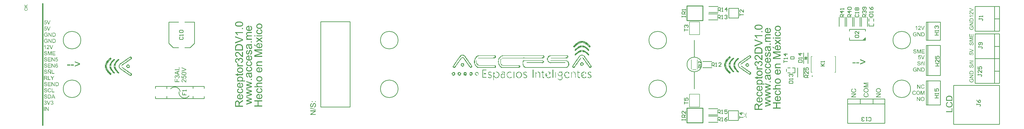
<source format=gto>
G04 Layer_Color=65535*
%FSLAX24Y24*%
%MOIN*%
G70*
G01*
G75*
%ADD29C,0.0197*%
%ADD42C,0.0110*%
%ADD43C,0.0100*%
%ADD44C,0.0098*%
%ADD45C,0.0050*%
%ADD46C,0.0059*%
%ADD47C,0.0118*%
%ADD48C,0.0079*%
G36*
X4659Y3983D02*
X4671Y3981D01*
X4686Y3978D01*
X4702Y3975D01*
X4719Y3969D01*
X4735Y3961D01*
X4736D01*
X4737Y3960D01*
X4743Y3957D01*
X4750Y3953D01*
X4760Y3946D01*
X4770Y3937D01*
X4782Y3927D01*
X4793Y3914D01*
X4802Y3901D01*
X4803Y3899D01*
X4806Y3894D01*
X4810Y3886D01*
X4814Y3877D01*
X4818Y3864D01*
X4821Y3851D01*
X4824Y3836D01*
X4825Y3820D01*
Y3818D01*
Y3813D01*
X4824Y3806D01*
X4822Y3796D01*
X4819Y3784D01*
X4816Y3772D01*
X4811Y3758D01*
X4803Y3746D01*
X4802Y3744D01*
X4799Y3740D01*
X4794Y3734D01*
X4787Y3727D01*
X4777Y3718D01*
X4767Y3709D01*
X4753Y3700D01*
X4738Y3692D01*
X4739D01*
X4741Y3691D01*
X4744D01*
X4747Y3689D01*
X4757Y3686D01*
X4769Y3681D01*
X4783Y3674D01*
X4797Y3664D01*
X4812Y3653D01*
X4824Y3638D01*
X4825Y3636D01*
X4829Y3631D01*
X4834Y3622D01*
X4841Y3610D01*
X4846Y3596D01*
X4851Y3579D01*
X4855Y3559D01*
X4856Y3536D01*
Y3535D01*
Y3533D01*
Y3529D01*
X4855Y3523D01*
X4854Y3515D01*
X4853Y3508D01*
X4851Y3498D01*
X4848Y3488D01*
X4842Y3466D01*
X4837Y3454D01*
X4830Y3442D01*
X4823Y3431D01*
X4816Y3419D01*
X4806Y3408D01*
X4795Y3396D01*
X4794Y3395D01*
X4793Y3393D01*
X4790Y3391D01*
X4785Y3387D01*
X4779Y3383D01*
X4771Y3378D01*
X4763Y3373D01*
X4754Y3368D01*
X4744Y3362D01*
X4732Y3358D01*
X4720Y3353D01*
X4706Y3348D01*
X4692Y3344D01*
X4676Y3342D01*
X4660Y3340D01*
X4644Y3339D01*
X4636D01*
X4630Y3340D01*
X4622Y3341D01*
X4615Y3342D01*
X4605Y3343D01*
X4596Y3345D01*
X4573Y3351D01*
X4550Y3361D01*
X4539Y3365D01*
X4528Y3372D01*
X4517Y3380D01*
X4506Y3388D01*
X4505Y3389D01*
X4504Y3390D01*
X4501Y3393D01*
X4498Y3397D01*
X4494Y3403D01*
X4489Y3409D01*
X4483Y3415D01*
X4478Y3423D01*
X4467Y3442D01*
X4457Y3464D01*
X4449Y3489D01*
X4446Y3503D01*
X4444Y3517D01*
X4522Y3528D01*
Y3527D01*
X4523Y3525D01*
Y3521D01*
X4524Y3517D01*
X4527Y3506D01*
X4532Y3491D01*
X4538Y3476D01*
X4546Y3460D01*
X4555Y3445D01*
X4566Y3433D01*
X4568Y3432D01*
X4572Y3428D01*
X4578Y3424D01*
X4588Y3418D01*
X4598Y3413D01*
X4612Y3409D01*
X4627Y3405D01*
X4644Y3404D01*
X4649D01*
X4653Y3405D01*
X4663Y3406D01*
X4675Y3409D01*
X4691Y3413D01*
X4706Y3419D01*
X4721Y3429D01*
X4736Y3441D01*
X4738Y3443D01*
X4742Y3448D01*
X4747Y3456D01*
X4755Y3467D01*
X4762Y3481D01*
X4768Y3497D01*
X4771Y3515D01*
X4773Y3535D01*
Y3536D01*
Y3537D01*
Y3540D01*
X4772Y3544D01*
X4771Y3554D01*
X4769Y3566D01*
X4765Y3580D01*
X4758Y3595D01*
X4749Y3609D01*
X4738Y3623D01*
X4736Y3625D01*
X4732Y3629D01*
X4724Y3633D01*
X4714Y3640D01*
X4701Y3647D01*
X4686Y3652D01*
X4670Y3656D01*
X4650Y3658D01*
X4642D01*
X4635Y3657D01*
X4627Y3656D01*
X4618Y3655D01*
X4607Y3653D01*
X4596Y3650D01*
X4604Y3718D01*
X4609D01*
X4613Y3717D01*
X4625D01*
X4634Y3718D01*
X4646Y3720D01*
X4660Y3723D01*
X4674Y3728D01*
X4690Y3733D01*
X4705Y3742D01*
X4707Y3743D01*
X4712Y3747D01*
X4718Y3754D01*
X4725Y3762D01*
X4733Y3773D01*
X4739Y3786D01*
X4744Y3803D01*
X4745Y3822D01*
Y3823D01*
Y3824D01*
Y3829D01*
X4744Y3836D01*
X4742Y3847D01*
X4739Y3857D01*
X4733Y3869D01*
X4726Y3881D01*
X4717Y3892D01*
X4716Y3893D01*
X4712Y3897D01*
X4705Y3902D01*
X4696Y3906D01*
X4686Y3912D01*
X4673Y3916D01*
X4659Y3920D01*
X4643Y3921D01*
X4635D01*
X4626Y3919D01*
X4617Y3917D01*
X4604Y3914D01*
X4592Y3908D01*
X4579Y3902D01*
X4567Y3892D01*
X4566Y3891D01*
X4562Y3887D01*
X4557Y3880D01*
X4551Y3871D01*
X4545Y3859D01*
X4539Y3845D01*
X4533Y3828D01*
X4529Y3807D01*
X4451Y3821D01*
Y3822D01*
X4452Y3825D01*
X4453Y3829D01*
X4454Y3833D01*
X4456Y3840D01*
X4458Y3848D01*
X4465Y3865D01*
X4473Y3884D01*
X4484Y3905D01*
X4498Y3924D01*
X4515Y3941D01*
X4516Y3942D01*
X4517Y3943D01*
X4520Y3945D01*
X4524Y3948D01*
X4529Y3951D01*
X4535Y3954D01*
X4549Y3963D01*
X4568Y3971D01*
X4590Y3978D01*
X4614Y3982D01*
X4627Y3984D01*
X4649D01*
X4659Y3983D01*
D02*
G37*
G36*
X3581D02*
X3593Y3981D01*
X3608Y3978D01*
X3624Y3975D01*
X3640Y3969D01*
X3657Y3961D01*
X3658D01*
X3659Y3960D01*
X3664Y3957D01*
X3672Y3953D01*
X3682Y3946D01*
X3692Y3937D01*
X3704Y3927D01*
X3714Y3914D01*
X3724Y3901D01*
X3725Y3899D01*
X3728Y3894D01*
X3732Y3886D01*
X3735Y3877D01*
X3739Y3864D01*
X3743Y3851D01*
X3746Y3836D01*
X3747Y3820D01*
Y3818D01*
Y3813D01*
X3746Y3806D01*
X3744Y3796D01*
X3741Y3784D01*
X3737Y3772D01*
X3733Y3758D01*
X3725Y3746D01*
X3724Y3744D01*
X3721Y3740D01*
X3715Y3734D01*
X3709Y3727D01*
X3699Y3718D01*
X3688Y3709D01*
X3675Y3700D01*
X3660Y3692D01*
X3660D01*
X3662Y3691D01*
X3665D01*
X3669Y3689D01*
X3679Y3686D01*
X3691Y3681D01*
X3705Y3674D01*
X3719Y3664D01*
X3734Y3653D01*
X3746Y3638D01*
X3747Y3636D01*
X3751Y3631D01*
X3756Y3622D01*
X3762Y3610D01*
X3768Y3596D01*
X3773Y3579D01*
X3777Y3559D01*
X3778Y3536D01*
Y3535D01*
Y3533D01*
Y3529D01*
X3777Y3523D01*
X3776Y3515D01*
X3775Y3508D01*
X3773Y3498D01*
X3770Y3488D01*
X3763Y3466D01*
X3759Y3454D01*
X3752Y3442D01*
X3745Y3431D01*
X3737Y3419D01*
X3728Y3408D01*
X3717Y3396D01*
X3716Y3395D01*
X3714Y3393D01*
X3711Y3391D01*
X3707Y3387D01*
X3701Y3383D01*
X3693Y3378D01*
X3685Y3373D01*
X3676Y3368D01*
X3665Y3362D01*
X3654Y3358D01*
X3641Y3353D01*
X3628Y3348D01*
X3613Y3344D01*
X3598Y3342D01*
X3582Y3340D01*
X3565Y3339D01*
X3558D01*
X3552Y3340D01*
X3544Y3341D01*
X3537Y3342D01*
X3527Y3343D01*
X3517Y3345D01*
X3495Y3351D01*
X3472Y3361D01*
X3461Y3365D01*
X3450Y3372D01*
X3438Y3380D01*
X3428Y3388D01*
X3427Y3389D01*
X3426Y3390D01*
X3423Y3393D01*
X3419Y3397D01*
X3415Y3403D01*
X3411Y3409D01*
X3405Y3415D01*
X3400Y3423D01*
X3389Y3442D01*
X3379Y3464D01*
X3370Y3489D01*
X3367Y3503D01*
X3365Y3517D01*
X3443Y3528D01*
Y3527D01*
X3444Y3525D01*
Y3521D01*
X3446Y3517D01*
X3449Y3506D01*
X3454Y3491D01*
X3460Y3476D01*
X3467Y3460D01*
X3477Y3445D01*
X3488Y3433D01*
X3489Y3432D01*
X3493Y3428D01*
X3500Y3424D01*
X3510Y3418D01*
X3520Y3413D01*
X3534Y3409D01*
X3549Y3405D01*
X3565Y3404D01*
X3571D01*
X3575Y3405D01*
X3585Y3406D01*
X3597Y3409D01*
X3612Y3413D01*
X3628Y3419D01*
X3643Y3429D01*
X3658Y3441D01*
X3660Y3443D01*
X3663Y3448D01*
X3669Y3456D01*
X3677Y3467D01*
X3684Y3481D01*
X3689Y3497D01*
X3693Y3515D01*
X3695Y3535D01*
Y3536D01*
Y3537D01*
Y3540D01*
X3694Y3544D01*
X3693Y3554D01*
X3690Y3566D01*
X3686Y3580D01*
X3680Y3595D01*
X3671Y3609D01*
X3660Y3623D01*
X3658Y3625D01*
X3654Y3629D01*
X3646Y3633D01*
X3636Y3640D01*
X3623Y3647D01*
X3608Y3652D01*
X3591Y3656D01*
X3572Y3658D01*
X3563D01*
X3557Y3657D01*
X3549Y3656D01*
X3539Y3655D01*
X3529Y3653D01*
X3517Y3650D01*
X3526Y3718D01*
X3531D01*
X3535Y3717D01*
X3547D01*
X3556Y3718D01*
X3568Y3720D01*
X3582Y3723D01*
X3596Y3728D01*
X3611Y3733D01*
X3627Y3742D01*
X3629Y3743D01*
X3634Y3747D01*
X3639Y3754D01*
X3647Y3762D01*
X3655Y3773D01*
X3660Y3786D01*
X3665Y3803D01*
X3667Y3822D01*
Y3823D01*
Y3824D01*
Y3829D01*
X3665Y3836D01*
X3663Y3847D01*
X3660Y3857D01*
X3655Y3869D01*
X3648Y3881D01*
X3638Y3892D01*
X3637Y3893D01*
X3634Y3897D01*
X3627Y3902D01*
X3618Y3906D01*
X3608Y3912D01*
X3595Y3916D01*
X3581Y3920D01*
X3564Y3921D01*
X3557D01*
X3548Y3919D01*
X3538Y3917D01*
X3526Y3914D01*
X3513Y3908D01*
X3501Y3902D01*
X3488Y3892D01*
X3488Y3891D01*
X3484Y3887D01*
X3479Y3880D01*
X3473Y3871D01*
X3466Y3859D01*
X3461Y3845D01*
X3455Y3828D01*
X3451Y3807D01*
X3373Y3821D01*
Y3822D01*
X3374Y3825D01*
X3375Y3829D01*
X3376Y3833D01*
X3378Y3840D01*
X3380Y3848D01*
X3387Y3865D01*
X3394Y3884D01*
X3406Y3905D01*
X3419Y3924D01*
X3437Y3941D01*
X3438Y3942D01*
X3438Y3943D01*
X3441Y3945D01*
X3446Y3948D01*
X3451Y3951D01*
X3457Y3954D01*
X3471Y3963D01*
X3489Y3971D01*
X3512Y3978D01*
X3536Y3982D01*
X3549Y3984D01*
X3571D01*
X3581Y3983D01*
D02*
G37*
G36*
X3449Y2350D02*
X3365D01*
Y2981D01*
X3449D01*
Y2350D01*
D02*
G37*
G36*
X47200Y2276D02*
X46506Y1812D01*
X47200D01*
Y1700D01*
X46316D01*
Y1818D01*
X47010Y2284D01*
X46316D01*
Y2395D01*
X47200D01*
Y2276D01*
D02*
G37*
G36*
X4092Y2350D02*
X4006D01*
X3675Y2846D01*
Y2350D01*
X3595D01*
Y2981D01*
X3680D01*
X4012Y2485D01*
Y2981D01*
X4092D01*
Y2350D01*
D02*
G37*
G36*
X4240Y4980D02*
X4257Y4979D01*
X4276Y4978D01*
X4295Y4975D01*
X4310Y4972D01*
X4311D01*
X4313Y4971D01*
X4315D01*
X4319Y4969D01*
X4329Y4966D01*
X4342Y4961D01*
X4356Y4955D01*
X4372Y4948D01*
X4387Y4938D01*
X4402Y4927D01*
X4403D01*
X4404Y4925D01*
X4411Y4919D01*
X4420Y4909D01*
X4430Y4897D01*
X4443Y4881D01*
X4455Y4863D01*
X4467Y4842D01*
X4477Y4818D01*
Y4817D01*
X4478Y4815D01*
X4479Y4811D01*
X4481Y4806D01*
X4483Y4801D01*
X4485Y4793D01*
X4488Y4784D01*
X4490Y4775D01*
X4492Y4764D01*
X4495Y4753D01*
X4498Y4728D01*
X4501Y4700D01*
X4502Y4669D01*
Y4668D01*
Y4666D01*
Y4662D01*
Y4657D01*
X4501Y4651D01*
Y4643D01*
X4500Y4626D01*
X4498Y4607D01*
X4495Y4584D01*
X4491Y4562D01*
X4485Y4541D01*
Y4540D01*
X4484Y4538D01*
X4483Y4535D01*
X4482Y4532D01*
X4478Y4522D01*
X4473Y4509D01*
X4468Y4494D01*
X4460Y4479D01*
X4451Y4463D01*
X4442Y4449D01*
X4441Y4447D01*
X4437Y4443D01*
X4432Y4436D01*
X4424Y4428D01*
X4417Y4419D01*
X4406Y4410D01*
X4396Y4400D01*
X4384Y4391D01*
X4383Y4390D01*
X4378Y4388D01*
X4372Y4385D01*
X4363Y4380D01*
X4352Y4375D01*
X4340Y4370D01*
X4326Y4365D01*
X4309Y4361D01*
X4307D01*
X4301Y4359D01*
X4293Y4358D01*
X4280Y4356D01*
X4266Y4354D01*
X4249Y4352D01*
X4229Y4351D01*
X4208Y4350D01*
X3981D01*
Y4981D01*
X4224D01*
X4240Y4980D01*
D02*
G37*
G36*
X3629Y5991D02*
X3636D01*
X3652Y5989D01*
X3671Y5986D01*
X3692Y5982D01*
X3713Y5977D01*
X3734Y5969D01*
X3734D01*
X3735Y5968D01*
X3738Y5967D01*
X3742Y5965D01*
X3752Y5959D01*
X3764Y5953D01*
X3778Y5943D01*
X3791Y5931D01*
X3805Y5918D01*
X3816Y5903D01*
X3817Y5901D01*
X3821Y5895D01*
X3826Y5885D01*
X3831Y5874D01*
X3836Y5859D01*
X3842Y5842D01*
X3846Y5824D01*
X3848Y5804D01*
X3768Y5798D01*
Y5799D01*
Y5801D01*
X3767Y5804D01*
X3766Y5807D01*
X3764Y5818D01*
X3760Y5831D01*
X3755Y5846D01*
X3747Y5860D01*
X3736Y5875D01*
X3724Y5887D01*
X3722Y5888D01*
X3717Y5892D01*
X3709Y5897D01*
X3697Y5903D01*
X3682Y5908D01*
X3662Y5913D01*
X3640Y5917D01*
X3614Y5918D01*
X3602D01*
X3596Y5917D01*
X3588D01*
X3572Y5914D01*
X3554Y5911D01*
X3536Y5906D01*
X3518Y5900D01*
X3511Y5895D01*
X3504Y5890D01*
X3503Y5889D01*
X3499Y5885D01*
X3493Y5880D01*
X3488Y5871D01*
X3481Y5861D01*
X3476Y5850D01*
X3472Y5837D01*
X3470Y5823D01*
Y5821D01*
Y5817D01*
X3471Y5810D01*
X3473Y5803D01*
X3476Y5794D01*
X3481Y5784D01*
X3487Y5776D01*
X3494Y5767D01*
X3495Y5766D01*
X3500Y5763D01*
X3503Y5761D01*
X3507Y5758D01*
X3512Y5756D01*
X3519Y5754D01*
X3527Y5750D01*
X3536Y5746D01*
X3545Y5743D01*
X3557Y5739D01*
X3570Y5734D01*
X3585Y5731D01*
X3601Y5727D01*
X3619Y5722D01*
X3620D01*
X3624Y5721D01*
X3629Y5720D01*
X3636Y5718D01*
X3644Y5716D01*
X3654Y5713D01*
X3675Y5708D01*
X3698Y5702D01*
X3721Y5695D01*
X3733Y5692D01*
X3742Y5688D01*
X3752Y5684D01*
X3759Y5682D01*
X3760D01*
X3762Y5681D01*
X3764Y5679D01*
X3768Y5677D01*
X3778Y5671D01*
X3790Y5664D01*
X3804Y5655D01*
X3817Y5643D01*
X3830Y5631D01*
X3840Y5617D01*
X3841Y5615D01*
X3844Y5610D01*
X3849Y5603D01*
X3854Y5591D01*
X3858Y5579D01*
X3863Y5563D01*
X3866Y5546D01*
X3867Y5528D01*
Y5527D01*
Y5526D01*
Y5523D01*
Y5519D01*
X3865Y5510D01*
X3863Y5497D01*
X3860Y5483D01*
X3855Y5466D01*
X3848Y5449D01*
X3838Y5433D01*
X3837Y5431D01*
X3833Y5425D01*
X3827Y5417D01*
X3817Y5408D01*
X3806Y5396D01*
X3791Y5385D01*
X3774Y5374D01*
X3755Y5363D01*
X3754D01*
X3752Y5362D01*
X3749Y5362D01*
X3745Y5360D01*
X3740Y5358D01*
X3734Y5356D01*
X3719Y5352D01*
X3702Y5347D01*
X3681Y5343D01*
X3659Y5340D01*
X3634Y5339D01*
X3619D01*
X3612Y5340D01*
X3604D01*
X3594Y5341D01*
X3584Y5342D01*
X3562Y5345D01*
X3537Y5350D01*
X3513Y5356D01*
X3490Y5363D01*
X3489D01*
X3488Y5364D01*
X3485Y5366D01*
X3481Y5368D01*
X3470Y5374D01*
X3458Y5383D01*
X3442Y5393D01*
X3428Y5406D01*
X3413Y5421D01*
X3399Y5438D01*
Y5439D01*
X3398Y5440D01*
X3396Y5443D01*
X3394Y5447D01*
X3391Y5452D01*
X3389Y5458D01*
X3383Y5472D01*
X3377Y5488D01*
X3371Y5509D01*
X3367Y5530D01*
X3365Y5553D01*
X3444Y5559D01*
Y5559D01*
Y5558D01*
X3445Y5552D01*
X3447Y5543D01*
X3449Y5532D01*
X3453Y5519D01*
X3457Y5506D01*
X3463Y5493D01*
X3469Y5481D01*
X3470Y5480D01*
X3473Y5476D01*
X3478Y5470D01*
X3486Y5463D01*
X3494Y5456D01*
X3505Y5447D01*
X3518Y5439D01*
X3533Y5432D01*
X3534D01*
X3535Y5431D01*
X3540Y5429D01*
X3549Y5426D01*
X3562Y5423D01*
X3575Y5419D01*
X3592Y5416D01*
X3611Y5414D01*
X3630Y5413D01*
X3637D01*
X3647Y5414D01*
X3658Y5415D01*
X3671Y5416D01*
X3685Y5419D01*
X3699Y5422D01*
X3713Y5427D01*
X3715Y5428D01*
X3719Y5430D01*
X3726Y5433D01*
X3734Y5437D01*
X3743Y5443D01*
X3752Y5450D01*
X3760Y5458D01*
X3768Y5466D01*
X3769Y5467D01*
X3771Y5471D01*
X3774Y5476D01*
X3778Y5483D01*
X3781Y5490D01*
X3783Y5500D01*
X3785Y5510D01*
X3786Y5520D01*
Y5521D01*
Y5525D01*
X3785Y5531D01*
X3784Y5537D01*
X3783Y5546D01*
X3779Y5555D01*
X3775Y5563D01*
X3769Y5572D01*
X3768Y5573D01*
X3766Y5576D01*
X3761Y5580D01*
X3756Y5585D01*
X3748Y5591D01*
X3738Y5597D01*
X3726Y5604D01*
X3712Y5609D01*
X3711Y5610D01*
X3708Y5611D01*
X3700Y5613D01*
X3695Y5615D01*
X3689Y5617D01*
X3682Y5619D01*
X3674Y5621D01*
X3664Y5624D01*
X3655Y5627D01*
X3643Y5630D01*
X3630Y5633D01*
X3615Y5636D01*
X3600Y5640D01*
X3599D01*
X3596Y5641D01*
X3591Y5642D01*
X3586Y5644D01*
X3579Y5646D01*
X3571Y5648D01*
X3553Y5653D01*
X3533Y5659D01*
X3512Y5666D01*
X3494Y5673D01*
X3486Y5676D01*
X3479Y5680D01*
X3478D01*
X3477Y5681D01*
X3471Y5684D01*
X3463Y5689D01*
X3454Y5696D01*
X3442Y5705D01*
X3432Y5714D01*
X3421Y5726D01*
X3412Y5738D01*
X3411Y5740D01*
X3408Y5745D01*
X3405Y5752D01*
X3401Y5761D01*
X3396Y5773D01*
X3393Y5786D01*
X3390Y5802D01*
X3389Y5817D01*
Y5818D01*
Y5819D01*
Y5822D01*
Y5826D01*
X3391Y5834D01*
X3393Y5846D01*
X3396Y5860D01*
X3401Y5875D01*
X3408Y5891D01*
X3416Y5906D01*
Y5907D01*
X3417Y5908D01*
X3421Y5913D01*
X3428Y5921D01*
X3437Y5930D01*
X3447Y5940D01*
X3461Y5951D01*
X3477Y5961D01*
X3495Y5970D01*
X3496D01*
X3497Y5971D01*
X3500Y5972D01*
X3505Y5974D01*
X3510Y5975D01*
X3515Y5977D01*
X3529Y5981D01*
X3546Y5985D01*
X3565Y5988D01*
X3587Y5991D01*
X3611Y5992D01*
X3622D01*
X3629Y5991D01*
D02*
G37*
G36*
X5138Y4350D02*
X5043D01*
X4970Y4541D01*
X4705D01*
X4637Y4350D01*
X4548D01*
X4790Y4981D01*
X4881D01*
X5138Y4350D01*
D02*
G37*
G36*
X4152Y3350D02*
X4066D01*
X3821Y3981D01*
X3912D01*
X4076Y3523D01*
Y3522D01*
X4077Y3520D01*
X4078Y3517D01*
X4079Y3513D01*
X4082Y3503D01*
X4087Y3489D01*
X4093Y3473D01*
X4099Y3456D01*
X4109Y3419D01*
Y3420D01*
X4110Y3421D01*
X4111Y3424D01*
X4112Y3428D01*
X4115Y3438D01*
X4119Y3452D01*
X4124Y3467D01*
X4129Y3485D01*
X4136Y3504D01*
X4143Y3523D01*
X4314Y3981D01*
X4399D01*
X4152Y3350D01*
D02*
G37*
G36*
X3629Y4991D02*
X3636D01*
X3652Y4989D01*
X3671Y4986D01*
X3692Y4982D01*
X3713Y4977D01*
X3734Y4969D01*
X3734D01*
X3735Y4968D01*
X3738Y4967D01*
X3742Y4965D01*
X3752Y4959D01*
X3764Y4953D01*
X3778Y4943D01*
X3791Y4931D01*
X3805Y4918D01*
X3816Y4903D01*
X3817Y4901D01*
X3821Y4895D01*
X3826Y4885D01*
X3831Y4874D01*
X3836Y4859D01*
X3842Y4842D01*
X3846Y4824D01*
X3848Y4804D01*
X3768Y4798D01*
Y4799D01*
Y4801D01*
X3767Y4804D01*
X3766Y4807D01*
X3764Y4818D01*
X3760Y4831D01*
X3755Y4846D01*
X3747Y4860D01*
X3736Y4875D01*
X3724Y4887D01*
X3722Y4888D01*
X3717Y4892D01*
X3709Y4897D01*
X3697Y4903D01*
X3682Y4908D01*
X3662Y4913D01*
X3640Y4917D01*
X3614Y4918D01*
X3602D01*
X3596Y4917D01*
X3588D01*
X3572Y4914D01*
X3554Y4911D01*
X3536Y4906D01*
X3518Y4900D01*
X3511Y4895D01*
X3504Y4890D01*
X3503Y4889D01*
X3499Y4885D01*
X3493Y4880D01*
X3488Y4871D01*
X3481Y4861D01*
X3476Y4850D01*
X3472Y4837D01*
X3470Y4823D01*
Y4821D01*
Y4817D01*
X3471Y4810D01*
X3473Y4803D01*
X3476Y4794D01*
X3481Y4784D01*
X3487Y4776D01*
X3494Y4767D01*
X3495Y4766D01*
X3500Y4763D01*
X3503Y4761D01*
X3507Y4758D01*
X3512Y4757D01*
X3519Y4754D01*
X3527Y4750D01*
X3536Y4746D01*
X3545Y4743D01*
X3557Y4739D01*
X3570Y4734D01*
X3585Y4731D01*
X3601Y4727D01*
X3619Y4722D01*
X3620D01*
X3624Y4721D01*
X3629Y4720D01*
X3636Y4718D01*
X3644Y4716D01*
X3654Y4713D01*
X3675Y4708D01*
X3698Y4702D01*
X3721Y4695D01*
X3733Y4692D01*
X3742Y4688D01*
X3752Y4684D01*
X3759Y4682D01*
X3760D01*
X3762Y4681D01*
X3764Y4679D01*
X3768Y4677D01*
X3778Y4671D01*
X3790Y4664D01*
X3804Y4655D01*
X3817Y4643D01*
X3830Y4631D01*
X3840Y4617D01*
X3841Y4615D01*
X3844Y4610D01*
X3849Y4603D01*
X3854Y4591D01*
X3858Y4579D01*
X3863Y4563D01*
X3866Y4546D01*
X3867Y4528D01*
Y4527D01*
Y4526D01*
Y4523D01*
Y4519D01*
X3865Y4510D01*
X3863Y4497D01*
X3860Y4483D01*
X3855Y4466D01*
X3848Y4449D01*
X3838Y4433D01*
X3837Y4431D01*
X3833Y4425D01*
X3827Y4417D01*
X3817Y4408D01*
X3806Y4396D01*
X3791Y4385D01*
X3774Y4374D01*
X3755Y4363D01*
X3754D01*
X3752Y4362D01*
X3749Y4362D01*
X3745Y4360D01*
X3740Y4358D01*
X3734Y4356D01*
X3719Y4352D01*
X3702Y4347D01*
X3681Y4343D01*
X3659Y4340D01*
X3634Y4339D01*
X3619D01*
X3612Y4340D01*
X3604D01*
X3594Y4341D01*
X3584Y4342D01*
X3562Y4345D01*
X3537Y4350D01*
X3513Y4356D01*
X3490Y4363D01*
X3489D01*
X3488Y4364D01*
X3485Y4366D01*
X3481Y4368D01*
X3470Y4374D01*
X3458Y4383D01*
X3442Y4393D01*
X3428Y4406D01*
X3413Y4421D01*
X3399Y4438D01*
Y4439D01*
X3398Y4440D01*
X3396Y4443D01*
X3394Y4447D01*
X3391Y4452D01*
X3389Y4458D01*
X3383Y4472D01*
X3377Y4488D01*
X3371Y4509D01*
X3367Y4530D01*
X3365Y4553D01*
X3444Y4559D01*
Y4559D01*
Y4558D01*
X3445Y4552D01*
X3447Y4543D01*
X3449Y4532D01*
X3453Y4519D01*
X3457Y4506D01*
X3463Y4493D01*
X3469Y4481D01*
X3470Y4480D01*
X3473Y4476D01*
X3478Y4470D01*
X3486Y4463D01*
X3494Y4456D01*
X3505Y4447D01*
X3518Y4439D01*
X3533Y4432D01*
X3534D01*
X3535Y4431D01*
X3540Y4429D01*
X3549Y4426D01*
X3562Y4423D01*
X3575Y4419D01*
X3592Y4416D01*
X3611Y4414D01*
X3630Y4413D01*
X3637D01*
X3647Y4414D01*
X3658Y4415D01*
X3671Y4416D01*
X3685Y4419D01*
X3699Y4422D01*
X3713Y4427D01*
X3715Y4428D01*
X3719Y4430D01*
X3726Y4433D01*
X3734Y4437D01*
X3743Y4443D01*
X3752Y4450D01*
X3760Y4458D01*
X3768Y4466D01*
X3769Y4467D01*
X3771Y4471D01*
X3774Y4476D01*
X3778Y4483D01*
X3781Y4490D01*
X3783Y4500D01*
X3785Y4510D01*
X3786Y4520D01*
Y4521D01*
Y4525D01*
X3785Y4531D01*
X3784Y4537D01*
X3783Y4546D01*
X3779Y4555D01*
X3775Y4563D01*
X3769Y4572D01*
X3768Y4573D01*
X3766Y4576D01*
X3761Y4580D01*
X3756Y4585D01*
X3748Y4591D01*
X3738Y4597D01*
X3726Y4604D01*
X3712Y4609D01*
X3711Y4610D01*
X3708Y4611D01*
X3700Y4613D01*
X3695Y4615D01*
X3689Y4617D01*
X3682Y4619D01*
X3674Y4621D01*
X3664Y4624D01*
X3655Y4627D01*
X3643Y4630D01*
X3630Y4633D01*
X3615Y4636D01*
X3600Y4640D01*
X3599D01*
X3596Y4641D01*
X3591Y4642D01*
X3586Y4644D01*
X3579Y4646D01*
X3571Y4648D01*
X3553Y4653D01*
X3533Y4659D01*
X3512Y4666D01*
X3494Y4673D01*
X3486Y4676D01*
X3479Y4680D01*
X3478D01*
X3477Y4681D01*
X3471Y4684D01*
X3463Y4689D01*
X3454Y4696D01*
X3442Y4705D01*
X3432Y4714D01*
X3421Y4726D01*
X3412Y4738D01*
X3411Y4740D01*
X3408Y4745D01*
X3405Y4752D01*
X3401Y4761D01*
X3396Y4773D01*
X3393Y4786D01*
X3390Y4802D01*
X3389Y4817D01*
Y4818D01*
Y4819D01*
Y4822D01*
Y4826D01*
X3391Y4834D01*
X3393Y4846D01*
X3396Y4860D01*
X3401Y4875D01*
X3408Y4891D01*
X3416Y4906D01*
Y4907D01*
X3417Y4908D01*
X3421Y4913D01*
X3428Y4921D01*
X3437Y4930D01*
X3447Y4940D01*
X3461Y4951D01*
X3477Y4961D01*
X3495Y4970D01*
X3496D01*
X3497Y4971D01*
X3500Y4972D01*
X3505Y4974D01*
X3510Y4975D01*
X3515Y4977D01*
X3529Y4981D01*
X3546Y4985D01*
X3565Y4988D01*
X3587Y4991D01*
X3611Y4992D01*
X3622D01*
X3629Y4991D01*
D02*
G37*
G36*
X35144Y5977D02*
X35152Y5975D01*
X35162Y5973D01*
X35175Y5969D01*
X35191Y5966D01*
X35227Y5954D01*
X35265Y5937D01*
X35308Y5914D01*
X35346Y5885D01*
X35383Y5850D01*
Y5848D01*
X35387Y5846D01*
X35390Y5841D01*
X35396Y5833D01*
X35404Y5821D01*
X35412Y5810D01*
X35427Y5781D01*
X35442Y5745D01*
X35458Y5700D01*
X35467Y5652D01*
X35469Y5625D01*
X35471Y5599D01*
Y5597D01*
Y5591D01*
Y5581D01*
X35469Y5568D01*
X35467Y5552D01*
X35465Y5533D01*
X35462Y5514D01*
X35456Y5491D01*
X35442Y5443D01*
X35431Y5418D01*
X35419Y5393D01*
X35406Y5368D01*
X35390Y5345D01*
X35371Y5322D01*
X35350Y5299D01*
X35348Y5297D01*
X35344Y5293D01*
X35337Y5289D01*
X35327Y5281D01*
X35314Y5272D01*
X35298Y5262D01*
X35281Y5253D01*
X35260Y5243D01*
X35237Y5231D01*
X35210Y5222D01*
X35181Y5212D01*
X35148Y5203D01*
X35116Y5195D01*
X35077Y5191D01*
X35039Y5187D01*
X34996Y5185D01*
X34971D01*
X34958Y5187D01*
X34945D01*
X34908Y5191D01*
X34868Y5197D01*
X34825Y5206D01*
X34779Y5218D01*
X34737Y5233D01*
X34735D01*
X34731Y5235D01*
X34725Y5239D01*
X34718Y5243D01*
X34699Y5255D01*
X34674Y5270D01*
X34647Y5291D01*
X34620Y5316D01*
X34593Y5347D01*
X34570Y5381D01*
Y5383D01*
X34568Y5385D01*
X34564Y5391D01*
X34560Y5399D01*
X34552Y5420D01*
X34541Y5447D01*
X34531Y5477D01*
X34522Y5516D01*
X34516Y5556D01*
X34514Y5599D01*
Y5600D01*
Y5604D01*
Y5614D01*
X34516Y5624D01*
Y5637D01*
X34518Y5650D01*
X34524Y5685D01*
X34533Y5723D01*
X34547Y5766D01*
X34566Y5806D01*
X34591Y5843D01*
Y5845D01*
X34595Y5846D01*
X34604Y5858D01*
X34622Y5873D01*
X34645Y5893D01*
X34675Y5914D01*
X34712Y5933D01*
X34756Y5950D01*
X34804Y5964D01*
X34827Y5814D01*
X34825D01*
X34823Y5812D01*
X34812Y5810D01*
X34797Y5804D01*
X34775Y5797D01*
X34752Y5785D01*
X34729Y5772D01*
X34708Y5756D01*
X34689Y5737D01*
X34687Y5735D01*
X34681Y5727D01*
X34674Y5716D01*
X34664Y5700D01*
X34656Y5681D01*
X34649Y5660D01*
X34643Y5633D01*
X34641Y5606D01*
Y5604D01*
Y5600D01*
Y5595D01*
X34643Y5587D01*
X34645Y5566D01*
X34650Y5539D01*
X34662Y5508D01*
X34677Y5477D01*
X34697Y5445D01*
X34710Y5429D01*
X34725Y5416D01*
X34729Y5412D01*
X34735Y5410D01*
X34741Y5404D01*
X34750Y5399D01*
X34762Y5393D01*
X34775Y5387D01*
X34791Y5381D01*
X34808Y5374D01*
X34827Y5368D01*
X34850Y5362D01*
X34873Y5356D01*
X34900Y5351D01*
X34929Y5349D01*
X34960Y5345D01*
X35010D01*
X35023Y5347D01*
X35039D01*
X35056Y5349D01*
X35094Y5354D01*
X35139Y5362D01*
X35185Y5374D01*
X35225Y5391D01*
X35244Y5403D01*
X35262Y5414D01*
X35265Y5418D01*
X35275Y5427D01*
X35289Y5443D01*
X35302Y5464D01*
X35317Y5489D01*
X35331Y5522D01*
X35340Y5556D01*
X35342Y5575D01*
X35344Y5597D01*
Y5599D01*
Y5600D01*
Y5612D01*
X35340Y5629D01*
X35337Y5650D01*
X35331Y5673D01*
X35321Y5700D01*
X35308Y5725D01*
X35289Y5748D01*
X35287Y5750D01*
X35277Y5758D01*
X35265Y5770D01*
X35246Y5781D01*
X35221Y5795D01*
X35192Y5808D01*
X35156Y5820D01*
X35116Y5827D01*
X35137Y5979D01*
X35139D01*
X35144Y5977D01*
D02*
G37*
G36*
X35033Y5039D02*
Y4359D01*
X35039D01*
X35048Y4361D01*
X35058D01*
X35071Y4363D01*
X35085Y4365D01*
X35119Y4372D01*
X35156Y4384D01*
X35194Y4397D01*
X35233Y4418D01*
X35265Y4443D01*
X35269Y4447D01*
X35277Y4457D01*
X35290Y4474D01*
X35304Y4495D01*
X35319Y4524D01*
X35333Y4557D01*
X35340Y4593D01*
X35344Y4634D01*
Y4636D01*
Y4638D01*
Y4649D01*
X35342Y4664D01*
X35339Y4684D01*
X35333Y4707D01*
X35325Y4732D01*
X35315Y4757D01*
X35300Y4780D01*
X35298Y4782D01*
X35290Y4789D01*
X35281Y4801D01*
X35264Y4814D01*
X35244Y4830D01*
X35219Y4845D01*
X35189Y4861D01*
X35154Y4876D01*
X35175Y5035D01*
X35177D01*
X35181Y5033D01*
X35189Y5032D01*
X35198Y5028D01*
X35210Y5024D01*
X35223Y5018D01*
X35256Y5003D01*
X35290Y4983D01*
X35327Y4960D01*
X35364Y4930D01*
X35394Y4895D01*
Y4893D01*
X35398Y4891D01*
X35402Y4885D01*
X35406Y4876D01*
X35412Y4866D01*
X35419Y4855D01*
X35425Y4841D01*
X35433Y4824D01*
X35446Y4787D01*
X35460Y4741D01*
X35467Y4691D01*
X35471Y4634D01*
Y4632D01*
Y4624D01*
Y4614D01*
X35469Y4601D01*
X35467Y4584D01*
X35465Y4565D01*
X35462Y4543D01*
X35456Y4518D01*
X35440Y4468D01*
X35431Y4442D01*
X35419Y4417D01*
X35406Y4390D01*
X35389Y4365D01*
X35369Y4340D01*
X35348Y4317D01*
X35346Y4315D01*
X35342Y4311D01*
X35335Y4305D01*
X35325Y4299D01*
X35314Y4290D01*
X35298Y4280D01*
X35279Y4269D01*
X35258Y4259D01*
X35235Y4247D01*
X35210Y4236D01*
X35181Y4226D01*
X35150Y4219D01*
X35117Y4211D01*
X35081Y4205D01*
X35043Y4201D01*
X35002Y4199D01*
X34979D01*
X34964Y4201D01*
X34945Y4203D01*
X34921Y4205D01*
X34896Y4209D01*
X34870Y4215D01*
X34812Y4228D01*
X34783Y4238D01*
X34752Y4249D01*
X34723Y4263D01*
X34695Y4278D01*
X34668Y4295D01*
X34643Y4317D01*
X34641Y4318D01*
X34637Y4322D01*
X34631Y4328D01*
X34622Y4338D01*
X34612Y4349D01*
X34602Y4365D01*
X34591Y4380D01*
X34577Y4399D01*
X34566Y4420D01*
X34554Y4443D01*
X34545Y4468D01*
X34533Y4497D01*
X34526Y4526D01*
X34520Y4557D01*
X34516Y4589D01*
X34514Y4624D01*
Y4626D01*
Y4632D01*
Y4641D01*
X34516Y4655D01*
X34518Y4670D01*
X34520Y4689D01*
X34524Y4709D01*
X34529Y4732D01*
X34545Y4778D01*
X34554Y4803D01*
X34568Y4828D01*
X34581Y4853D01*
X34599Y4878D01*
X34618Y4901D01*
X34641Y4924D01*
X34643Y4926D01*
X34647Y4930D01*
X34654Y4935D01*
X34664Y4943D01*
X34677Y4951D01*
X34693Y4960D01*
X34710Y4972D01*
X34731Y4983D01*
X34756Y4993D01*
X34781Y5005D01*
X34810Y5014D01*
X34843Y5024D01*
X34875Y5030D01*
X34912Y5035D01*
X34950Y5039D01*
X34993Y5041D01*
X35016D01*
X35033Y5039D01*
D02*
G37*
G36*
Y6902D02*
Y6221D01*
X35039D01*
X35048Y6223D01*
X35058D01*
X35071Y6225D01*
X35085Y6227D01*
X35119Y6235D01*
X35156Y6246D01*
X35194Y6260D01*
X35233Y6281D01*
X35265Y6306D01*
X35269Y6310D01*
X35277Y6319D01*
X35290Y6337D01*
X35304Y6358D01*
X35319Y6387D01*
X35333Y6419D01*
X35340Y6456D01*
X35344Y6496D01*
Y6498D01*
Y6500D01*
Y6511D01*
X35342Y6527D01*
X35339Y6546D01*
X35333Y6569D01*
X35325Y6594D01*
X35315Y6619D01*
X35300Y6642D01*
X35298Y6644D01*
X35290Y6652D01*
X35281Y6663D01*
X35264Y6677D01*
X35244Y6692D01*
X35219Y6708D01*
X35189Y6723D01*
X35154Y6738D01*
X35175Y6898D01*
X35177D01*
X35181Y6896D01*
X35189Y6894D01*
X35198Y6890D01*
X35210Y6886D01*
X35223Y6881D01*
X35256Y6865D01*
X35290Y6846D01*
X35327Y6823D01*
X35364Y6792D01*
X35394Y6758D01*
Y6756D01*
X35398Y6754D01*
X35402Y6748D01*
X35406Y6738D01*
X35412Y6729D01*
X35419Y6717D01*
X35425Y6704D01*
X35433Y6686D01*
X35446Y6650D01*
X35460Y6604D01*
X35467Y6554D01*
X35471Y6496D01*
Y6494D01*
Y6487D01*
Y6477D01*
X35469Y6463D01*
X35467Y6446D01*
X35465Y6427D01*
X35462Y6406D01*
X35456Y6381D01*
X35440Y6331D01*
X35431Y6304D01*
X35419Y6279D01*
X35406Y6252D01*
X35389Y6227D01*
X35369Y6202D01*
X35348Y6179D01*
X35346Y6177D01*
X35342Y6173D01*
X35335Y6167D01*
X35325Y6162D01*
X35314Y6152D01*
X35298Y6142D01*
X35279Y6131D01*
X35258Y6121D01*
X35235Y6110D01*
X35210Y6098D01*
X35181Y6089D01*
X35150Y6081D01*
X35117Y6073D01*
X35081Y6068D01*
X35043Y6064D01*
X35002Y6062D01*
X34979D01*
X34964Y6064D01*
X34945Y6066D01*
X34921Y6068D01*
X34896Y6071D01*
X34870Y6077D01*
X34812Y6091D01*
X34783Y6100D01*
X34752Y6112D01*
X34723Y6125D01*
X34695Y6141D01*
X34668Y6158D01*
X34643Y6179D01*
X34641Y6181D01*
X34637Y6185D01*
X34631Y6191D01*
X34622Y6200D01*
X34612Y6212D01*
X34602Y6227D01*
X34591Y6242D01*
X34577Y6262D01*
X34566Y6283D01*
X34554Y6306D01*
X34545Y6331D01*
X34533Y6360D01*
X34526Y6388D01*
X34520Y6419D01*
X34516Y6452D01*
X34514Y6487D01*
Y6488D01*
Y6494D01*
Y6504D01*
X34516Y6517D01*
X34518Y6533D01*
X34520Y6552D01*
X34524Y6571D01*
X34529Y6594D01*
X34545Y6640D01*
X34554Y6665D01*
X34568Y6690D01*
X34581Y6715D01*
X34599Y6740D01*
X34618Y6763D01*
X34641Y6786D01*
X34643Y6788D01*
X34647Y6792D01*
X34654Y6798D01*
X34664Y6806D01*
X34677Y6813D01*
X34693Y6823D01*
X34710Y6834D01*
X34731Y6846D01*
X34756Y6856D01*
X34781Y6867D01*
X34810Y6877D01*
X34843Y6886D01*
X34875Y6892D01*
X34912Y6898D01*
X34950Y6902D01*
X34993Y6904D01*
X35016D01*
X35033Y6902D01*
D02*
G37*
G36*
X35448Y8428D02*
X35450Y8420D01*
X35452Y8409D01*
X35454Y8391D01*
X35458Y8374D01*
X35460Y8355D01*
X35462Y8314D01*
Y8310D01*
Y8301D01*
X35460Y8285D01*
X35458Y8266D01*
X35456Y8245D01*
X35450Y8222D01*
X35444Y8201D01*
X35437Y8182D01*
X35435Y8180D01*
X35431Y8174D01*
X35425Y8166D01*
X35417Y8157D01*
X35408Y8145D01*
X35396Y8136D01*
X35383Y8124D01*
X35367Y8116D01*
X35365D01*
X35358Y8114D01*
X35346Y8111D01*
X35327Y8109D01*
X35302Y8105D01*
X35289Y8103D01*
X35271Y8101D01*
X35252D01*
X35231Y8099D01*
X34656D01*
Y7984D01*
X34535D01*
Y8099D01*
X34310D01*
X34216Y8255D01*
X34535D01*
Y8410D01*
X34656D01*
Y8255D01*
X35214D01*
X35227Y8257D01*
X35256Y8259D01*
X35267Y8261D01*
X35277Y8262D01*
X35281Y8264D01*
X35289Y8268D01*
X35298Y8276D01*
X35308Y8287D01*
X35310Y8291D01*
X35312Y8301D01*
X35315Y8318D01*
X35317Y8341D01*
Y8343D01*
Y8347D01*
Y8353D01*
Y8360D01*
X35315Y8370D01*
Y8382D01*
X35312Y8410D01*
X35448Y8432D01*
Y8428D01*
D02*
G37*
G36*
X35023Y7884D02*
X35037D01*
X35071Y7880D01*
X35110Y7872D01*
X35152Y7865D01*
X35196Y7851D01*
X35240Y7834D01*
X35242D01*
X35246Y7832D01*
X35252Y7828D01*
X35260Y7824D01*
X35279Y7813D01*
X35304Y7797D01*
X35331Y7776D01*
X35360Y7751D01*
X35387Y7722D01*
X35412Y7688D01*
Y7686D01*
X35413Y7684D01*
X35417Y7678D01*
X35421Y7670D01*
X35431Y7651D01*
X35440Y7626D01*
X35452Y7595D01*
X35462Y7563D01*
X35469Y7524D01*
X35471Y7486D01*
Y7482D01*
Y7472D01*
X35469Y7459D01*
X35467Y7440D01*
X35463Y7419D01*
X35458Y7396D01*
X35450Y7371D01*
X35440Y7348D01*
X35438Y7346D01*
X35435Y7338D01*
X35427Y7326D01*
X35417Y7313D01*
X35406Y7296D01*
X35392Y7280D01*
X35375Y7263D01*
X35358Y7248D01*
X35800D01*
Y7092D01*
X34535D01*
Y7234D01*
X34654D01*
X34650Y7236D01*
X34643Y7242D01*
X34631Y7253D01*
X34616Y7267D01*
X34599Y7282D01*
X34581Y7301D01*
X34564Y7323D01*
X34550Y7346D01*
X34549Y7349D01*
X34545Y7357D01*
X34539Y7371D01*
X34531Y7388D01*
X34526Y7411D01*
X34520Y7436D01*
X34516Y7465D01*
X34514Y7497D01*
Y7499D01*
Y7503D01*
Y7509D01*
Y7517D01*
X34518Y7540D01*
X34522Y7567D01*
X34529Y7599D01*
X34539Y7634D01*
X34554Y7669D01*
X34575Y7703D01*
Y7705D01*
X34577Y7707D01*
X34587Y7719D01*
X34600Y7734D01*
X34620Y7755D01*
X34643Y7776D01*
X34674Y7799D01*
X34706Y7820D01*
X34747Y7840D01*
X34748D01*
X34752Y7842D01*
X34758Y7843D01*
X34766Y7847D01*
X34775Y7851D01*
X34789Y7855D01*
X34818Y7863D01*
X34854Y7870D01*
X34895Y7878D01*
X34939Y7884D01*
X34987Y7886D01*
X35010D01*
X35023Y7884D01*
D02*
G37*
G36*
X46977Y3595D02*
X46994Y3592D01*
X47014Y3588D01*
X47037Y3580D01*
X47061Y3571D01*
X47084Y3557D01*
X47087Y3556D01*
X47095Y3549D01*
X47106Y3541D01*
X47119Y3528D01*
X47135Y3512D01*
X47152Y3492D01*
X47166Y3467D01*
X47181Y3440D01*
Y3439D01*
X47183Y3436D01*
X47184Y3432D01*
X47187Y3427D01*
X47189Y3420D01*
X47192Y3412D01*
X47197Y3391D01*
X47204Y3366D01*
X47209Y3337D01*
X47213Y3306D01*
X47215Y3271D01*
Y3270D01*
Y3266D01*
Y3259D01*
Y3251D01*
X47213Y3241D01*
Y3229D01*
X47212Y3216D01*
X47211Y3201D01*
X47207Y3170D01*
X47200Y3136D01*
X47192Y3103D01*
X47181Y3071D01*
Y3069D01*
X47180Y3067D01*
X47177Y3062D01*
X47174Y3057D01*
X47166Y3042D01*
X47154Y3025D01*
X47139Y3003D01*
X47122Y2983D01*
X47100Y2962D01*
X47076Y2943D01*
X47075D01*
X47074Y2941D01*
X47070Y2939D01*
X47064Y2936D01*
X47057Y2932D01*
X47049Y2928D01*
X47029Y2920D01*
X47006Y2912D01*
X46978Y2904D01*
X46948Y2898D01*
X46916Y2896D01*
X46907Y3006D01*
X46909D01*
X46918Y3007D01*
X46930Y3010D01*
X46946Y3013D01*
X46963Y3018D01*
X46982Y3023D01*
X47000Y3032D01*
X47017Y3041D01*
X47018Y3042D01*
X47024Y3046D01*
X47032Y3053D01*
X47041Y3064D01*
X47052Y3076D01*
X47064Y3091D01*
X47075Y3110D01*
X47086Y3130D01*
Y3131D01*
X47087Y3132D01*
X47090Y3140D01*
X47094Y3153D01*
X47098Y3170D01*
X47103Y3189D01*
X47107Y3213D01*
X47110Y3239D01*
X47111Y3266D01*
Y3267D01*
Y3268D01*
Y3276D01*
X47110Y3290D01*
X47109Y3305D01*
X47107Y3323D01*
X47103Y3342D01*
X47099Y3362D01*
X47092Y3383D01*
X47091Y3385D01*
X47088Y3391D01*
X47084Y3400D01*
X47078Y3411D01*
X47070Y3424D01*
X47060Y3436D01*
X47049Y3449D01*
X47037Y3459D01*
X47036Y3461D01*
X47031Y3463D01*
X47024Y3467D01*
X47014Y3473D01*
X47004Y3477D01*
X46990Y3481D01*
X46977Y3483D01*
X46962Y3485D01*
X46955D01*
X46947Y3483D01*
X46938Y3482D01*
X46926Y3479D01*
X46914Y3474D01*
X46901Y3469D01*
X46889Y3461D01*
X46888Y3459D01*
X46884Y3457D01*
X46879Y3450D01*
X46870Y3442D01*
X46862Y3431D01*
X46854Y3418D01*
X46845Y3400D01*
X46837Y3381D01*
X46836Y3380D01*
X46834Y3375D01*
X46831Y3364D01*
X46829Y3357D01*
X46826Y3349D01*
X46823Y3338D01*
X46821Y3327D01*
X46817Y3314D01*
X46813Y3301D01*
X46809Y3284D01*
X46805Y3266D01*
X46799Y3245D01*
X46794Y3224D01*
Y3223D01*
X46792Y3219D01*
X46791Y3212D01*
X46788Y3204D01*
X46786Y3194D01*
X46783Y3184D01*
X46776Y3158D01*
X46767Y3130D01*
X46757Y3101D01*
X46748Y3076D01*
X46744Y3064D01*
X46739Y3054D01*
Y3053D01*
X46737Y3052D01*
X46732Y3044D01*
X46725Y3033D01*
X46716Y3019D01*
X46704Y3003D01*
X46690Y2989D01*
X46674Y2974D01*
X46657Y2960D01*
X46654Y2959D01*
X46647Y2955D01*
X46638Y2951D01*
X46624Y2945D01*
X46608Y2939D01*
X46589Y2935D01*
X46568Y2931D01*
X46546Y2929D01*
X46534D01*
X46522Y2932D01*
X46506Y2935D01*
X46486Y2939D01*
X46466Y2945D01*
X46443Y2955D01*
X46421Y2967D01*
X46420D01*
X46419Y2968D01*
X46412Y2974D01*
X46401Y2983D01*
X46388Y2995D01*
X46374Y3010D01*
X46359Y3029D01*
X46345Y3052D01*
X46332Y3077D01*
Y3079D01*
X46331Y3080D01*
X46330Y3084D01*
X46327Y3091D01*
X46326Y3097D01*
X46323Y3106D01*
X46316Y3124D01*
X46311Y3149D01*
X46307Y3175D01*
X46303Y3206D01*
X46302Y3239D01*
Y3240D01*
Y3243D01*
Y3248D01*
Y3255D01*
X46303Y3264D01*
Y3274D01*
X46306Y3297D01*
X46310Y3323D01*
X46315Y3353D01*
X46323Y3383D01*
X46334Y3411D01*
Y3412D01*
X46335Y3414D01*
X46337Y3418D01*
X46339Y3423D01*
X46347Y3436D01*
X46357Y3454D01*
X46370Y3473D01*
X46386Y3492D01*
X46405Y3510D01*
X46427Y3527D01*
X46429Y3528D01*
X46437Y3533D01*
X46451Y3540D01*
X46467Y3547D01*
X46487Y3555D01*
X46511Y3563D01*
X46537Y3568D01*
X46565Y3571D01*
X46573Y3459D01*
X46569D01*
X46565Y3458D01*
X46560Y3457D01*
X46545Y3454D01*
X46526Y3449D01*
X46506Y3440D01*
X46486Y3430D01*
X46466Y3415D01*
X46448Y3397D01*
X46447Y3395D01*
X46441Y3388D01*
X46435Y3376D01*
X46427Y3360D01*
X46419Y3338D01*
X46412Y3311D01*
X46406Y3280D01*
X46405Y3244D01*
Y3243D01*
Y3240D01*
Y3235D01*
Y3227D01*
X46406Y3219D01*
Y3208D01*
X46410Y3185D01*
X46415Y3159D01*
X46421Y3134D01*
X46431Y3110D01*
X46437Y3099D01*
X46444Y3089D01*
X46445Y3088D01*
X46451Y3083D01*
X46459Y3075D01*
X46471Y3067D01*
X46484Y3057D01*
X46501Y3050D01*
X46518Y3045D01*
X46538Y3042D01*
X46546D01*
X46556Y3044D01*
X46567Y3046D01*
X46579Y3050D01*
X46592Y3057D01*
X46604Y3065D01*
X46616Y3076D01*
X46618Y3077D01*
X46622Y3084D01*
X46624Y3088D01*
X46628Y3093D01*
X46631Y3101D01*
X46635Y3111D01*
X46640Y3122D01*
X46646Y3134D01*
X46650Y3147D01*
X46655Y3163D01*
X46662Y3182D01*
X46667Y3202D01*
X46673Y3225D01*
X46679Y3251D01*
Y3252D01*
X46681Y3258D01*
X46682Y3264D01*
X46685Y3274D01*
X46688Y3286D01*
X46692Y3299D01*
X46698Y3329D01*
X46708Y3361D01*
X46717Y3393D01*
X46721Y3410D01*
X46727Y3423D01*
X46732Y3436D01*
X46736Y3447D01*
Y3449D01*
X46737Y3451D01*
X46740Y3454D01*
X46743Y3459D01*
X46751Y3473D01*
X46760Y3490D01*
X46774Y3509D01*
X46790Y3528D01*
X46807Y3545D01*
X46826Y3560D01*
X46829Y3561D01*
X46836Y3566D01*
X46846Y3572D01*
X46862Y3579D01*
X46880Y3586D01*
X46901Y3592D01*
X46926Y3596D01*
X46951Y3598D01*
X46963D01*
X46977Y3595D01*
D02*
G37*
G36*
X47215Y2582D02*
Y2496D01*
X46302Y2752D01*
Y2838D01*
X47215Y2582D01*
D02*
G37*
G36*
X46684Y3774D02*
X46560D01*
Y3898D01*
X46684D01*
Y3774D01*
D02*
G37*
G36*
X35450Y3901D02*
X35189Y3734D01*
X35187D01*
X35183Y3730D01*
X35177Y3727D01*
X35169Y3723D01*
X35150Y3709D01*
X35125Y3692D01*
X35096Y3673D01*
X35068Y3652D01*
X35041Y3632D01*
X35016Y3613D01*
X35014Y3611D01*
X35006Y3605D01*
X34994Y3596D01*
X34981Y3586D01*
X34954Y3557D01*
X34941Y3544D01*
X34931Y3529D01*
X34929Y3527D01*
X34927Y3523D01*
X34923Y3515D01*
X34918Y3505D01*
X34906Y3482D01*
X34896Y3454D01*
Y3452D01*
X34895Y3448D01*
Y3440D01*
X34893Y3431D01*
X34891Y3417D01*
Y3402D01*
X34889Y3382D01*
Y3359D01*
Y3167D01*
X35450D01*
Y3000D01*
X34187D01*
Y3559D01*
Y3561D01*
Y3567D01*
Y3575D01*
Y3586D01*
X34189Y3602D01*
Y3617D01*
X34191Y3655D01*
X34195Y3696D01*
X34203Y3738D01*
X34210Y3778D01*
X34216Y3798D01*
X34222Y3815D01*
Y3817D01*
X34224Y3819D01*
X34228Y3830D01*
X34237Y3846D01*
X34251Y3865D01*
X34266Y3888D01*
X34287Y3911D01*
X34312Y3934D01*
X34343Y3955D01*
X34347Y3957D01*
X34358Y3963D01*
X34376Y3973D01*
X34399Y3982D01*
X34427Y3992D01*
X34460Y4001D01*
X34495Y4007D01*
X34533Y4009D01*
X34547D01*
X34556Y4007D01*
X34568D01*
X34581Y4005D01*
X34612Y3998D01*
X34649Y3988D01*
X34685Y3973D01*
X34723Y3949D01*
X34743Y3936D01*
X34760Y3921D01*
X34764Y3917D01*
X34768Y3911D01*
X34775Y3905D01*
X34781Y3896D01*
X34791Y3884D01*
X34798Y3871D01*
X34808Y3855D01*
X34818Y3838D01*
X34827Y3817D01*
X34837Y3796D01*
X34846Y3771D01*
X34856Y3746D01*
X34864Y3717D01*
X34870Y3686D01*
X34875Y3653D01*
X34877Y3657D01*
X34881Y3665D01*
X34887Y3677D01*
X34895Y3690D01*
X34916Y3723D01*
X34927Y3740D01*
X34939Y3753D01*
X34943Y3757D01*
X34950Y3767D01*
X34966Y3780D01*
X34985Y3798D01*
X35010Y3819D01*
X35039Y3842D01*
X35071Y3867D01*
X35108Y3892D01*
X35450Y4111D01*
Y3901D01*
D02*
G37*
G36*
X47200Y3774D02*
X47076D01*
Y3898D01*
X47200D01*
Y3774D01*
D02*
G37*
G36*
X5410Y9983D02*
X5415D01*
X5423Y9982D01*
X5440Y9979D01*
X5459Y9974D01*
X5480Y9966D01*
X5500Y9956D01*
X5509Y9950D01*
X5519Y9942D01*
X5520D01*
X5521Y9940D01*
X5527Y9934D01*
X5534Y9925D01*
X5544Y9912D01*
X5555Y9896D01*
X5563Y9877D01*
X5572Y9854D01*
X5577Y9828D01*
X5500Y9822D01*
Y9823D01*
Y9824D01*
X5498Y9830D01*
X5495Y9837D01*
X5492Y9847D01*
X5483Y9869D01*
X5477Y9879D01*
X5470Y9887D01*
X5469Y9889D01*
X5464Y9893D01*
X5458Y9898D01*
X5449Y9905D01*
X5437Y9910D01*
X5424Y9916D01*
X5409Y9920D01*
X5392Y9921D01*
X5385D01*
X5379Y9920D01*
X5370Y9918D01*
X5360Y9916D01*
X5348Y9912D01*
X5337Y9906D01*
X5326Y9900D01*
X5324Y9899D01*
X5320Y9895D01*
X5313Y9888D01*
X5306Y9880D01*
X5296Y9869D01*
X5286Y9855D01*
X5277Y9839D01*
X5268Y9821D01*
Y9820D01*
X5267Y9819D01*
X5266Y9815D01*
X5265Y9811D01*
X5263Y9806D01*
X5262Y9800D01*
X5260Y9792D01*
X5258Y9783D01*
X5256Y9774D01*
X5254Y9763D01*
X5252Y9751D01*
X5250Y9738D01*
X5249Y9724D01*
X5248Y9708D01*
X5247Y9692D01*
Y9676D01*
X5248Y9677D01*
X5252Y9682D01*
X5258Y9689D01*
X5266Y9699D01*
X5276Y9709D01*
X5287Y9720D01*
X5301Y9730D01*
X5315Y9738D01*
X5317Y9739D01*
X5322Y9741D01*
X5331Y9745D01*
X5341Y9749D01*
X5354Y9753D01*
X5368Y9757D01*
X5384Y9758D01*
X5400Y9759D01*
X5408D01*
X5413Y9758D01*
X5420Y9757D01*
X5428Y9757D01*
X5446Y9753D01*
X5466Y9745D01*
X5478Y9741D01*
X5488Y9735D01*
X5500Y9729D01*
X5511Y9721D01*
X5522Y9712D01*
X5533Y9702D01*
X5533Y9701D01*
X5534Y9699D01*
X5537Y9696D01*
X5541Y9691D01*
X5545Y9685D01*
X5550Y9679D01*
X5555Y9671D01*
X5560Y9662D01*
X5565Y9652D01*
X5570Y9641D01*
X5575Y9629D01*
X5579Y9616D01*
X5582Y9602D01*
X5585Y9587D01*
X5586Y9571D01*
X5587Y9555D01*
Y9554D01*
Y9552D01*
Y9549D01*
Y9545D01*
X5586Y9539D01*
Y9534D01*
X5584Y9518D01*
X5581Y9502D01*
X5577Y9483D01*
X5570Y9463D01*
X5561Y9444D01*
Y9443D01*
X5560Y9442D01*
X5558Y9439D01*
X5557Y9436D01*
X5551Y9427D01*
X5543Y9415D01*
X5533Y9403D01*
X5520Y9390D01*
X5507Y9378D01*
X5490Y9366D01*
X5488Y9365D01*
X5483Y9362D01*
X5473Y9358D01*
X5461Y9353D01*
X5446Y9348D01*
X5429Y9343D01*
X5410Y9340D01*
X5389Y9339D01*
X5385D01*
X5380Y9340D01*
X5373D01*
X5365Y9341D01*
X5356Y9343D01*
X5345Y9345D01*
X5334Y9348D01*
X5321Y9352D01*
X5308Y9357D01*
X5295Y9362D01*
X5282Y9369D01*
X5268Y9378D01*
X5255Y9387D01*
X5242Y9398D01*
X5231Y9411D01*
X5230Y9412D01*
X5228Y9414D01*
X5225Y9418D01*
X5221Y9424D01*
X5216Y9432D01*
X5212Y9441D01*
X5206Y9453D01*
X5201Y9466D01*
X5195Y9482D01*
X5189Y9499D01*
X5185Y9518D01*
X5180Y9539D01*
X5176Y9562D01*
X5173Y9588D01*
X5171Y9615D01*
X5170Y9645D01*
Y9646D01*
Y9647D01*
Y9650D01*
Y9653D01*
Y9662D01*
X5171Y9675D01*
X5172Y9690D01*
X5174Y9707D01*
X5176Y9727D01*
X5179Y9747D01*
X5182Y9769D01*
X5187Y9791D01*
X5192Y9813D01*
X5199Y9834D01*
X5207Y9856D01*
X5215Y9876D01*
X5226Y9895D01*
X5237Y9911D01*
X5238Y9912D01*
X5240Y9914D01*
X5243Y9918D01*
X5248Y9923D01*
X5255Y9929D01*
X5262Y9934D01*
X5270Y9941D01*
X5280Y9948D01*
X5290Y9954D01*
X5303Y9961D01*
X5315Y9967D01*
X5330Y9973D01*
X5345Y9978D01*
X5361Y9981D01*
X5379Y9983D01*
X5397Y9984D01*
X5404D01*
X5410Y9983D01*
D02*
G37*
G36*
X3629Y9991D02*
X3636D01*
X3652Y9989D01*
X3671Y9986D01*
X3692Y9982D01*
X3713Y9977D01*
X3734Y9969D01*
X3734D01*
X3735Y9968D01*
X3738Y9967D01*
X3742Y9965D01*
X3752Y9959D01*
X3764Y9953D01*
X3778Y9943D01*
X3791Y9931D01*
X3805Y9918D01*
X3816Y9903D01*
X3817Y9901D01*
X3821Y9895D01*
X3826Y9885D01*
X3831Y9874D01*
X3836Y9859D01*
X3842Y9842D01*
X3846Y9824D01*
X3848Y9804D01*
X3768Y9798D01*
Y9799D01*
Y9801D01*
X3767Y9804D01*
X3766Y9807D01*
X3764Y9818D01*
X3760Y9831D01*
X3755Y9846D01*
X3747Y9860D01*
X3736Y9875D01*
X3724Y9887D01*
X3722Y9888D01*
X3717Y9892D01*
X3709Y9897D01*
X3697Y9903D01*
X3682Y9908D01*
X3662Y9913D01*
X3640Y9917D01*
X3614Y9918D01*
X3602D01*
X3596Y9917D01*
X3588D01*
X3572Y9914D01*
X3554Y9911D01*
X3536Y9906D01*
X3518Y9900D01*
X3511Y9895D01*
X3504Y9890D01*
X3503Y9889D01*
X3499Y9885D01*
X3493Y9880D01*
X3488Y9871D01*
X3481Y9861D01*
X3476Y9850D01*
X3472Y9837D01*
X3470Y9823D01*
Y9821D01*
Y9817D01*
X3471Y9810D01*
X3473Y9803D01*
X3476Y9794D01*
X3481Y9784D01*
X3487Y9776D01*
X3494Y9767D01*
X3495Y9766D01*
X3500Y9763D01*
X3503Y9761D01*
X3507Y9758D01*
X3512Y9757D01*
X3519Y9754D01*
X3527Y9750D01*
X3536Y9746D01*
X3545Y9743D01*
X3557Y9739D01*
X3570Y9734D01*
X3585Y9731D01*
X3601Y9727D01*
X3619Y9722D01*
X3620D01*
X3624Y9721D01*
X3629Y9720D01*
X3636Y9718D01*
X3644Y9716D01*
X3654Y9713D01*
X3675Y9708D01*
X3698Y9702D01*
X3721Y9695D01*
X3733Y9692D01*
X3742Y9688D01*
X3752Y9684D01*
X3759Y9682D01*
X3760D01*
X3762Y9681D01*
X3764Y9679D01*
X3768Y9677D01*
X3778Y9671D01*
X3790Y9664D01*
X3804Y9655D01*
X3817Y9643D01*
X3830Y9631D01*
X3840Y9617D01*
X3841Y9615D01*
X3844Y9610D01*
X3849Y9603D01*
X3854Y9591D01*
X3858Y9579D01*
X3863Y9563D01*
X3866Y9546D01*
X3867Y9528D01*
Y9527D01*
Y9526D01*
Y9523D01*
Y9519D01*
X3865Y9510D01*
X3863Y9497D01*
X3860Y9483D01*
X3855Y9466D01*
X3848Y9449D01*
X3838Y9433D01*
X3837Y9431D01*
X3833Y9425D01*
X3827Y9417D01*
X3817Y9408D01*
X3806Y9396D01*
X3791Y9385D01*
X3774Y9374D01*
X3755Y9363D01*
X3754D01*
X3752Y9362D01*
X3749Y9362D01*
X3745Y9360D01*
X3740Y9358D01*
X3734Y9356D01*
X3719Y9352D01*
X3702Y9347D01*
X3681Y9343D01*
X3659Y9340D01*
X3634Y9339D01*
X3619D01*
X3612Y9340D01*
X3604D01*
X3594Y9341D01*
X3584Y9342D01*
X3562Y9345D01*
X3537Y9350D01*
X3513Y9356D01*
X3490Y9363D01*
X3489D01*
X3488Y9364D01*
X3485Y9366D01*
X3481Y9368D01*
X3470Y9374D01*
X3458Y9383D01*
X3442Y9393D01*
X3428Y9406D01*
X3413Y9421D01*
X3399Y9438D01*
Y9439D01*
X3398Y9440D01*
X3396Y9443D01*
X3394Y9447D01*
X3391Y9452D01*
X3389Y9458D01*
X3383Y9472D01*
X3377Y9488D01*
X3371Y9509D01*
X3367Y9530D01*
X3365Y9553D01*
X3444Y9560D01*
Y9559D01*
Y9558D01*
X3445Y9552D01*
X3447Y9543D01*
X3449Y9532D01*
X3453Y9519D01*
X3457Y9506D01*
X3463Y9493D01*
X3469Y9481D01*
X3470Y9480D01*
X3473Y9476D01*
X3478Y9470D01*
X3486Y9463D01*
X3494Y9456D01*
X3505Y9447D01*
X3518Y9439D01*
X3533Y9432D01*
X3534D01*
X3535Y9431D01*
X3540Y9429D01*
X3549Y9426D01*
X3562Y9423D01*
X3575Y9419D01*
X3592Y9416D01*
X3611Y9414D01*
X3630Y9413D01*
X3637D01*
X3647Y9414D01*
X3658Y9415D01*
X3671Y9416D01*
X3685Y9419D01*
X3699Y9422D01*
X3713Y9427D01*
X3715Y9428D01*
X3719Y9430D01*
X3726Y9433D01*
X3734Y9437D01*
X3743Y9443D01*
X3752Y9450D01*
X3760Y9458D01*
X3768Y9466D01*
X3769Y9467D01*
X3771Y9471D01*
X3774Y9476D01*
X3778Y9483D01*
X3781Y9490D01*
X3783Y9500D01*
X3785Y9510D01*
X3786Y9520D01*
Y9521D01*
Y9525D01*
X3785Y9531D01*
X3784Y9537D01*
X3783Y9546D01*
X3779Y9555D01*
X3775Y9563D01*
X3769Y9572D01*
X3768Y9573D01*
X3766Y9576D01*
X3761Y9580D01*
X3756Y9585D01*
X3748Y9591D01*
X3738Y9597D01*
X3726Y9604D01*
X3712Y9609D01*
X3711Y9610D01*
X3708Y9611D01*
X3700Y9613D01*
X3695Y9615D01*
X3689Y9617D01*
X3682Y9619D01*
X3674Y9621D01*
X3664Y9624D01*
X3655Y9627D01*
X3643Y9630D01*
X3630Y9633D01*
X3615Y9636D01*
X3600Y9640D01*
X3599D01*
X3596Y9641D01*
X3591Y9642D01*
X3586Y9644D01*
X3579Y9646D01*
X3571Y9648D01*
X3553Y9653D01*
X3533Y9659D01*
X3512Y9666D01*
X3494Y9673D01*
X3486Y9676D01*
X3479Y9680D01*
X3478D01*
X3477Y9681D01*
X3471Y9684D01*
X3463Y9689D01*
X3454Y9696D01*
X3442Y9705D01*
X3432Y9714D01*
X3421Y9726D01*
X3412Y9738D01*
X3411Y9740D01*
X3408Y9745D01*
X3405Y9752D01*
X3401Y9761D01*
X3396Y9773D01*
X3393Y9786D01*
X3390Y9802D01*
X3389Y9817D01*
Y9818D01*
Y9819D01*
Y9822D01*
Y9826D01*
X3391Y9834D01*
X3393Y9846D01*
X3396Y9860D01*
X3401Y9875D01*
X3408Y9891D01*
X3416Y9906D01*
Y9907D01*
X3417Y9908D01*
X3421Y9913D01*
X3428Y9921D01*
X3437Y9930D01*
X3447Y9940D01*
X3461Y9951D01*
X3477Y9961D01*
X3495Y9970D01*
X3496D01*
X3497Y9971D01*
X3500Y9972D01*
X3505Y9974D01*
X3510Y9975D01*
X3515Y9977D01*
X3529Y9981D01*
X3546Y9985D01*
X3565Y9988D01*
X3587Y9991D01*
X3611Y9992D01*
X3622D01*
X3629Y9991D01*
D02*
G37*
G36*
X4697Y8424D02*
X5008D01*
Y8350D01*
X4614D01*
Y8981D01*
X4697D01*
Y8424D01*
D02*
G37*
G36*
X3629Y8991D02*
X3636D01*
X3652Y8989D01*
X3671Y8986D01*
X3692Y8982D01*
X3713Y8977D01*
X3734Y8969D01*
X3734D01*
X3735Y8968D01*
X3738Y8967D01*
X3742Y8965D01*
X3752Y8959D01*
X3764Y8953D01*
X3778Y8943D01*
X3791Y8931D01*
X3805Y8918D01*
X3816Y8903D01*
X3817Y8901D01*
X3821Y8895D01*
X3826Y8885D01*
X3831Y8874D01*
X3836Y8859D01*
X3842Y8842D01*
X3846Y8824D01*
X3848Y8804D01*
X3768Y8798D01*
Y8799D01*
Y8801D01*
X3767Y8804D01*
X3766Y8807D01*
X3764Y8818D01*
X3760Y8831D01*
X3755Y8846D01*
X3747Y8860D01*
X3736Y8875D01*
X3724Y8887D01*
X3722Y8888D01*
X3717Y8892D01*
X3709Y8897D01*
X3697Y8903D01*
X3682Y8908D01*
X3662Y8913D01*
X3640Y8917D01*
X3614Y8918D01*
X3602D01*
X3596Y8917D01*
X3588D01*
X3572Y8914D01*
X3554Y8911D01*
X3536Y8906D01*
X3518Y8900D01*
X3511Y8895D01*
X3504Y8890D01*
X3503Y8889D01*
X3499Y8885D01*
X3493Y8880D01*
X3488Y8871D01*
X3481Y8861D01*
X3476Y8850D01*
X3472Y8837D01*
X3470Y8823D01*
Y8821D01*
Y8817D01*
X3471Y8810D01*
X3473Y8803D01*
X3476Y8794D01*
X3481Y8784D01*
X3487Y8776D01*
X3494Y8767D01*
X3495Y8766D01*
X3500Y8763D01*
X3503Y8761D01*
X3507Y8758D01*
X3512Y8756D01*
X3519Y8754D01*
X3527Y8750D01*
X3536Y8746D01*
X3545Y8743D01*
X3557Y8739D01*
X3570Y8734D01*
X3585Y8731D01*
X3601Y8727D01*
X3619Y8722D01*
X3620D01*
X3624Y8721D01*
X3629Y8720D01*
X3636Y8718D01*
X3644Y8716D01*
X3654Y8713D01*
X3675Y8708D01*
X3698Y8702D01*
X3721Y8695D01*
X3733Y8692D01*
X3742Y8688D01*
X3752Y8684D01*
X3759Y8682D01*
X3760D01*
X3762Y8681D01*
X3764Y8679D01*
X3768Y8677D01*
X3778Y8671D01*
X3790Y8664D01*
X3804Y8655D01*
X3817Y8643D01*
X3830Y8631D01*
X3840Y8617D01*
X3841Y8615D01*
X3844Y8610D01*
X3849Y8603D01*
X3854Y8591D01*
X3858Y8579D01*
X3863Y8563D01*
X3866Y8546D01*
X3867Y8528D01*
Y8527D01*
Y8526D01*
Y8523D01*
Y8519D01*
X3865Y8510D01*
X3863Y8497D01*
X3860Y8483D01*
X3855Y8466D01*
X3848Y8449D01*
X3838Y8433D01*
X3837Y8431D01*
X3833Y8425D01*
X3827Y8417D01*
X3817Y8408D01*
X3806Y8396D01*
X3791Y8385D01*
X3774Y8374D01*
X3755Y8363D01*
X3754D01*
X3752Y8362D01*
X3749Y8362D01*
X3745Y8360D01*
X3740Y8358D01*
X3734Y8356D01*
X3719Y8352D01*
X3702Y8347D01*
X3681Y8343D01*
X3659Y8340D01*
X3634Y8339D01*
X3619D01*
X3612Y8340D01*
X3604D01*
X3594Y8341D01*
X3584Y8342D01*
X3562Y8345D01*
X3537Y8350D01*
X3513Y8356D01*
X3490Y8363D01*
X3489D01*
X3488Y8364D01*
X3485Y8366D01*
X3481Y8368D01*
X3470Y8374D01*
X3458Y8383D01*
X3442Y8393D01*
X3428Y8406D01*
X3413Y8421D01*
X3399Y8438D01*
Y8439D01*
X3398Y8440D01*
X3396Y8443D01*
X3394Y8447D01*
X3391Y8452D01*
X3389Y8458D01*
X3383Y8472D01*
X3377Y8488D01*
X3371Y8509D01*
X3367Y8530D01*
X3365Y8553D01*
X3444Y8559D01*
Y8559D01*
Y8558D01*
X3445Y8552D01*
X3447Y8543D01*
X3449Y8532D01*
X3453Y8519D01*
X3457Y8506D01*
X3463Y8493D01*
X3469Y8481D01*
X3470Y8480D01*
X3473Y8476D01*
X3478Y8470D01*
X3486Y8463D01*
X3494Y8456D01*
X3505Y8447D01*
X3518Y8439D01*
X3533Y8432D01*
X3534D01*
X3535Y8431D01*
X3540Y8429D01*
X3549Y8426D01*
X3562Y8423D01*
X3575Y8419D01*
X3592Y8416D01*
X3611Y8414D01*
X3630Y8413D01*
X3637D01*
X3647Y8414D01*
X3658Y8415D01*
X3671Y8416D01*
X3685Y8419D01*
X3699Y8422D01*
X3713Y8427D01*
X3715Y8428D01*
X3719Y8430D01*
X3726Y8433D01*
X3734Y8437D01*
X3743Y8443D01*
X3752Y8450D01*
X3760Y8458D01*
X3768Y8466D01*
X3769Y8467D01*
X3771Y8471D01*
X3774Y8476D01*
X3778Y8483D01*
X3781Y8490D01*
X3783Y8500D01*
X3785Y8510D01*
X3786Y8520D01*
Y8521D01*
Y8525D01*
X3785Y8531D01*
X3784Y8537D01*
X3783Y8546D01*
X3779Y8555D01*
X3775Y8563D01*
X3769Y8572D01*
X3768Y8573D01*
X3766Y8576D01*
X3761Y8580D01*
X3756Y8585D01*
X3748Y8591D01*
X3738Y8597D01*
X3726Y8604D01*
X3712Y8609D01*
X3711Y8610D01*
X3708Y8611D01*
X3700Y8613D01*
X3695Y8615D01*
X3689Y8617D01*
X3682Y8619D01*
X3674Y8621D01*
X3664Y8624D01*
X3655Y8627D01*
X3643Y8630D01*
X3630Y8633D01*
X3615Y8636D01*
X3600Y8640D01*
X3599D01*
X3596Y8641D01*
X3591Y8642D01*
X3586Y8644D01*
X3579Y8646D01*
X3571Y8648D01*
X3553Y8653D01*
X3533Y8659D01*
X3512Y8666D01*
X3494Y8673D01*
X3486Y8676D01*
X3479Y8680D01*
X3478D01*
X3477Y8681D01*
X3471Y8684D01*
X3463Y8689D01*
X3454Y8696D01*
X3442Y8705D01*
X3432Y8714D01*
X3421Y8726D01*
X3412Y8738D01*
X3411Y8740D01*
X3408Y8745D01*
X3405Y8752D01*
X3401Y8761D01*
X3396Y8773D01*
X3393Y8786D01*
X3390Y8802D01*
X3389Y8817D01*
Y8818D01*
Y8819D01*
Y8822D01*
Y8826D01*
X3391Y8834D01*
X3393Y8846D01*
X3396Y8860D01*
X3401Y8875D01*
X3408Y8891D01*
X3416Y8906D01*
Y8907D01*
X3417Y8908D01*
X3421Y8913D01*
X3428Y8921D01*
X3437Y8930D01*
X3447Y8940D01*
X3461Y8951D01*
X3477Y8961D01*
X3495Y8970D01*
X3496D01*
X3497Y8971D01*
X3500Y8972D01*
X3505Y8974D01*
X3510Y8975D01*
X3515Y8977D01*
X3529Y8981D01*
X3546Y8985D01*
X3565Y8988D01*
X3587Y8991D01*
X3611Y8992D01*
X3622D01*
X3629Y8991D01*
D02*
G37*
G36*
X4477Y8350D02*
X4392D01*
X4060Y8846D01*
Y8350D01*
X3981D01*
Y8981D01*
X4065D01*
X4398Y8486D01*
Y8981D01*
X4477D01*
Y8350D01*
D02*
G37*
G36*
X5065Y10350D02*
X4980D01*
X4648Y10846D01*
Y10350D01*
X4569D01*
Y10981D01*
X4653D01*
X4986Y10486D01*
Y10981D01*
X5065D01*
Y10350D01*
D02*
G37*
G36*
X5562Y10898D02*
X5311D01*
X5276Y10728D01*
X5277Y10729D01*
X5279Y10730D01*
X5282Y10732D01*
X5286Y10734D01*
X5291Y10737D01*
X5297Y10740D01*
X5312Y10748D01*
X5330Y10756D01*
X5350Y10761D01*
X5372Y10766D01*
X5395Y10768D01*
X5403D01*
X5409Y10767D01*
X5416Y10766D01*
X5424Y10765D01*
X5434Y10763D01*
X5443Y10761D01*
X5465Y10754D01*
X5477Y10750D01*
X5488Y10744D01*
X5501Y10737D01*
X5512Y10730D01*
X5524Y10721D01*
X5534Y10710D01*
X5535Y10709D01*
X5537Y10707D01*
X5540Y10705D01*
X5543Y10700D01*
X5548Y10694D01*
X5553Y10687D01*
X5558Y10680D01*
X5563Y10671D01*
X5569Y10660D01*
X5574Y10650D01*
X5579Y10637D01*
X5583Y10625D01*
X5586Y10610D01*
X5589Y10596D01*
X5591Y10580D01*
X5592Y10563D01*
Y10562D01*
Y10560D01*
Y10555D01*
X5591Y10549D01*
X5590Y10541D01*
X5589Y10533D01*
X5588Y10523D01*
X5586Y10512D01*
X5580Y10489D01*
X5571Y10465D01*
X5565Y10452D01*
X5558Y10439D01*
X5551Y10427D01*
X5542Y10415D01*
X5541Y10414D01*
X5539Y10412D01*
X5535Y10409D01*
X5531Y10404D01*
X5525Y10398D01*
X5517Y10391D01*
X5508Y10385D01*
X5498Y10378D01*
X5487Y10370D01*
X5475Y10363D01*
X5460Y10357D01*
X5446Y10351D01*
X5430Y10346D01*
X5413Y10342D01*
X5395Y10340D01*
X5376Y10339D01*
X5367D01*
X5361Y10340D01*
X5355Y10341D01*
X5346Y10342D01*
X5336Y10343D01*
X5326Y10345D01*
X5304Y10351D01*
X5281Y10360D01*
X5269Y10365D01*
X5258Y10372D01*
X5246Y10379D01*
X5236Y10387D01*
X5235Y10388D01*
X5234Y10389D01*
X5231Y10392D01*
X5227Y10396D01*
X5223Y10401D01*
X5218Y10407D01*
X5213Y10413D01*
X5208Y10421D01*
X5197Y10439D01*
X5187Y10461D01*
X5179Y10486D01*
X5176Y10501D01*
X5174Y10515D01*
X5256Y10521D01*
Y10520D01*
Y10518D01*
X5257Y10515D01*
X5258Y10511D01*
X5261Y10501D01*
X5264Y10487D01*
X5269Y10473D01*
X5277Y10459D01*
X5286Y10444D01*
X5297Y10432D01*
X5299Y10431D01*
X5303Y10427D01*
X5310Y10423D01*
X5319Y10417D01*
X5331Y10412D01*
X5344Y10408D01*
X5360Y10404D01*
X5376Y10403D01*
X5382D01*
X5385Y10404D01*
X5396Y10405D01*
X5410Y10408D01*
X5424Y10413D01*
X5440Y10420D01*
X5456Y10431D01*
X5463Y10436D01*
X5471Y10444D01*
Y10445D01*
X5473Y10446D01*
X5477Y10452D01*
X5483Y10461D01*
X5490Y10474D01*
X5497Y10490D01*
X5504Y10510D01*
X5508Y10532D01*
X5509Y10557D01*
Y10558D01*
Y10560D01*
Y10563D01*
X5508Y10567D01*
Y10573D01*
X5508Y10580D01*
X5505Y10595D01*
X5501Y10611D01*
X5494Y10629D01*
X5484Y10646D01*
X5472Y10661D01*
X5470Y10663D01*
X5465Y10667D01*
X5458Y10674D01*
X5446Y10681D01*
X5433Y10687D01*
X5415Y10694D01*
X5396Y10698D01*
X5375Y10700D01*
X5368D01*
X5361Y10699D01*
X5352Y10698D01*
X5341Y10695D01*
X5330Y10692D01*
X5318Y10687D01*
X5307Y10682D01*
X5306Y10681D01*
X5302Y10679D01*
X5296Y10675D01*
X5289Y10670D01*
X5283Y10663D01*
X5275Y10656D01*
X5267Y10647D01*
X5261Y10637D01*
X5188Y10648D01*
X5249Y10972D01*
X5562D01*
Y10898D01*
D02*
G37*
G36*
X3629Y10991D02*
X3636D01*
X3652Y10989D01*
X3671Y10986D01*
X3692Y10982D01*
X3713Y10977D01*
X3734Y10969D01*
X3734D01*
X3735Y10968D01*
X3738Y10967D01*
X3742Y10965D01*
X3752Y10959D01*
X3764Y10953D01*
X3778Y10943D01*
X3791Y10931D01*
X3805Y10918D01*
X3816Y10903D01*
X3817Y10901D01*
X3821Y10895D01*
X3826Y10885D01*
X3831Y10874D01*
X3836Y10859D01*
X3842Y10842D01*
X3846Y10824D01*
X3848Y10804D01*
X3768Y10798D01*
Y10799D01*
Y10801D01*
X3767Y10804D01*
X3766Y10807D01*
X3764Y10818D01*
X3760Y10831D01*
X3755Y10846D01*
X3747Y10860D01*
X3736Y10875D01*
X3724Y10887D01*
X3722Y10888D01*
X3717Y10892D01*
X3709Y10897D01*
X3697Y10903D01*
X3682Y10908D01*
X3662Y10913D01*
X3640Y10917D01*
X3614Y10918D01*
X3602D01*
X3596Y10917D01*
X3588D01*
X3572Y10914D01*
X3554Y10911D01*
X3536Y10906D01*
X3518Y10900D01*
X3511Y10895D01*
X3504Y10890D01*
X3503Y10889D01*
X3499Y10885D01*
X3493Y10880D01*
X3488Y10871D01*
X3481Y10861D01*
X3476Y10850D01*
X3472Y10837D01*
X3470Y10823D01*
Y10821D01*
Y10817D01*
X3471Y10810D01*
X3473Y10803D01*
X3476Y10794D01*
X3481Y10784D01*
X3487Y10776D01*
X3494Y10767D01*
X3495Y10766D01*
X3500Y10763D01*
X3503Y10761D01*
X3507Y10758D01*
X3512Y10756D01*
X3519Y10754D01*
X3527Y10750D01*
X3536Y10746D01*
X3545Y10743D01*
X3557Y10739D01*
X3570Y10734D01*
X3585Y10731D01*
X3601Y10727D01*
X3619Y10722D01*
X3620D01*
X3624Y10721D01*
X3629Y10720D01*
X3636Y10718D01*
X3644Y10716D01*
X3654Y10713D01*
X3675Y10708D01*
X3698Y10702D01*
X3721Y10695D01*
X3733Y10692D01*
X3742Y10688D01*
X3752Y10684D01*
X3759Y10682D01*
X3760D01*
X3762Y10681D01*
X3764Y10679D01*
X3768Y10677D01*
X3778Y10671D01*
X3790Y10664D01*
X3804Y10655D01*
X3817Y10643D01*
X3830Y10631D01*
X3840Y10617D01*
X3841Y10615D01*
X3844Y10610D01*
X3849Y10603D01*
X3854Y10591D01*
X3858Y10579D01*
X3863Y10563D01*
X3866Y10546D01*
X3867Y10528D01*
Y10527D01*
Y10526D01*
Y10523D01*
Y10519D01*
X3865Y10510D01*
X3863Y10497D01*
X3860Y10483D01*
X3855Y10466D01*
X3848Y10449D01*
X3838Y10433D01*
X3837Y10431D01*
X3833Y10425D01*
X3827Y10417D01*
X3817Y10408D01*
X3806Y10396D01*
X3791Y10385D01*
X3774Y10374D01*
X3755Y10363D01*
X3754D01*
X3752Y10362D01*
X3749Y10362D01*
X3745Y10360D01*
X3740Y10358D01*
X3734Y10356D01*
X3719Y10352D01*
X3702Y10347D01*
X3681Y10343D01*
X3659Y10340D01*
X3634Y10339D01*
X3619D01*
X3612Y10340D01*
X3604D01*
X3594Y10341D01*
X3584Y10342D01*
X3562Y10345D01*
X3537Y10350D01*
X3513Y10356D01*
X3490Y10363D01*
X3489D01*
X3488Y10364D01*
X3485Y10366D01*
X3481Y10368D01*
X3470Y10374D01*
X3458Y10383D01*
X3442Y10393D01*
X3428Y10406D01*
X3413Y10421D01*
X3399Y10438D01*
Y10439D01*
X3398Y10440D01*
X3396Y10443D01*
X3394Y10447D01*
X3391Y10452D01*
X3389Y10458D01*
X3383Y10472D01*
X3377Y10488D01*
X3371Y10509D01*
X3367Y10530D01*
X3365Y10553D01*
X3444Y10560D01*
Y10559D01*
Y10558D01*
X3445Y10552D01*
X3447Y10543D01*
X3449Y10532D01*
X3453Y10519D01*
X3457Y10506D01*
X3463Y10493D01*
X3469Y10481D01*
X3470Y10480D01*
X3473Y10476D01*
X3478Y10470D01*
X3486Y10463D01*
X3494Y10456D01*
X3505Y10447D01*
X3518Y10439D01*
X3533Y10432D01*
X3534D01*
X3535Y10431D01*
X3540Y10429D01*
X3549Y10426D01*
X3562Y10423D01*
X3575Y10419D01*
X3592Y10416D01*
X3611Y10414D01*
X3630Y10413D01*
X3637D01*
X3647Y10414D01*
X3658Y10415D01*
X3671Y10416D01*
X3685Y10419D01*
X3699Y10422D01*
X3713Y10427D01*
X3715Y10428D01*
X3719Y10430D01*
X3726Y10433D01*
X3734Y10437D01*
X3743Y10443D01*
X3752Y10450D01*
X3760Y10458D01*
X3768Y10466D01*
X3769Y10467D01*
X3771Y10471D01*
X3774Y10476D01*
X3778Y10483D01*
X3781Y10490D01*
X3783Y10500D01*
X3785Y10510D01*
X3786Y10520D01*
Y10521D01*
Y10525D01*
X3785Y10531D01*
X3784Y10537D01*
X3783Y10546D01*
X3779Y10555D01*
X3775Y10563D01*
X3769Y10572D01*
X3768Y10573D01*
X3766Y10576D01*
X3761Y10580D01*
X3756Y10585D01*
X3748Y10591D01*
X3738Y10597D01*
X3726Y10604D01*
X3712Y10609D01*
X3711Y10610D01*
X3708Y10611D01*
X3700Y10613D01*
X3695Y10615D01*
X3689Y10617D01*
X3682Y10619D01*
X3674Y10621D01*
X3664Y10624D01*
X3655Y10627D01*
X3643Y10630D01*
X3630Y10633D01*
X3615Y10636D01*
X3600Y10640D01*
X3599D01*
X3596Y10641D01*
X3591Y10642D01*
X3586Y10644D01*
X3579Y10646D01*
X3571Y10648D01*
X3553Y10653D01*
X3533Y10659D01*
X3512Y10666D01*
X3494Y10673D01*
X3486Y10676D01*
X3479Y10680D01*
X3478D01*
X3477Y10681D01*
X3471Y10684D01*
X3463Y10689D01*
X3454Y10696D01*
X3442Y10705D01*
X3432Y10714D01*
X3421Y10726D01*
X3412Y10738D01*
X3411Y10740D01*
X3408Y10745D01*
X3405Y10752D01*
X3401Y10761D01*
X3396Y10773D01*
X3393Y10786D01*
X3390Y10802D01*
X3389Y10817D01*
Y10818D01*
Y10819D01*
Y10822D01*
Y10826D01*
X3391Y10834D01*
X3393Y10846D01*
X3396Y10860D01*
X3401Y10875D01*
X3408Y10891D01*
X3416Y10906D01*
Y10907D01*
X3417Y10908D01*
X3421Y10913D01*
X3428Y10921D01*
X3437Y10930D01*
X3447Y10940D01*
X3461Y10951D01*
X3477Y10961D01*
X3495Y10970D01*
X3496D01*
X3497Y10971D01*
X3500Y10972D01*
X3505Y10974D01*
X3510Y10975D01*
X3515Y10977D01*
X3529Y10981D01*
X3546Y10985D01*
X3565Y10988D01*
X3587Y10991D01*
X3611Y10992D01*
X3622D01*
X3629Y10991D01*
D02*
G37*
G36*
X5065Y9350D02*
X4980D01*
X4648Y9846D01*
Y9350D01*
X4569D01*
Y9981D01*
X4653D01*
X4986Y9485D01*
Y9981D01*
X5065D01*
Y9350D01*
D02*
G37*
G36*
X4440Y9907D02*
X4067D01*
Y9713D01*
X4416D01*
Y9639D01*
X4067D01*
Y9424D01*
X4454D01*
Y9350D01*
X3983D01*
Y9981D01*
X4440D01*
Y9907D01*
D02*
G37*
G36*
X5065Y6350D02*
X4980D01*
X4648Y6846D01*
Y6350D01*
X4569D01*
Y6981D01*
X4653D01*
X4986Y6485D01*
Y6981D01*
X5065D01*
Y6350D01*
D02*
G37*
G36*
X5464Y6980D02*
X5482Y6979D01*
X5501Y6978D01*
X5519Y6975D01*
X5534Y6972D01*
X5535D01*
X5537Y6971D01*
X5539D01*
X5543Y6969D01*
X5554Y6966D01*
X5566Y6961D01*
X5581Y6955D01*
X5596Y6948D01*
X5611Y6938D01*
X5627Y6927D01*
X5628D01*
X5629Y6925D01*
X5635Y6919D01*
X5644Y6909D01*
X5655Y6897D01*
X5667Y6881D01*
X5680Y6863D01*
X5691Y6842D01*
X5702Y6818D01*
Y6817D01*
X5703Y6815D01*
X5704Y6811D01*
X5705Y6806D01*
X5707Y6801D01*
X5709Y6793D01*
X5712Y6784D01*
X5714Y6775D01*
X5716Y6764D01*
X5719Y6753D01*
X5723Y6728D01*
X5726Y6700D01*
X5727Y6669D01*
Y6668D01*
Y6666D01*
Y6662D01*
Y6657D01*
X5726Y6651D01*
Y6643D01*
X5725Y6626D01*
X5723Y6607D01*
X5719Y6584D01*
X5715Y6562D01*
X5709Y6541D01*
Y6540D01*
X5708Y6538D01*
X5707Y6535D01*
X5706Y6532D01*
X5703Y6522D01*
X5698Y6509D01*
X5692Y6494D01*
X5684Y6479D01*
X5676Y6463D01*
X5666Y6449D01*
X5665Y6447D01*
X5661Y6443D01*
X5656Y6436D01*
X5649Y6428D01*
X5641Y6419D01*
X5631Y6410D01*
X5620Y6400D01*
X5608Y6391D01*
X5607Y6390D01*
X5603Y6388D01*
X5596Y6385D01*
X5587Y6380D01*
X5577Y6375D01*
X5564Y6370D01*
X5550Y6365D01*
X5533Y6361D01*
X5532D01*
X5526Y6359D01*
X5517Y6358D01*
X5505Y6356D01*
X5490Y6354D01*
X5473Y6352D01*
X5454Y6351D01*
X5433Y6350D01*
X5206D01*
Y6981D01*
X5448D01*
X5464Y6980D01*
D02*
G37*
G36*
X3629Y6991D02*
X3636D01*
X3652Y6989D01*
X3671Y6986D01*
X3692Y6982D01*
X3713Y6977D01*
X3734Y6969D01*
X3734D01*
X3735Y6968D01*
X3738Y6967D01*
X3742Y6965D01*
X3752Y6959D01*
X3764Y6953D01*
X3778Y6943D01*
X3791Y6931D01*
X3805Y6918D01*
X3816Y6903D01*
X3817Y6901D01*
X3821Y6895D01*
X3826Y6885D01*
X3831Y6874D01*
X3836Y6859D01*
X3842Y6842D01*
X3846Y6824D01*
X3848Y6804D01*
X3768Y6798D01*
Y6799D01*
Y6801D01*
X3767Y6804D01*
X3766Y6807D01*
X3764Y6818D01*
X3760Y6831D01*
X3755Y6846D01*
X3747Y6860D01*
X3736Y6875D01*
X3724Y6887D01*
X3722Y6888D01*
X3717Y6892D01*
X3709Y6897D01*
X3697Y6903D01*
X3682Y6908D01*
X3662Y6913D01*
X3640Y6917D01*
X3614Y6918D01*
X3602D01*
X3596Y6917D01*
X3588D01*
X3572Y6914D01*
X3554Y6911D01*
X3536Y6906D01*
X3518Y6900D01*
X3511Y6895D01*
X3504Y6890D01*
X3503Y6889D01*
X3499Y6885D01*
X3493Y6880D01*
X3488Y6871D01*
X3481Y6861D01*
X3476Y6850D01*
X3472Y6837D01*
X3470Y6823D01*
Y6821D01*
Y6817D01*
X3471Y6810D01*
X3473Y6803D01*
X3476Y6794D01*
X3481Y6784D01*
X3487Y6776D01*
X3494Y6767D01*
X3495Y6766D01*
X3500Y6763D01*
X3503Y6761D01*
X3507Y6758D01*
X3512Y6757D01*
X3519Y6754D01*
X3527Y6750D01*
X3536Y6746D01*
X3545Y6743D01*
X3557Y6739D01*
X3570Y6734D01*
X3585Y6731D01*
X3601Y6727D01*
X3619Y6722D01*
X3620D01*
X3624Y6721D01*
X3629Y6720D01*
X3636Y6718D01*
X3644Y6716D01*
X3654Y6713D01*
X3675Y6708D01*
X3698Y6702D01*
X3721Y6695D01*
X3733Y6692D01*
X3742Y6688D01*
X3752Y6684D01*
X3759Y6682D01*
X3760D01*
X3762Y6681D01*
X3764Y6679D01*
X3768Y6677D01*
X3778Y6671D01*
X3790Y6664D01*
X3804Y6655D01*
X3817Y6643D01*
X3830Y6631D01*
X3840Y6617D01*
X3841Y6615D01*
X3844Y6610D01*
X3849Y6603D01*
X3854Y6591D01*
X3858Y6579D01*
X3863Y6563D01*
X3866Y6546D01*
X3867Y6528D01*
Y6527D01*
Y6526D01*
Y6523D01*
Y6519D01*
X3865Y6510D01*
X3863Y6497D01*
X3860Y6483D01*
X3855Y6466D01*
X3848Y6449D01*
X3838Y6433D01*
X3837Y6431D01*
X3833Y6425D01*
X3827Y6417D01*
X3817Y6408D01*
X3806Y6396D01*
X3791Y6385D01*
X3774Y6374D01*
X3755Y6363D01*
X3754D01*
X3752Y6362D01*
X3749Y6362D01*
X3745Y6360D01*
X3740Y6358D01*
X3734Y6356D01*
X3719Y6352D01*
X3702Y6347D01*
X3681Y6343D01*
X3659Y6340D01*
X3634Y6339D01*
X3619D01*
X3612Y6340D01*
X3604D01*
X3594Y6341D01*
X3584Y6342D01*
X3562Y6345D01*
X3537Y6350D01*
X3513Y6356D01*
X3490Y6363D01*
X3489D01*
X3488Y6364D01*
X3485Y6366D01*
X3481Y6368D01*
X3470Y6374D01*
X3458Y6383D01*
X3442Y6393D01*
X3428Y6406D01*
X3413Y6421D01*
X3399Y6438D01*
Y6439D01*
X3398Y6440D01*
X3396Y6443D01*
X3394Y6447D01*
X3391Y6452D01*
X3389Y6458D01*
X3383Y6472D01*
X3377Y6488D01*
X3371Y6509D01*
X3367Y6530D01*
X3365Y6553D01*
X3444Y6560D01*
Y6559D01*
Y6558D01*
X3445Y6552D01*
X3447Y6543D01*
X3449Y6532D01*
X3453Y6519D01*
X3457Y6506D01*
X3463Y6493D01*
X3469Y6481D01*
X3470Y6480D01*
X3473Y6476D01*
X3478Y6470D01*
X3486Y6463D01*
X3494Y6456D01*
X3505Y6447D01*
X3518Y6439D01*
X3533Y6432D01*
X3534D01*
X3535Y6431D01*
X3540Y6429D01*
X3549Y6426D01*
X3562Y6423D01*
X3575Y6419D01*
X3592Y6416D01*
X3611Y6414D01*
X3630Y6413D01*
X3637D01*
X3647Y6414D01*
X3658Y6415D01*
X3671Y6416D01*
X3685Y6419D01*
X3699Y6422D01*
X3713Y6427D01*
X3715Y6428D01*
X3719Y6430D01*
X3726Y6433D01*
X3734Y6437D01*
X3743Y6443D01*
X3752Y6450D01*
X3760Y6458D01*
X3768Y6466D01*
X3769Y6467D01*
X3771Y6471D01*
X3774Y6476D01*
X3778Y6483D01*
X3781Y6490D01*
X3783Y6500D01*
X3785Y6510D01*
X3786Y6520D01*
Y6521D01*
Y6525D01*
X3785Y6531D01*
X3784Y6537D01*
X3783Y6546D01*
X3779Y6555D01*
X3775Y6563D01*
X3769Y6572D01*
X3768Y6573D01*
X3766Y6576D01*
X3761Y6580D01*
X3756Y6585D01*
X3748Y6591D01*
X3738Y6597D01*
X3726Y6604D01*
X3712Y6609D01*
X3711Y6610D01*
X3708Y6611D01*
X3700Y6613D01*
X3695Y6615D01*
X3689Y6617D01*
X3682Y6619D01*
X3674Y6621D01*
X3664Y6624D01*
X3655Y6627D01*
X3643Y6630D01*
X3630Y6633D01*
X3615Y6636D01*
X3600Y6640D01*
X3599D01*
X3596Y6641D01*
X3591Y6642D01*
X3586Y6644D01*
X3579Y6646D01*
X3571Y6648D01*
X3553Y6653D01*
X3533Y6659D01*
X3512Y6666D01*
X3494Y6673D01*
X3486Y6676D01*
X3479Y6680D01*
X3478D01*
X3477Y6681D01*
X3471Y6684D01*
X3463Y6689D01*
X3454Y6696D01*
X3442Y6705D01*
X3432Y6714D01*
X3421Y6726D01*
X3412Y6738D01*
X3411Y6740D01*
X3408Y6745D01*
X3405Y6752D01*
X3401Y6761D01*
X3396Y6773D01*
X3393Y6786D01*
X3390Y6802D01*
X3389Y6817D01*
Y6818D01*
Y6819D01*
Y6822D01*
Y6826D01*
X3391Y6834D01*
X3393Y6846D01*
X3396Y6860D01*
X3401Y6875D01*
X3408Y6891D01*
X3416Y6906D01*
Y6907D01*
X3417Y6908D01*
X3421Y6913D01*
X3428Y6921D01*
X3437Y6930D01*
X3447Y6940D01*
X3461Y6951D01*
X3477Y6961D01*
X3495Y6970D01*
X3496D01*
X3497Y6971D01*
X3500Y6972D01*
X3505Y6974D01*
X3510Y6975D01*
X3515Y6977D01*
X3529Y6981D01*
X3546Y6985D01*
X3565Y6988D01*
X3587Y6991D01*
X3611Y6992D01*
X3622D01*
X3629Y6991D01*
D02*
G37*
G36*
X4271Y5991D02*
X4278Y5990D01*
X4288Y5989D01*
X4299Y5988D01*
X4310Y5986D01*
X4335Y5980D01*
X4362Y5972D01*
X4375Y5966D01*
X4389Y5959D01*
X4401Y5952D01*
X4414Y5943D01*
X4415Y5942D01*
X4417Y5941D01*
X4420Y5938D01*
X4424Y5934D01*
X4429Y5929D01*
X4436Y5923D01*
X4443Y5916D01*
X4449Y5908D01*
X4457Y5899D01*
X4464Y5889D01*
X4472Y5878D01*
X4479Y5865D01*
X4486Y5853D01*
X4493Y5838D01*
X4504Y5807D01*
X4422Y5788D01*
Y5789D01*
X4421Y5791D01*
X4420Y5795D01*
X4418Y5800D01*
X4415Y5806D01*
X4412Y5812D01*
X4405Y5827D01*
X4397Y5843D01*
X4385Y5860D01*
X4373Y5876D01*
X4357Y5889D01*
X4355Y5890D01*
X4350Y5894D01*
X4341Y5899D01*
X4328Y5905D01*
X4314Y5911D01*
X4296Y5916D01*
X4276Y5920D01*
X4252Y5921D01*
X4246D01*
X4241Y5920D01*
X4234D01*
X4227Y5919D01*
X4210Y5916D01*
X4191Y5912D01*
X4171Y5905D01*
X4151Y5897D01*
X4131Y5885D01*
X4130D01*
X4129Y5883D01*
X4124Y5879D01*
X4115Y5871D01*
X4104Y5860D01*
X4094Y5847D01*
X4082Y5831D01*
X4072Y5812D01*
X4063Y5791D01*
Y5790D01*
X4062Y5788D01*
X4061Y5785D01*
X4060Y5781D01*
X4058Y5776D01*
X4057Y5769D01*
X4054Y5754D01*
X4050Y5735D01*
X4047Y5715D01*
X4045Y5693D01*
X4044Y5670D01*
Y5669D01*
Y5666D01*
Y5662D01*
Y5657D01*
X4045Y5650D01*
Y5641D01*
X4046Y5633D01*
X4047Y5623D01*
X4050Y5601D01*
X4054Y5577D01*
X4059Y5553D01*
X4067Y5530D01*
Y5529D01*
X4068Y5527D01*
X4070Y5524D01*
X4072Y5520D01*
X4077Y5509D01*
X4084Y5496D01*
X4095Y5481D01*
X4107Y5466D01*
X4122Y5452D01*
X4139Y5439D01*
X4140D01*
X4141Y5438D01*
X4144Y5436D01*
X4148Y5435D01*
X4158Y5431D01*
X4172Y5425D01*
X4187Y5420D01*
X4205Y5415D01*
X4226Y5411D01*
X4247Y5411D01*
X4253D01*
X4258Y5411D01*
X4264D01*
X4272Y5412D01*
X4288Y5415D01*
X4306Y5420D01*
X4326Y5428D01*
X4346Y5437D01*
X4365Y5451D01*
X4366Y5452D01*
X4367Y5453D01*
X4373Y5459D01*
X4381Y5468D01*
X4392Y5481D01*
X4402Y5498D01*
X4414Y5518D01*
X4424Y5543D01*
X4431Y5571D01*
X4515Y5550D01*
Y5549D01*
X4514Y5545D01*
X4512Y5540D01*
X4510Y5533D01*
X4506Y5525D01*
X4502Y5514D01*
X4498Y5504D01*
X4493Y5492D01*
X4480Y5466D01*
X4463Y5440D01*
X4444Y5415D01*
X4432Y5404D01*
X4420Y5393D01*
X4419Y5392D01*
X4417Y5391D01*
X4413Y5388D01*
X4407Y5385D01*
X4400Y5381D01*
X4393Y5376D01*
X4384Y5371D01*
X4374Y5366D01*
X4362Y5362D01*
X4350Y5357D01*
X4335Y5352D01*
X4321Y5348D01*
X4289Y5341D01*
X4272Y5340D01*
X4253Y5339D01*
X4244D01*
X4236Y5340D01*
X4227D01*
X4218Y5341D01*
X4206Y5343D01*
X4195Y5344D01*
X4168Y5350D01*
X4140Y5357D01*
X4113Y5367D01*
X4100Y5373D01*
X4087Y5381D01*
X4086Y5382D01*
X4084Y5383D01*
X4081Y5386D01*
X4077Y5388D01*
X4065Y5398D01*
X4052Y5411D01*
X4035Y5428D01*
X4020Y5449D01*
X4004Y5473D01*
X3990Y5501D01*
Y5502D01*
X3989Y5505D01*
X3987Y5509D01*
X3985Y5514D01*
X3982Y5522D01*
X3980Y5531D01*
X3977Y5540D01*
X3974Y5552D01*
X3971Y5563D01*
X3968Y5577D01*
X3962Y5606D01*
X3958Y5636D01*
X3957Y5670D01*
Y5671D01*
Y5675D01*
Y5680D01*
X3958Y5686D01*
Y5695D01*
X3959Y5706D01*
X3960Y5716D01*
X3962Y5729D01*
X3967Y5756D01*
X3973Y5784D01*
X3982Y5814D01*
X3995Y5842D01*
Y5843D01*
X3997Y5845D01*
X3999Y5849D01*
X4002Y5855D01*
X4005Y5860D01*
X4010Y5867D01*
X4023Y5883D01*
X4037Y5902D01*
X4055Y5920D01*
X4078Y5938D01*
X4102Y5954D01*
X4103D01*
X4104Y5955D01*
X4108Y5957D01*
X4114Y5959D01*
X4120Y5962D01*
X4128Y5966D01*
X4137Y5969D01*
X4147Y5973D01*
X4157Y5977D01*
X4169Y5979D01*
X4195Y5986D01*
X4224Y5990D01*
X4254Y5992D01*
X4264D01*
X4271Y5991D01*
D02*
G37*
G36*
X4697Y5424D02*
X5008D01*
Y5350D01*
X4614D01*
Y5981D01*
X4697D01*
Y5424D01*
D02*
G37*
G36*
X3666Y7980D02*
X3674D01*
X3693Y7979D01*
X3713Y7978D01*
X3734Y7974D01*
X3755Y7970D01*
X3764Y7967D01*
X3773Y7964D01*
X3774D01*
X3775Y7963D01*
X3781Y7961D01*
X3788Y7956D01*
X3798Y7950D01*
X3809Y7942D01*
X3821Y7931D01*
X3833Y7919D01*
X3843Y7904D01*
X3844Y7902D01*
X3847Y7896D01*
X3852Y7887D01*
X3857Y7876D01*
X3861Y7861D01*
X3866Y7845D01*
X3869Y7828D01*
X3870Y7808D01*
Y7807D01*
Y7806D01*
Y7802D01*
X3869Y7797D01*
Y7791D01*
X3868Y7784D01*
X3864Y7769D01*
X3859Y7751D01*
X3852Y7732D01*
X3840Y7713D01*
X3833Y7704D01*
X3826Y7695D01*
X3824Y7693D01*
X3821Y7691D01*
X3818Y7687D01*
X3813Y7684D01*
X3808Y7680D01*
X3801Y7676D01*
X3793Y7671D01*
X3784Y7666D01*
X3774Y7661D01*
X3763Y7657D01*
X3751Y7652D01*
X3738Y7647D01*
X3724Y7643D01*
X3709Y7640D01*
X3692Y7637D01*
X3694Y7636D01*
X3698Y7634D01*
X3704Y7632D01*
X3710Y7628D01*
X3727Y7617D01*
X3735Y7611D01*
X3742Y7606D01*
X3744Y7604D01*
X3749Y7600D01*
X3756Y7592D01*
X3764Y7583D01*
X3775Y7570D01*
X3786Y7556D01*
X3799Y7539D01*
X3811Y7521D01*
X3921Y7350D01*
X3816D01*
X3733Y7481D01*
Y7482D01*
X3731Y7484D01*
X3729Y7486D01*
X3727Y7490D01*
X3720Y7500D01*
X3711Y7512D01*
X3702Y7527D01*
X3691Y7541D01*
X3682Y7555D01*
X3672Y7567D01*
X3671Y7568D01*
X3668Y7572D01*
X3663Y7578D01*
X3659Y7584D01*
X3644Y7598D01*
X3637Y7605D01*
X3630Y7609D01*
X3629Y7610D01*
X3627Y7611D01*
X3623Y7613D01*
X3618Y7616D01*
X3607Y7622D01*
X3592Y7627D01*
X3591D01*
X3589Y7628D01*
X3586D01*
X3581Y7629D01*
X3574Y7630D01*
X3566D01*
X3557Y7631D01*
X3449D01*
Y7350D01*
X3365D01*
Y7981D01*
X3659D01*
X3666Y7980D01*
D02*
G37*
G36*
X4385Y9117D02*
Y9116D01*
X4384Y9110D01*
X4383Y9101D01*
X4381Y9090D01*
X4378Y9078D01*
X4374Y9066D01*
X4367Y9054D01*
X4359Y9044D01*
X4358Y9043D01*
X4355Y9040D01*
X4350Y9036D01*
X4343Y9032D01*
X4335Y9028D01*
X4325Y9024D01*
X4313Y9021D01*
X4301Y9020D01*
X4296D01*
X4290Y9021D01*
X4281Y9023D01*
X4272Y9026D01*
X4259Y9029D01*
X4245Y9035D01*
X4229Y9043D01*
X4228Y9044D01*
X4225Y9046D01*
X4220Y9048D01*
X4213Y9052D01*
X4199Y9056D01*
X4193Y9058D01*
X4187Y9059D01*
X4184D01*
X4178Y9058D01*
X4171Y9054D01*
X4167Y9052D01*
X4163Y9049D01*
X4161Y9047D01*
X4158Y9041D01*
X4155Y9031D01*
X4154Y9026D01*
Y9019D01*
X4097D01*
Y9020D01*
Y9021D01*
Y9027D01*
X4098Y9034D01*
X4100Y9044D01*
X4103Y9055D01*
X4106Y9067D01*
X4112Y9078D01*
X4121Y9089D01*
X4122Y9090D01*
X4126Y9093D01*
X4130Y9098D01*
X4138Y9102D01*
X4148Y9107D01*
X4158Y9112D01*
X4171Y9115D01*
X4184Y9116D01*
X4189D01*
X4195Y9115D01*
X4203Y9113D01*
X4214Y9110D01*
X4227Y9106D01*
X4241Y9101D01*
X4257Y9093D01*
X4258Y9092D01*
X4261Y9091D01*
X4266Y9089D01*
X4272Y9087D01*
X4285Y9082D01*
X4292Y9081D01*
X4298Y9080D01*
X4300D01*
X4305Y9081D01*
X4312Y9083D01*
X4318Y9087D01*
X4319Y9089D01*
X4321Y9091D01*
X4323Y9094D01*
X4324Y9098D01*
X4326Y9103D01*
X4327Y9110D01*
X4329Y9118D01*
X4385D01*
Y9117D01*
D02*
G37*
G36*
X4080Y7424D02*
X4391D01*
Y7350D01*
X3997D01*
Y7981D01*
X4080D01*
Y7424D01*
D02*
G37*
G36*
X4440Y6907D02*
X4067D01*
Y6713D01*
X4416D01*
Y6639D01*
X4067D01*
Y6424D01*
X4454D01*
Y6350D01*
X3983D01*
Y6981D01*
X4440D01*
Y6907D01*
D02*
G37*
G36*
X4751Y7617D02*
Y7350D01*
X4668D01*
Y7617D01*
X4424Y7981D01*
X4525D01*
X4650Y7790D01*
Y7789D01*
X4652Y7788D01*
X4654Y7785D01*
X4656Y7781D01*
X4663Y7771D01*
X4671Y7757D01*
X4681Y7741D01*
X4692Y7723D01*
X4703Y7704D01*
X4715Y7683D01*
Y7684D01*
X4716Y7685D01*
X4718Y7688D01*
X4720Y7692D01*
X4725Y7703D01*
X4734Y7716D01*
X4744Y7732D01*
X4756Y7752D01*
X4769Y7773D01*
X4784Y7795D01*
X4906Y7981D01*
X5003D01*
X4751Y7617D01*
D02*
G37*
G36*
X38125Y7936D02*
X38143D01*
X38162Y7934D01*
X38183Y7932D01*
X38227Y7924D01*
X38273Y7915D01*
X38319Y7901D01*
X38360Y7884D01*
X38362D01*
X38364Y7882D01*
X38377Y7874D01*
X38394Y7861D01*
X38417Y7843D01*
X38442Y7822D01*
X38467Y7795D01*
X38492Y7765D01*
X38515Y7728D01*
Y7726D01*
X38517Y7724D01*
X38521Y7719D01*
X38523Y7711D01*
X38533Y7690D01*
X38542Y7663D01*
X38554Y7630D01*
X38562Y7594D01*
X38569Y7553D01*
X38571Y7509D01*
Y7507D01*
Y7501D01*
Y7490D01*
X38569Y7476D01*
X38567Y7461D01*
X38565Y7442D01*
X38562Y7421D01*
X38556Y7398D01*
X38540Y7350D01*
X38531Y7323D01*
X38519Y7298D01*
X38506Y7271D01*
X38489Y7246D01*
X38469Y7221D01*
X38448Y7198D01*
X38446Y7196D01*
X38442Y7192D01*
X38435Y7186D01*
X38425Y7180D01*
X38412Y7171D01*
X38396Y7161D01*
X38379Y7150D01*
X38358Y7140D01*
X38333Y7128D01*
X38308Y7117D01*
X38277Y7107D01*
X38246Y7100D01*
X38212Y7092D01*
X38175Y7086D01*
X38135Y7082D01*
X38093Y7080D01*
X38081D01*
X38068Y7082D01*
X38050D01*
X38029Y7084D01*
X38006Y7088D01*
X37979Y7092D01*
X37950Y7098D01*
X37920Y7105D01*
X37889Y7115D01*
X37858Y7127D01*
X37827Y7140D01*
X37797Y7155D01*
X37768Y7175D01*
X37741Y7196D01*
X37716Y7221D01*
X37714Y7223D01*
X37712Y7227D01*
X37706Y7232D01*
X37700Y7242D01*
X37693Y7253D01*
X37683Y7267D01*
X37674Y7282D01*
X37664Y7301D01*
X37656Y7321D01*
X37647Y7342D01*
X37629Y7392D01*
X37618Y7448D01*
X37616Y7478D01*
X37614Y7509D01*
Y7511D01*
Y7517D01*
Y7526D01*
X37616Y7540D01*
X37618Y7557D01*
X37620Y7574D01*
X37624Y7596D01*
X37629Y7619D01*
X37645Y7667D01*
X37654Y7692D01*
X37666Y7719D01*
X37681Y7744D01*
X37699Y7769D01*
X37718Y7793D01*
X37739Y7817D01*
X37741Y7818D01*
X37745Y7822D01*
X37752Y7828D01*
X37762Y7836D01*
X37774Y7845D01*
X37789Y7855D01*
X37808Y7867D01*
X37827Y7878D01*
X37850Y7888D01*
X37877Y7899D01*
X37904Y7909D01*
X37935Y7918D01*
X37968Y7926D01*
X38004Y7932D01*
X38041Y7936D01*
X38081Y7938D01*
X38110D01*
X38125Y7936D01*
D02*
G37*
G36*
X38550Y6746D02*
X37950D01*
X37931Y6744D01*
X37904Y6740D01*
X37877Y6733D01*
X37850Y6725D01*
X37823Y6711D01*
X37800Y6694D01*
X37799Y6692D01*
X37793Y6684D01*
X37783Y6673D01*
X37774Y6658D01*
X37764Y6638D01*
X37754Y6613D01*
X37749Y6586D01*
X37747Y6554D01*
Y6550D01*
Y6542D01*
X37749Y6529D01*
X37750Y6512D01*
X37756Y6492D01*
X37762Y6469D01*
X37772Y6446D01*
X37783Y6423D01*
X37785Y6421D01*
X37789Y6413D01*
X37799Y6404D01*
X37808Y6390D01*
X37823Y6377D01*
X37839Y6362D01*
X37860Y6350D01*
X37881Y6339D01*
X37883Y6337D01*
X37893Y6335D01*
X37906Y6331D01*
X37925Y6327D01*
X37950Y6321D01*
X37979Y6317D01*
X38012Y6315D01*
X38050Y6314D01*
X38550D01*
Y6158D01*
X37287D01*
Y6314D01*
X37739D01*
X37737Y6315D01*
X37733Y6319D01*
X37727Y6325D01*
X37720Y6333D01*
X37710Y6344D01*
X37699Y6356D01*
X37689Y6371D01*
X37675Y6389D01*
X37664Y6408D01*
X37654Y6427D01*
X37633Y6475D01*
X37626Y6500D01*
X37620Y6527D01*
X37616Y6556D01*
X37614Y6586D01*
Y6588D01*
Y6590D01*
Y6596D01*
Y6604D01*
X37616Y6623D01*
X37620Y6646D01*
X37624Y6673D01*
X37631Y6702D01*
X37641Y6733D01*
X37654Y6761D01*
X37656Y6765D01*
X37662Y6773D01*
X37672Y6786D01*
X37683Y6804D01*
X37699Y6821D01*
X37718Y6838D01*
X37741Y6856D01*
X37766Y6869D01*
X37770Y6871D01*
X37779Y6875D01*
X37795Y6879D01*
X37818Y6886D01*
X37847Y6892D01*
X37883Y6896D01*
X37923Y6900D01*
X37971Y6902D01*
X38550D01*
Y6746D01*
D02*
G37*
G36*
X38133Y9398D02*
Y8718D01*
X38139D01*
X38148Y8720D01*
X38158D01*
X38171Y8722D01*
X38185Y8724D01*
X38219Y8731D01*
X38256Y8743D01*
X38294Y8756D01*
X38333Y8778D01*
X38365Y8803D01*
X38369Y8806D01*
X38377Y8816D01*
X38390Y8833D01*
X38404Y8854D01*
X38419Y8883D01*
X38433Y8916D01*
X38440Y8952D01*
X38444Y8993D01*
Y8995D01*
Y8997D01*
Y9008D01*
X38442Y9024D01*
X38439Y9043D01*
X38433Y9066D01*
X38425Y9091D01*
X38415Y9116D01*
X38400Y9139D01*
X38398Y9141D01*
X38390Y9149D01*
X38381Y9160D01*
X38364Y9173D01*
X38344Y9189D01*
X38319Y9204D01*
X38289Y9220D01*
X38254Y9235D01*
X38275Y9395D01*
X38277D01*
X38281Y9393D01*
X38289Y9391D01*
X38298Y9387D01*
X38310Y9383D01*
X38323Y9377D01*
X38356Y9362D01*
X38390Y9343D01*
X38427Y9320D01*
X38464Y9289D01*
X38494Y9254D01*
Y9252D01*
X38498Y9250D01*
X38502Y9245D01*
X38506Y9235D01*
X38512Y9225D01*
X38519Y9214D01*
X38525Y9200D01*
X38533Y9183D01*
X38546Y9147D01*
X38560Y9100D01*
X38567Y9050D01*
X38571Y8993D01*
Y8991D01*
Y8983D01*
Y8974D01*
X38569Y8960D01*
X38567Y8943D01*
X38565Y8924D01*
X38562Y8902D01*
X38556Y8878D01*
X38540Y8828D01*
X38531Y8801D01*
X38519Y8776D01*
X38506Y8749D01*
X38489Y8724D01*
X38469Y8699D01*
X38448Y8676D01*
X38446Y8674D01*
X38442Y8670D01*
X38435Y8664D01*
X38425Y8658D01*
X38414Y8649D01*
X38398Y8639D01*
X38379Y8628D01*
X38358Y8618D01*
X38335Y8607D01*
X38310Y8595D01*
X38281Y8585D01*
X38250Y8578D01*
X38217Y8570D01*
X38181Y8564D01*
X38143Y8560D01*
X38102Y8558D01*
X38079D01*
X38064Y8560D01*
X38045Y8562D01*
X38021Y8564D01*
X37996Y8568D01*
X37970Y8574D01*
X37912Y8587D01*
X37883Y8597D01*
X37852Y8608D01*
X37823Y8622D01*
X37795Y8637D01*
X37768Y8655D01*
X37743Y8676D01*
X37741Y8678D01*
X37737Y8681D01*
X37731Y8687D01*
X37722Y8697D01*
X37712Y8708D01*
X37702Y8724D01*
X37691Y8739D01*
X37677Y8758D01*
X37666Y8779D01*
X37654Y8803D01*
X37645Y8828D01*
X37633Y8856D01*
X37626Y8885D01*
X37620Y8916D01*
X37616Y8949D01*
X37614Y8983D01*
Y8985D01*
Y8991D01*
Y9001D01*
X37616Y9014D01*
X37618Y9029D01*
X37620Y9049D01*
X37624Y9068D01*
X37629Y9091D01*
X37645Y9137D01*
X37654Y9162D01*
X37668Y9187D01*
X37681Y9212D01*
X37699Y9237D01*
X37718Y9260D01*
X37741Y9283D01*
X37743Y9285D01*
X37747Y9289D01*
X37754Y9295D01*
X37764Y9302D01*
X37777Y9310D01*
X37793Y9320D01*
X37810Y9331D01*
X37831Y9343D01*
X37856Y9352D01*
X37881Y9364D01*
X37910Y9373D01*
X37943Y9383D01*
X37975Y9389D01*
X38012Y9395D01*
X38050Y9398D01*
X38093Y9400D01*
X38116D01*
X38133Y9398D01*
D02*
G37*
G36*
X38550Y12118D02*
X37493D01*
X38550Y11749D01*
Y11599D01*
X37476Y11236D01*
X38550D01*
Y11074D01*
X37287D01*
Y11324D01*
X38181Y11624D01*
X38183D01*
X38187Y11626D01*
X38193Y11628D01*
X38202Y11630D01*
X38223Y11638D01*
X38250Y11647D01*
X38281Y11657D01*
X38312Y11666D01*
X38342Y11676D01*
X38367Y11684D01*
X38364Y11686D01*
X38354Y11687D01*
X38339Y11693D01*
X38317Y11701D01*
X38289Y11709D01*
X38254Y11720D01*
X38214Y11736D01*
X38166Y11751D01*
X37287Y12053D01*
Y12279D01*
X38550D01*
Y12118D01*
D02*
G37*
G36*
Y10177D02*
X37962D01*
X37941Y10175D01*
X37920Y10173D01*
X37895Y10169D01*
X37873Y10163D01*
X37854Y10158D01*
X37852D01*
X37847Y10154D01*
X37837Y10150D01*
X37827Y10144D01*
X37814Y10134D01*
X37802Y10123D01*
X37789Y10110D01*
X37777Y10094D01*
X37775Y10092D01*
X37774Y10086D01*
X37768Y10077D01*
X37762Y10063D01*
X37758Y10048D01*
X37752Y10029D01*
X37750Y10010D01*
X37749Y9987D01*
Y9985D01*
Y9983D01*
Y9977D01*
Y9969D01*
X37752Y9952D01*
X37756Y9927D01*
X37764Y9900D01*
X37775Y9873D01*
X37791Y9842D01*
X37812Y9815D01*
X37816Y9812D01*
X37825Y9804D01*
X37841Y9792D01*
X37852Y9787D01*
X37866Y9781D01*
X37881Y9773D01*
X37898Y9767D01*
X37918Y9762D01*
X37939Y9756D01*
X37964Y9750D01*
X37991Y9748D01*
X38020Y9744D01*
X38550D01*
Y9589D01*
X37635D01*
Y9729D01*
X37766D01*
X37764Y9731D01*
X37760Y9733D01*
X37752Y9739D01*
X37743Y9748D01*
X37731Y9758D01*
X37718Y9771D01*
X37704Y9785D01*
X37689Y9802D01*
X37675Y9823D01*
X37662Y9844D01*
X37649Y9867D01*
X37637Y9894D01*
X37627Y9921D01*
X37620Y9952D01*
X37616Y9985D01*
X37614Y10019D01*
Y10021D01*
Y10023D01*
Y10033D01*
X37616Y10050D01*
X37618Y10069D01*
X37622Y10092D01*
X37627Y10119D01*
X37635Y10144D01*
X37645Y10171D01*
X37647Y10175D01*
X37650Y10183D01*
X37656Y10194D01*
X37666Y10209D01*
X37677Y10227D01*
X37691Y10244D01*
X37706Y10261D01*
X37724Y10275D01*
X37725Y10277D01*
X37731Y10281D01*
X37743Y10286D01*
X37756Y10294D01*
X37772Y10302D01*
X37791Y10309D01*
X37814Y10317D01*
X37837Y10323D01*
X37839D01*
X37845Y10325D01*
X37856Y10327D01*
X37872Y10329D01*
X37893D01*
X37920Y10331D01*
X37950Y10332D01*
X38550D01*
Y10177D01*
D02*
G37*
G36*
X36483Y16104D02*
Y15424D01*
X36489D01*
X36498Y15426D01*
X36508D01*
X36521Y15428D01*
X36535Y15430D01*
X36569Y15437D01*
X36606Y15449D01*
X36644Y15462D01*
X36683Y15484D01*
X36715Y15509D01*
X36719Y15512D01*
X36727Y15522D01*
X36740Y15539D01*
X36754Y15560D01*
X36769Y15589D01*
X36783Y15622D01*
X36790Y15658D01*
X36794Y15699D01*
Y15701D01*
Y15703D01*
Y15714D01*
X36792Y15730D01*
X36789Y15749D01*
X36783Y15772D01*
X36775Y15797D01*
X36765Y15822D01*
X36750Y15845D01*
X36748Y15847D01*
X36740Y15855D01*
X36731Y15866D01*
X36714Y15880D01*
X36694Y15895D01*
X36669Y15910D01*
X36639Y15926D01*
X36604Y15941D01*
X36625Y16101D01*
X36627D01*
X36631Y16099D01*
X36639Y16097D01*
X36648Y16093D01*
X36660Y16089D01*
X36673Y16083D01*
X36706Y16068D01*
X36740Y16049D01*
X36777Y16026D01*
X36814Y15995D01*
X36844Y15960D01*
Y15958D01*
X36848Y15956D01*
X36852Y15951D01*
X36856Y15941D01*
X36862Y15931D01*
X36869Y15920D01*
X36875Y15906D01*
X36883Y15889D01*
X36896Y15853D01*
X36910Y15806D01*
X36917Y15757D01*
X36921Y15699D01*
Y15697D01*
Y15689D01*
Y15680D01*
X36919Y15666D01*
X36917Y15649D01*
X36915Y15630D01*
X36912Y15609D01*
X36906Y15584D01*
X36890Y15534D01*
X36881Y15507D01*
X36869Y15482D01*
X36856Y15455D01*
X36839Y15430D01*
X36819Y15405D01*
X36798Y15382D01*
X36796Y15380D01*
X36792Y15376D01*
X36785Y15370D01*
X36775Y15364D01*
X36764Y15355D01*
X36748Y15345D01*
X36729Y15334D01*
X36708Y15324D01*
X36685Y15313D01*
X36660Y15301D01*
X36631Y15291D01*
X36600Y15284D01*
X36567Y15276D01*
X36531Y15270D01*
X36493Y15266D01*
X36452Y15264D01*
X36429D01*
X36414Y15266D01*
X36395Y15268D01*
X36371Y15270D01*
X36346Y15274D01*
X36320Y15280D01*
X36262Y15293D01*
X36233Y15303D01*
X36202Y15314D01*
X36173Y15328D01*
X36145Y15343D01*
X36118Y15361D01*
X36093Y15382D01*
X36091Y15384D01*
X36087Y15387D01*
X36081Y15393D01*
X36072Y15403D01*
X36062Y15414D01*
X36052Y15430D01*
X36041Y15445D01*
X36027Y15464D01*
X36016Y15486D01*
X36004Y15509D01*
X35995Y15534D01*
X35983Y15562D01*
X35976Y15591D01*
X35970Y15622D01*
X35966Y15655D01*
X35964Y15689D01*
Y15691D01*
Y15697D01*
Y15707D01*
X35966Y15720D01*
X35968Y15735D01*
X35970Y15755D01*
X35974Y15774D01*
X35979Y15797D01*
X35995Y15843D01*
X36004Y15868D01*
X36018Y15893D01*
X36031Y15918D01*
X36049Y15943D01*
X36068Y15966D01*
X36091Y15989D01*
X36093Y15991D01*
X36097Y15995D01*
X36104Y16001D01*
X36114Y16008D01*
X36127Y16016D01*
X36143Y16026D01*
X36160Y16037D01*
X36181Y16049D01*
X36206Y16058D01*
X36231Y16070D01*
X36260Y16079D01*
X36293Y16089D01*
X36325Y16095D01*
X36362Y16101D01*
X36400Y16104D01*
X36443Y16106D01*
X36466D01*
X36483Y16104D01*
D02*
G37*
G36*
X36900Y14934D02*
X36293D01*
X36273Y14932D01*
X36229Y14928D01*
X36208Y14924D01*
X36191Y14919D01*
X36189D01*
X36183Y14915D01*
X36175Y14911D01*
X36166Y14905D01*
X36156Y14897D01*
X36145Y14888D01*
X36133Y14876D01*
X36124Y14863D01*
X36122Y14861D01*
X36120Y14855D01*
X36116Y14847D01*
X36110Y14838D01*
X36106Y14824D01*
X36102Y14807D01*
X36100Y14790D01*
X36099Y14771D01*
Y14769D01*
Y14767D01*
Y14755D01*
X36102Y14736D01*
X36106Y14715D01*
X36114Y14690D01*
X36125Y14663D01*
X36143Y14634D01*
X36164Y14609D01*
X36168Y14607D01*
X36175Y14599D01*
X36191Y14590D01*
X36214Y14578D01*
X36243Y14565D01*
X36277Y14555D01*
X36320Y14548D01*
X36370Y14546D01*
X36900D01*
Y14390D01*
X36289D01*
X36270Y14388D01*
X36248Y14386D01*
X36222Y14380D01*
X36197Y14375D01*
X36172Y14365D01*
X36150Y14352D01*
X36149Y14350D01*
X36143Y14344D01*
X36133Y14336D01*
X36124Y14323D01*
X36116Y14305D01*
X36106Y14284D01*
X36100Y14259D01*
X36099Y14229D01*
Y14227D01*
Y14217D01*
X36100Y14205D01*
X36102Y14188D01*
X36106Y14171D01*
X36114Y14150D01*
X36122Y14129D01*
X36133Y14107D01*
X36135Y14106D01*
X36139Y14098D01*
X36149Y14088D01*
X36158Y14077D01*
X36173Y14063D01*
X36191Y14050D01*
X36212Y14038D01*
X36235Y14027D01*
X36239Y14025D01*
X36247Y14023D01*
X36262Y14019D01*
X36283Y14015D01*
X36310Y14009D01*
X36343Y14006D01*
X36381Y14004D01*
X36425Y14002D01*
X36900D01*
Y13846D01*
X35985D01*
Y13984D01*
X36114D01*
X36110Y13986D01*
X36102Y13992D01*
X36091Y14002D01*
X36075Y14015D01*
X36058Y14031D01*
X36041Y14050D01*
X36022Y14073D01*
X36006Y14098D01*
X36004Y14102D01*
X36000Y14111D01*
X35993Y14127D01*
X35985Y14146D01*
X35977Y14171D01*
X35970Y14198D01*
X35966Y14230D01*
X35964Y14263D01*
Y14265D01*
Y14267D01*
Y14273D01*
Y14280D01*
X35966Y14300D01*
X35970Y14323D01*
X35974Y14348D01*
X35981Y14377D01*
X35993Y14403D01*
X36006Y14428D01*
X36008Y14432D01*
X36014Y14440D01*
X36024Y14451D01*
X36037Y14465D01*
X36054Y14480D01*
X36074Y14496D01*
X36099Y14509D01*
X36125Y14521D01*
X36124Y14523D01*
X36118Y14526D01*
X36110Y14532D01*
X36100Y14540D01*
X36087Y14551D01*
X36074Y14565D01*
X36060Y14580D01*
X36045Y14598D01*
X36029Y14617D01*
X36016Y14638D01*
X35989Y14688D01*
X35979Y14715D01*
X35972Y14744D01*
X35966Y14772D01*
X35964Y14805D01*
Y14807D01*
Y14811D01*
Y14819D01*
X35966Y14828D01*
Y14840D01*
X35968Y14853D01*
X35974Y14882D01*
X35983Y14917D01*
X35997Y14951D01*
X36016Y14984D01*
X36041Y15015D01*
X36045Y15018D01*
X36054Y15026D01*
X36074Y15038D01*
X36099Y15053D01*
X36131Y15067D01*
X36170Y15078D01*
X36218Y15086D01*
X36245Y15090D01*
X36900D01*
Y14934D01*
D02*
G37*
G36*
X38550Y3871D02*
X37954D01*
Y3217D01*
X38550D01*
Y3050D01*
X37287D01*
Y3217D01*
X37806D01*
Y3871D01*
X37287D01*
Y4038D01*
X38550D01*
Y3871D01*
D02*
G37*
G36*
X38244Y6023D02*
X38252Y6021D01*
X38262Y6019D01*
X38275Y6016D01*
X38291Y6012D01*
X38327Y6000D01*
X38365Y5983D01*
X38408Y5960D01*
X38446Y5931D01*
X38483Y5896D01*
Y5895D01*
X38487Y5893D01*
X38490Y5887D01*
X38496Y5879D01*
X38504Y5868D01*
X38512Y5856D01*
X38527Y5827D01*
X38542Y5791D01*
X38558Y5747D01*
X38567Y5699D01*
X38569Y5672D01*
X38571Y5645D01*
Y5643D01*
Y5637D01*
Y5627D01*
X38569Y5614D01*
X38567Y5599D01*
X38565Y5579D01*
X38562Y5560D01*
X38556Y5537D01*
X38542Y5489D01*
X38531Y5464D01*
X38519Y5439D01*
X38506Y5414D01*
X38490Y5391D01*
X38471Y5368D01*
X38450Y5345D01*
X38448Y5343D01*
X38444Y5339D01*
X38437Y5335D01*
X38427Y5328D01*
X38414Y5318D01*
X38398Y5308D01*
X38381Y5299D01*
X38360Y5289D01*
X38337Y5278D01*
X38310Y5268D01*
X38281Y5258D01*
X38248Y5249D01*
X38216Y5241D01*
X38177Y5237D01*
X38139Y5233D01*
X38096Y5231D01*
X38071D01*
X38058Y5233D01*
X38045D01*
X38008Y5237D01*
X37968Y5243D01*
X37925Y5253D01*
X37879Y5264D01*
X37837Y5280D01*
X37835D01*
X37831Y5281D01*
X37825Y5285D01*
X37818Y5289D01*
X37799Y5301D01*
X37774Y5316D01*
X37747Y5337D01*
X37720Y5362D01*
X37693Y5393D01*
X37670Y5428D01*
Y5429D01*
X37668Y5431D01*
X37664Y5437D01*
X37660Y5445D01*
X37652Y5466D01*
X37641Y5493D01*
X37631Y5524D01*
X37622Y5562D01*
X37616Y5602D01*
X37614Y5645D01*
Y5647D01*
Y5650D01*
Y5660D01*
X37616Y5670D01*
Y5683D01*
X37618Y5697D01*
X37624Y5731D01*
X37633Y5770D01*
X37647Y5812D01*
X37666Y5852D01*
X37691Y5889D01*
Y5891D01*
X37695Y5893D01*
X37704Y5904D01*
X37722Y5920D01*
X37745Y5939D01*
X37775Y5960D01*
X37812Y5979D01*
X37856Y5996D01*
X37904Y6010D01*
X37927Y5860D01*
X37925D01*
X37923Y5858D01*
X37912Y5856D01*
X37897Y5850D01*
X37875Y5843D01*
X37852Y5831D01*
X37829Y5818D01*
X37808Y5802D01*
X37789Y5783D01*
X37787Y5781D01*
X37781Y5773D01*
X37774Y5762D01*
X37764Y5747D01*
X37756Y5727D01*
X37749Y5706D01*
X37743Y5679D01*
X37741Y5652D01*
Y5650D01*
Y5647D01*
Y5641D01*
X37743Y5633D01*
X37745Y5612D01*
X37750Y5585D01*
X37762Y5554D01*
X37777Y5524D01*
X37797Y5491D01*
X37810Y5476D01*
X37825Y5462D01*
X37829Y5458D01*
X37835Y5456D01*
X37841Y5451D01*
X37850Y5445D01*
X37862Y5439D01*
X37875Y5433D01*
X37891Y5428D01*
X37908Y5420D01*
X37927Y5414D01*
X37950Y5408D01*
X37973Y5403D01*
X38000Y5397D01*
X38029Y5395D01*
X38060Y5391D01*
X38110D01*
X38123Y5393D01*
X38139D01*
X38156Y5395D01*
X38194Y5401D01*
X38239Y5408D01*
X38285Y5420D01*
X38325Y5437D01*
X38344Y5449D01*
X38362Y5460D01*
X38365Y5464D01*
X38375Y5474D01*
X38389Y5489D01*
X38402Y5510D01*
X38417Y5535D01*
X38431Y5568D01*
X38440Y5602D01*
X38442Y5622D01*
X38444Y5643D01*
Y5645D01*
Y5647D01*
Y5658D01*
X38440Y5675D01*
X38437Y5697D01*
X38431Y5720D01*
X38421Y5747D01*
X38408Y5772D01*
X38389Y5795D01*
X38387Y5797D01*
X38377Y5804D01*
X38365Y5816D01*
X38346Y5827D01*
X38321Y5841D01*
X38292Y5854D01*
X38256Y5866D01*
X38216Y5873D01*
X38237Y6025D01*
X38239D01*
X38244Y6023D01*
D02*
G37*
G36*
X38133Y5085D02*
Y4405D01*
X38139D01*
X38148Y4407D01*
X38158D01*
X38171Y4409D01*
X38185Y4411D01*
X38219Y4418D01*
X38256Y4430D01*
X38294Y4443D01*
X38333Y4465D01*
X38365Y4490D01*
X38369Y4493D01*
X38377Y4503D01*
X38390Y4520D01*
X38404Y4541D01*
X38419Y4570D01*
X38433Y4603D01*
X38440Y4639D01*
X38444Y4680D01*
Y4682D01*
Y4684D01*
Y4695D01*
X38442Y4711D01*
X38439Y4730D01*
X38433Y4753D01*
X38425Y4778D01*
X38415Y4803D01*
X38400Y4826D01*
X38398Y4828D01*
X38390Y4836D01*
X38381Y4847D01*
X38364Y4861D01*
X38344Y4876D01*
X38319Y4891D01*
X38289Y4907D01*
X38254Y4922D01*
X38275Y5082D01*
X38277D01*
X38281Y5080D01*
X38289Y5078D01*
X38298Y5074D01*
X38310Y5070D01*
X38323Y5064D01*
X38356Y5049D01*
X38390Y5030D01*
X38427Y5007D01*
X38464Y4976D01*
X38494Y4941D01*
Y4939D01*
X38498Y4937D01*
X38502Y4932D01*
X38506Y4922D01*
X38512Y4912D01*
X38519Y4901D01*
X38525Y4887D01*
X38533Y4870D01*
X38546Y4834D01*
X38560Y4787D01*
X38567Y4738D01*
X38571Y4680D01*
Y4678D01*
Y4670D01*
Y4661D01*
X38569Y4647D01*
X38567Y4630D01*
X38565Y4611D01*
X38562Y4590D01*
X38556Y4565D01*
X38540Y4515D01*
X38531Y4488D01*
X38519Y4463D01*
X38506Y4436D01*
X38489Y4411D01*
X38469Y4386D01*
X38448Y4363D01*
X38446Y4361D01*
X38442Y4357D01*
X38435Y4351D01*
X38425Y4345D01*
X38414Y4336D01*
X38398Y4326D01*
X38379Y4315D01*
X38358Y4305D01*
X38335Y4294D01*
X38310Y4282D01*
X38281Y4272D01*
X38250Y4265D01*
X38217Y4257D01*
X38181Y4251D01*
X38143Y4247D01*
X38102Y4245D01*
X38079D01*
X38064Y4247D01*
X38045Y4249D01*
X38021Y4251D01*
X37996Y4255D01*
X37970Y4261D01*
X37912Y4274D01*
X37883Y4284D01*
X37852Y4295D01*
X37823Y4309D01*
X37795Y4324D01*
X37768Y4342D01*
X37743Y4363D01*
X37741Y4365D01*
X37737Y4368D01*
X37731Y4374D01*
X37722Y4384D01*
X37712Y4395D01*
X37702Y4411D01*
X37691Y4426D01*
X37677Y4445D01*
X37666Y4467D01*
X37654Y4490D01*
X37645Y4515D01*
X37633Y4543D01*
X37626Y4572D01*
X37620Y4603D01*
X37616Y4636D01*
X37614Y4670D01*
Y4672D01*
Y4678D01*
Y4688D01*
X37616Y4701D01*
X37618Y4716D01*
X37620Y4736D01*
X37624Y4755D01*
X37629Y4778D01*
X37645Y4824D01*
X37654Y4849D01*
X37668Y4874D01*
X37681Y4899D01*
X37699Y4924D01*
X37718Y4947D01*
X37741Y4970D01*
X37743Y4972D01*
X37747Y4976D01*
X37754Y4982D01*
X37764Y4989D01*
X37777Y4997D01*
X37793Y5007D01*
X37810Y5018D01*
X37831Y5030D01*
X37856Y5039D01*
X37881Y5051D01*
X37910Y5060D01*
X37943Y5070D01*
X37975Y5076D01*
X38012Y5082D01*
X38050Y5085D01*
X38093Y5087D01*
X38116D01*
X38133Y5085D01*
D02*
G37*
G36*
X38125Y16462D02*
X38143D01*
X38162Y16460D01*
X38183Y16458D01*
X38227Y16450D01*
X38273Y16441D01*
X38319Y16427D01*
X38360Y16410D01*
X38362D01*
X38364Y16408D01*
X38377Y16400D01*
X38394Y16387D01*
X38417Y16369D01*
X38442Y16348D01*
X38467Y16321D01*
X38492Y16291D01*
X38515Y16254D01*
Y16252D01*
X38517Y16250D01*
X38521Y16245D01*
X38523Y16237D01*
X38533Y16216D01*
X38542Y16189D01*
X38554Y16156D01*
X38562Y16120D01*
X38569Y16079D01*
X38571Y16035D01*
Y16033D01*
Y16027D01*
Y16016D01*
X38569Y16002D01*
X38567Y15987D01*
X38565Y15968D01*
X38562Y15947D01*
X38556Y15924D01*
X38540Y15876D01*
X38531Y15849D01*
X38519Y15824D01*
X38506Y15797D01*
X38489Y15772D01*
X38469Y15747D01*
X38448Y15724D01*
X38446Y15722D01*
X38442Y15718D01*
X38435Y15712D01*
X38425Y15706D01*
X38412Y15697D01*
X38396Y15687D01*
X38379Y15676D01*
X38358Y15666D01*
X38333Y15654D01*
X38308Y15643D01*
X38277Y15633D01*
X38246Y15626D01*
X38212Y15618D01*
X38175Y15612D01*
X38135Y15608D01*
X38093Y15606D01*
X38081D01*
X38068Y15608D01*
X38050D01*
X38029Y15610D01*
X38006Y15614D01*
X37979Y15618D01*
X37950Y15624D01*
X37920Y15631D01*
X37889Y15641D01*
X37858Y15653D01*
X37827Y15666D01*
X37797Y15681D01*
X37768Y15701D01*
X37741Y15722D01*
X37716Y15747D01*
X37714Y15749D01*
X37712Y15753D01*
X37706Y15758D01*
X37700Y15768D01*
X37693Y15779D01*
X37683Y15793D01*
X37674Y15808D01*
X37664Y15827D01*
X37656Y15847D01*
X37647Y15868D01*
X37629Y15918D01*
X37618Y15974D01*
X37616Y16004D01*
X37614Y16035D01*
Y16037D01*
Y16043D01*
Y16052D01*
X37616Y16066D01*
X37618Y16083D01*
X37620Y16100D01*
X37624Y16122D01*
X37629Y16145D01*
X37645Y16193D01*
X37654Y16218D01*
X37666Y16245D01*
X37681Y16270D01*
X37699Y16294D01*
X37718Y16319D01*
X37739Y16343D01*
X37741Y16344D01*
X37745Y16348D01*
X37752Y16354D01*
X37762Y16362D01*
X37774Y16371D01*
X37789Y16381D01*
X37808Y16393D01*
X37827Y16404D01*
X37850Y16414D01*
X37877Y16425D01*
X37904Y16435D01*
X37935Y16444D01*
X37968Y16452D01*
X38004Y16458D01*
X38041Y16462D01*
X38081Y16464D01*
X38110D01*
X38125Y16462D01*
D02*
G37*
G36*
X38244Y15530D02*
X38252Y15528D01*
X38262Y15526D01*
X38275Y15522D01*
X38291Y15518D01*
X38327Y15506D01*
X38365Y15489D01*
X38408Y15466D01*
X38446Y15437D01*
X38483Y15403D01*
Y15401D01*
X38487Y15399D01*
X38490Y15393D01*
X38496Y15385D01*
X38504Y15374D01*
X38512Y15362D01*
X38527Y15333D01*
X38542Y15297D01*
X38558Y15253D01*
X38567Y15205D01*
X38569Y15178D01*
X38571Y15151D01*
Y15149D01*
Y15143D01*
Y15134D01*
X38569Y15120D01*
X38567Y15105D01*
X38565Y15086D01*
X38562Y15066D01*
X38556Y15043D01*
X38542Y14995D01*
X38531Y14970D01*
X38519Y14945D01*
X38506Y14920D01*
X38490Y14897D01*
X38471Y14874D01*
X38450Y14851D01*
X38448Y14849D01*
X38444Y14845D01*
X38437Y14841D01*
X38427Y14834D01*
X38414Y14824D01*
X38398Y14815D01*
X38381Y14805D01*
X38360Y14795D01*
X38337Y14784D01*
X38310Y14774D01*
X38281Y14765D01*
X38248Y14755D01*
X38216Y14747D01*
X38177Y14743D01*
X38139Y14740D01*
X38096Y14738D01*
X38071D01*
X38058Y14740D01*
X38045D01*
X38008Y14743D01*
X37968Y14749D01*
X37925Y14759D01*
X37879Y14770D01*
X37837Y14786D01*
X37835D01*
X37831Y14788D01*
X37825Y14792D01*
X37818Y14795D01*
X37799Y14807D01*
X37774Y14822D01*
X37747Y14843D01*
X37720Y14868D01*
X37693Y14899D01*
X37670Y14934D01*
Y14936D01*
X37668Y14938D01*
X37664Y14943D01*
X37660Y14951D01*
X37652Y14972D01*
X37641Y14999D01*
X37631Y15030D01*
X37622Y15068D01*
X37616Y15109D01*
X37614Y15151D01*
Y15153D01*
Y15157D01*
Y15166D01*
X37616Y15176D01*
Y15189D01*
X37618Y15203D01*
X37624Y15237D01*
X37633Y15276D01*
X37647Y15318D01*
X37666Y15358D01*
X37691Y15395D01*
Y15397D01*
X37695Y15399D01*
X37704Y15410D01*
X37722Y15426D01*
X37745Y15445D01*
X37775Y15466D01*
X37812Y15485D01*
X37856Y15503D01*
X37904Y15516D01*
X37927Y15366D01*
X37925D01*
X37923Y15364D01*
X37912Y15362D01*
X37897Y15357D01*
X37875Y15349D01*
X37852Y15337D01*
X37829Y15324D01*
X37808Y15309D01*
X37789Y15289D01*
X37787Y15287D01*
X37781Y15280D01*
X37774Y15268D01*
X37764Y15253D01*
X37756Y15234D01*
X37749Y15212D01*
X37743Y15186D01*
X37741Y15159D01*
Y15157D01*
Y15153D01*
Y15147D01*
X37743Y15139D01*
X37745Y15118D01*
X37750Y15091D01*
X37762Y15061D01*
X37777Y15030D01*
X37797Y14997D01*
X37810Y14982D01*
X37825Y14968D01*
X37829Y14964D01*
X37835Y14963D01*
X37841Y14957D01*
X37850Y14951D01*
X37862Y14945D01*
X37875Y14939D01*
X37891Y14934D01*
X37908Y14926D01*
X37927Y14920D01*
X37950Y14915D01*
X37973Y14909D01*
X38000Y14903D01*
X38029Y14901D01*
X38060Y14897D01*
X38110D01*
X38123Y14899D01*
X38139D01*
X38156Y14901D01*
X38194Y14907D01*
X38239Y14915D01*
X38285Y14926D01*
X38325Y14943D01*
X38344Y14955D01*
X38362Y14966D01*
X38365Y14970D01*
X38375Y14980D01*
X38389Y14995D01*
X38402Y15016D01*
X38417Y15041D01*
X38431Y15074D01*
X38440Y15109D01*
X38442Y15128D01*
X38444Y15149D01*
Y15151D01*
Y15153D01*
Y15164D01*
X38440Y15182D01*
X38437Y15203D01*
X38431Y15226D01*
X38421Y15253D01*
X38408Y15278D01*
X38389Y15301D01*
X38387Y15303D01*
X38377Y15310D01*
X38365Y15322D01*
X38346Y15333D01*
X38321Y15347D01*
X38292Y15360D01*
X38256Y15372D01*
X38216Y15380D01*
X38237Y15531D01*
X38239D01*
X38244Y15530D01*
D02*
G37*
G36*
X122200Y3521D02*
X121604D01*
Y2867D01*
X122200D01*
Y2700D01*
X120937D01*
Y2867D01*
X121456D01*
Y3521D01*
X120937D01*
Y3688D01*
X122200D01*
Y3521D01*
D02*
G37*
G36*
X121894Y5673D02*
X121902Y5671D01*
X121912Y5669D01*
X121925Y5666D01*
X121941Y5662D01*
X121977Y5650D01*
X122015Y5633D01*
X122058Y5610D01*
X122096Y5581D01*
X122133Y5546D01*
Y5545D01*
X122137Y5543D01*
X122140Y5537D01*
X122146Y5529D01*
X122154Y5518D01*
X122162Y5506D01*
X122177Y5477D01*
X122192Y5441D01*
X122208Y5397D01*
X122217Y5349D01*
X122219Y5322D01*
X122221Y5295D01*
Y5293D01*
Y5287D01*
Y5277D01*
X122219Y5264D01*
X122217Y5249D01*
X122215Y5229D01*
X122212Y5210D01*
X122206Y5187D01*
X122192Y5139D01*
X122181Y5114D01*
X122169Y5089D01*
X122156Y5064D01*
X122140Y5041D01*
X122121Y5018D01*
X122100Y4995D01*
X122098Y4993D01*
X122094Y4989D01*
X122087Y4985D01*
X122077Y4978D01*
X122064Y4968D01*
X122048Y4958D01*
X122031Y4949D01*
X122010Y4939D01*
X121987Y4928D01*
X121960Y4918D01*
X121931Y4908D01*
X121898Y4899D01*
X121866Y4891D01*
X121827Y4887D01*
X121789Y4883D01*
X121746Y4881D01*
X121721D01*
X121708Y4883D01*
X121695D01*
X121658Y4887D01*
X121618Y4893D01*
X121575Y4903D01*
X121529Y4914D01*
X121487Y4930D01*
X121485D01*
X121481Y4931D01*
X121475Y4935D01*
X121468Y4939D01*
X121448Y4951D01*
X121424Y4966D01*
X121397Y4987D01*
X121370Y5012D01*
X121343Y5043D01*
X121320Y5078D01*
Y5079D01*
X121318Y5081D01*
X121314Y5087D01*
X121310Y5095D01*
X121302Y5116D01*
X121291Y5143D01*
X121281Y5174D01*
X121272Y5212D01*
X121266Y5252D01*
X121264Y5295D01*
Y5297D01*
Y5300D01*
Y5310D01*
X121266Y5320D01*
Y5333D01*
X121268Y5347D01*
X121274Y5381D01*
X121283Y5420D01*
X121297Y5462D01*
X121316Y5502D01*
X121341Y5539D01*
Y5541D01*
X121345Y5543D01*
X121354Y5554D01*
X121372Y5570D01*
X121395Y5589D01*
X121425Y5610D01*
X121462Y5629D01*
X121506Y5646D01*
X121554Y5660D01*
X121577Y5510D01*
X121575D01*
X121573Y5508D01*
X121562Y5506D01*
X121547Y5500D01*
X121525Y5493D01*
X121502Y5481D01*
X121479Y5468D01*
X121458Y5452D01*
X121439Y5433D01*
X121437Y5431D01*
X121431Y5423D01*
X121424Y5412D01*
X121414Y5397D01*
X121406Y5377D01*
X121399Y5356D01*
X121393Y5329D01*
X121391Y5302D01*
Y5300D01*
Y5297D01*
Y5291D01*
X121393Y5283D01*
X121395Y5262D01*
X121400Y5235D01*
X121412Y5204D01*
X121427Y5174D01*
X121447Y5141D01*
X121460Y5126D01*
X121475Y5112D01*
X121479Y5108D01*
X121485Y5106D01*
X121491Y5101D01*
X121500Y5095D01*
X121512Y5089D01*
X121525Y5083D01*
X121541Y5078D01*
X121558Y5070D01*
X121577Y5064D01*
X121600Y5058D01*
X121623Y5053D01*
X121650Y5047D01*
X121679Y5045D01*
X121710Y5041D01*
X121760D01*
X121773Y5043D01*
X121789D01*
X121806Y5045D01*
X121844Y5051D01*
X121889Y5058D01*
X121935Y5070D01*
X121975Y5087D01*
X121994Y5099D01*
X122012Y5110D01*
X122015Y5114D01*
X122025Y5124D01*
X122039Y5139D01*
X122052Y5160D01*
X122067Y5185D01*
X122081Y5218D01*
X122090Y5252D01*
X122092Y5272D01*
X122094Y5293D01*
Y5295D01*
Y5297D01*
Y5308D01*
X122090Y5325D01*
X122087Y5347D01*
X122081Y5370D01*
X122071Y5397D01*
X122058Y5422D01*
X122039Y5445D01*
X122037Y5447D01*
X122027Y5454D01*
X122015Y5466D01*
X121996Y5477D01*
X121971Y5491D01*
X121942Y5504D01*
X121906Y5516D01*
X121866Y5523D01*
X121887Y5675D01*
X121889D01*
X121894Y5673D01*
D02*
G37*
G36*
X121783Y4735D02*
Y4055D01*
X121789D01*
X121798Y4057D01*
X121808D01*
X121821Y4059D01*
X121835Y4061D01*
X121869Y4068D01*
X121906Y4080D01*
X121944Y4093D01*
X121983Y4115D01*
X122015Y4140D01*
X122019Y4143D01*
X122027Y4153D01*
X122040Y4170D01*
X122054Y4191D01*
X122069Y4220D01*
X122083Y4253D01*
X122090Y4289D01*
X122094Y4330D01*
Y4332D01*
Y4334D01*
Y4345D01*
X122092Y4361D01*
X122089Y4380D01*
X122083Y4403D01*
X122075Y4428D01*
X122065Y4453D01*
X122050Y4476D01*
X122048Y4478D01*
X122040Y4486D01*
X122031Y4497D01*
X122014Y4511D01*
X121994Y4526D01*
X121969Y4541D01*
X121939Y4557D01*
X121904Y4572D01*
X121925Y4732D01*
X121927D01*
X121931Y4730D01*
X121939Y4728D01*
X121948Y4724D01*
X121960Y4720D01*
X121973Y4714D01*
X122006Y4699D01*
X122040Y4680D01*
X122077Y4657D01*
X122114Y4626D01*
X122144Y4591D01*
Y4589D01*
X122148Y4587D01*
X122152Y4582D01*
X122156Y4572D01*
X122162Y4562D01*
X122169Y4551D01*
X122175Y4537D01*
X122183Y4520D01*
X122196Y4484D01*
X122210Y4437D01*
X122217Y4388D01*
X122221Y4330D01*
Y4328D01*
Y4320D01*
Y4311D01*
X122219Y4297D01*
X122217Y4280D01*
X122215Y4261D01*
X122212Y4240D01*
X122206Y4215D01*
X122190Y4165D01*
X122181Y4138D01*
X122169Y4113D01*
X122156Y4086D01*
X122139Y4061D01*
X122119Y4036D01*
X122098Y4013D01*
X122096Y4011D01*
X122092Y4007D01*
X122085Y4001D01*
X122075Y3995D01*
X122064Y3986D01*
X122048Y3976D01*
X122029Y3965D01*
X122008Y3955D01*
X121985Y3944D01*
X121960Y3932D01*
X121931Y3922D01*
X121900Y3915D01*
X121867Y3907D01*
X121831Y3901D01*
X121793Y3897D01*
X121752Y3895D01*
X121729D01*
X121714Y3897D01*
X121695Y3899D01*
X121671Y3901D01*
X121646Y3905D01*
X121620Y3911D01*
X121562Y3924D01*
X121533Y3934D01*
X121502Y3945D01*
X121473Y3959D01*
X121445Y3974D01*
X121418Y3992D01*
X121393Y4013D01*
X121391Y4015D01*
X121387Y4018D01*
X121381Y4024D01*
X121372Y4034D01*
X121362Y4045D01*
X121352Y4061D01*
X121341Y4076D01*
X121327Y4095D01*
X121316Y4117D01*
X121304Y4140D01*
X121295Y4165D01*
X121283Y4193D01*
X121276Y4222D01*
X121270Y4253D01*
X121266Y4286D01*
X121264Y4320D01*
Y4322D01*
Y4328D01*
Y4338D01*
X121266Y4351D01*
X121268Y4366D01*
X121270Y4386D01*
X121274Y4405D01*
X121279Y4428D01*
X121295Y4474D01*
X121304Y4499D01*
X121318Y4524D01*
X121331Y4549D01*
X121349Y4574D01*
X121368Y4597D01*
X121391Y4620D01*
X121393Y4622D01*
X121397Y4626D01*
X121404Y4632D01*
X121414Y4639D01*
X121427Y4647D01*
X121443Y4657D01*
X121460Y4668D01*
X121481Y4680D01*
X121506Y4689D01*
X121531Y4701D01*
X121560Y4710D01*
X121593Y4720D01*
X121625Y4726D01*
X121662Y4732D01*
X121700Y4735D01*
X121743Y4737D01*
X121766D01*
X121783Y4735D01*
D02*
G37*
G36*
X37522Y12904D02*
Y12775D01*
X37281Y12891D01*
Y13094D01*
X37522Y12904D01*
D02*
G37*
G36*
X38133Y13317D02*
Y12637D01*
X38139D01*
X38148Y12639D01*
X38158D01*
X38171Y12641D01*
X38185Y12643D01*
X38219Y12650D01*
X38256Y12662D01*
X38294Y12675D01*
X38333Y12697D01*
X38365Y12722D01*
X38369Y12725D01*
X38377Y12735D01*
X38390Y12752D01*
X38404Y12773D01*
X38419Y12802D01*
X38433Y12835D01*
X38440Y12871D01*
X38444Y12912D01*
Y12914D01*
Y12916D01*
Y12927D01*
X38442Y12943D01*
X38439Y12962D01*
X38433Y12985D01*
X38425Y13010D01*
X38415Y13035D01*
X38400Y13058D01*
X38398Y13060D01*
X38390Y13067D01*
X38381Y13079D01*
X38364Y13092D01*
X38344Y13108D01*
X38319Y13123D01*
X38289Y13139D01*
X38254Y13154D01*
X38275Y13313D01*
X38277D01*
X38281Y13312D01*
X38289Y13310D01*
X38298Y13306D01*
X38310Y13302D01*
X38323Y13296D01*
X38356Y13281D01*
X38390Y13262D01*
X38427Y13239D01*
X38464Y13208D01*
X38494Y13173D01*
Y13171D01*
X38498Y13169D01*
X38502Y13164D01*
X38506Y13154D01*
X38512Y13144D01*
X38519Y13133D01*
X38525Y13119D01*
X38533Y13102D01*
X38546Y13066D01*
X38560Y13019D01*
X38567Y12969D01*
X38571Y12912D01*
Y12910D01*
Y12902D01*
Y12893D01*
X38569Y12879D01*
X38567Y12862D01*
X38565Y12843D01*
X38562Y12821D01*
X38556Y12796D01*
X38540Y12746D01*
X38531Y12720D01*
X38519Y12695D01*
X38506Y12668D01*
X38489Y12643D01*
X38469Y12618D01*
X38448Y12595D01*
X38446Y12593D01*
X38442Y12589D01*
X38435Y12583D01*
X38425Y12577D01*
X38414Y12568D01*
X38398Y12558D01*
X38379Y12547D01*
X38358Y12537D01*
X38335Y12525D01*
X38310Y12514D01*
X38281Y12504D01*
X38250Y12497D01*
X38217Y12489D01*
X38181Y12483D01*
X38143Y12479D01*
X38102Y12477D01*
X38079D01*
X38064Y12479D01*
X38045Y12481D01*
X38021Y12483D01*
X37996Y12487D01*
X37970Y12493D01*
X37912Y12506D01*
X37883Y12516D01*
X37852Y12527D01*
X37823Y12541D01*
X37795Y12556D01*
X37768Y12574D01*
X37743Y12595D01*
X37741Y12597D01*
X37737Y12600D01*
X37731Y12606D01*
X37722Y12616D01*
X37712Y12627D01*
X37702Y12643D01*
X37691Y12658D01*
X37677Y12677D01*
X37666Y12698D01*
X37654Y12722D01*
X37645Y12746D01*
X37633Y12775D01*
X37626Y12804D01*
X37620Y12835D01*
X37616Y12868D01*
X37614Y12902D01*
Y12904D01*
Y12910D01*
Y12919D01*
X37616Y12933D01*
X37618Y12948D01*
X37620Y12968D01*
X37624Y12987D01*
X37629Y13010D01*
X37645Y13056D01*
X37654Y13081D01*
X37668Y13106D01*
X37681Y13131D01*
X37699Y13156D01*
X37718Y13179D01*
X37741Y13202D01*
X37743Y13204D01*
X37747Y13208D01*
X37754Y13214D01*
X37764Y13221D01*
X37777Y13229D01*
X37793Y13239D01*
X37810Y13250D01*
X37831Y13262D01*
X37856Y13271D01*
X37881Y13283D01*
X37910Y13292D01*
X37943Y13302D01*
X37975Y13308D01*
X38012Y13313D01*
X38050Y13317D01*
X38093Y13319D01*
X38116D01*
X38133Y13317D01*
D02*
G37*
G36*
X38550Y14069D02*
X38267Y13880D01*
X38200Y13838D01*
X38550Y13592D01*
Y13404D01*
X38077Y13736D01*
X37635Y13429D01*
Y13619D01*
X37852Y13763D01*
X37854Y13765D01*
X37862Y13771D01*
X37873Y13777D01*
X37887Y13786D01*
X37920Y13807D01*
X37952Y13827D01*
X37950Y13829D01*
X37943Y13832D01*
X37933Y13840D01*
X37920Y13850D01*
X37904Y13861D01*
X37887Y13873D01*
X37852Y13896D01*
X37635Y14050D01*
Y14238D01*
X38077Y13927D01*
X38550Y14259D01*
Y14069D01*
D02*
G37*
G36*
Y14392D02*
X37635D01*
Y14547D01*
X38550D01*
Y14392D01*
D02*
G37*
G36*
X37464D02*
X37287D01*
Y14547D01*
X37464D01*
Y14392D01*
D02*
G37*
G36*
X35450Y14924D02*
X34462D01*
X34464Y14922D01*
X34472Y14914D01*
X34481Y14901D01*
X34495Y14884D01*
X34512Y14863D01*
X34529Y14838D01*
X34550Y14809D01*
X34570Y14776D01*
Y14774D01*
X34572Y14772D01*
X34579Y14761D01*
X34589Y14743D01*
X34600Y14722D01*
X34614Y14697D01*
X34625Y14670D01*
X34639Y14642D01*
X34650Y14615D01*
X34499D01*
Y14617D01*
X34497Y14620D01*
X34493Y14628D01*
X34487Y14636D01*
X34481Y14647D01*
X34476Y14661D01*
X34458Y14692D01*
X34437Y14726D01*
X34412Y14765D01*
X34383Y14803D01*
X34353Y14840D01*
X34351Y14841D01*
X34349Y14843D01*
X34337Y14855D01*
X34320Y14872D01*
X34299Y14893D01*
X34272Y14916D01*
X34243Y14939D01*
X34212Y14961D01*
X34181Y14978D01*
Y15080D01*
X35450D01*
Y14924D01*
D02*
G37*
G36*
Y13913D02*
Y13742D01*
X34187Y13252D01*
Y13435D01*
X35104Y13761D01*
X35106D01*
X35110Y13763D01*
X35116Y13765D01*
X35123Y13769D01*
X35144Y13775D01*
X35171Y13784D01*
X35204Y13796D01*
X35239Y13807D01*
X35312Y13829D01*
X35310D01*
X35308Y13830D01*
X35302Y13832D01*
X35294Y13834D01*
X35273Y13840D01*
X35246Y13848D01*
X35216Y13857D01*
X35181Y13869D01*
X35142Y13882D01*
X35104Y13896D01*
X34187Y14238D01*
Y14407D01*
X35450Y13913D01*
D02*
G37*
G36*
Y15562D02*
X35273D01*
Y15739D01*
X35450D01*
Y15562D01*
D02*
G37*
G36*
X36900Y4317D02*
Y4157D01*
X36354Y4013D01*
X36197Y3977D01*
X36900Y3790D01*
Y3625D01*
X35985Y3350D01*
Y3513D01*
X36514Y3658D01*
X36710Y3709D01*
X36708D01*
X36704Y3711D01*
X36696Y3713D01*
X36690Y3715D01*
X36681Y3717D01*
X36671Y3719D01*
X36658Y3723D01*
X36642Y3727D01*
X36625Y3731D01*
X36604Y3736D01*
X36579Y3742D01*
X36552Y3750D01*
X36521Y3757D01*
X35985Y3904D01*
Y4061D01*
X36518Y4200D01*
X36692Y4244D01*
X36516Y4296D01*
X35985Y4455D01*
Y4605D01*
X36900Y4317D01*
D02*
G37*
G36*
X34883Y16787D02*
X34904D01*
X34929Y16785D01*
X34956Y16783D01*
X35014Y16777D01*
X35073Y16769D01*
X35133Y16758D01*
X35160Y16750D01*
X35187Y16742D01*
X35189D01*
X35192Y16740D01*
X35200Y16738D01*
X35210Y16735D01*
X35221Y16729D01*
X35233Y16723D01*
X35264Y16708D01*
X35298Y16688D01*
X35333Y16665D01*
X35367Y16639D01*
X35398Y16606D01*
Y16604D01*
X35402Y16602D01*
X35404Y16596D01*
X35410Y16590D01*
X35421Y16569D01*
X35435Y16544D01*
X35448Y16510D01*
X35460Y16471D01*
X35467Y16427D01*
X35471Y16377D01*
Y16375D01*
Y16369D01*
Y16360D01*
X35469Y16346D01*
X35467Y16331D01*
X35463Y16314D01*
X35460Y16294D01*
X35456Y16273D01*
X35440Y16227D01*
X35429Y16202D01*
X35417Y16179D01*
X35402Y16154D01*
X35385Y16131D01*
X35365Y16110D01*
X35342Y16089D01*
X35340Y16087D01*
X35335Y16083D01*
X35325Y16077D01*
X35312Y16070D01*
X35294Y16060D01*
X35273Y16050D01*
X35248Y16039D01*
X35217Y16027D01*
X35185Y16016D01*
X35146Y16004D01*
X35104Y15995D01*
X35058Y15985D01*
X35006Y15977D01*
X34952Y15972D01*
X34891Y15968D01*
X34827Y15966D01*
X34791D01*
X34772Y15968D01*
X34750D01*
X34725Y15970D01*
X34699Y15972D01*
X34641Y15977D01*
X34581Y15985D01*
X34522Y15995D01*
X34495Y16002D01*
X34468Y16010D01*
X34466D01*
X34462Y16012D01*
X34454Y16016D01*
X34445Y16020D01*
X34433Y16023D01*
X34420Y16029D01*
X34389Y16045D01*
X34354Y16064D01*
X34320Y16087D01*
X34287Y16114D01*
X34256Y16146D01*
Y16148D01*
X34253Y16150D01*
X34249Y16156D01*
X34245Y16164D01*
X34233Y16183D01*
X34218Y16210D01*
X34205Y16243D01*
X34193Y16283D01*
X34185Y16327D01*
X34181Y16377D01*
Y16379D01*
Y16381D01*
Y16387D01*
Y16394D01*
X34183Y16414D01*
X34187Y16437D01*
X34191Y16464D01*
X34199Y16494D01*
X34210Y16525D01*
X34224Y16554D01*
X34226Y16558D01*
X34231Y16567D01*
X34241Y16581D01*
X34253Y16600D01*
X34270Y16619D01*
X34291Y16640D01*
X34314Y16662D01*
X34341Y16681D01*
X34345Y16683D01*
X34354Y16688D01*
X34372Y16698D01*
X34393Y16710D01*
X34420Y16721D01*
X34452Y16735D01*
X34489Y16748D01*
X34529Y16760D01*
X34531D01*
X34535Y16762D01*
X34541D01*
X34550Y16763D01*
X34560Y16767D01*
X34574Y16769D01*
X34591Y16771D01*
X34608Y16775D01*
X34629Y16777D01*
X34650Y16779D01*
X34675Y16783D01*
X34702Y16785D01*
X34731Y16787D01*
X34760D01*
X34827Y16788D01*
X34864D01*
X34883Y16787D01*
D02*
G37*
G36*
X34708Y9983D02*
X34706Y9981D01*
X34702Y9973D01*
X34697Y9961D01*
X34691Y9948D01*
X34685Y9931D01*
X34679Y9912D01*
X34675Y9890D01*
X34674Y9869D01*
Y9867D01*
Y9862D01*
X34675Y9852D01*
X34677Y9838D01*
X34681Y9825D01*
X34687Y9810D01*
X34695Y9794D01*
X34704Y9779D01*
X34706Y9777D01*
X34710Y9773D01*
X34718Y9765D01*
X34727Y9758D01*
X34739Y9748D01*
X34754Y9739D01*
X34772Y9731D01*
X34791Y9723D01*
X34795Y9721D01*
X34804Y9719D01*
X34822Y9715D01*
X34845Y9712D01*
X34871Y9706D01*
X34902Y9702D01*
X34935Y9700D01*
X34971Y9698D01*
X35450D01*
Y9542D01*
X34535D01*
Y9683D01*
X34672D01*
X34670Y9685D01*
X34658Y9692D01*
X34641Y9702D01*
X34622Y9714D01*
X34600Y9729D01*
X34579Y9746D01*
X34560Y9762D01*
X34547Y9779D01*
X34545Y9781D01*
X34541Y9787D01*
X34537Y9796D01*
X34529Y9810D01*
X34524Y9823D01*
X34520Y9840D01*
X34516Y9860D01*
X34514Y9879D01*
Y9883D01*
Y9892D01*
X34516Y9908D01*
X34520Y9929D01*
X34527Y9952D01*
X34535Y9979D01*
X34549Y10008D01*
X34566Y10038D01*
X34708Y9983D01*
D02*
G37*
G36*
X35025Y9360D02*
X35043D01*
X35062Y9358D01*
X35083Y9356D01*
X35127Y9348D01*
X35173Y9339D01*
X35219Y9325D01*
X35260Y9308D01*
X35262D01*
X35264Y9306D01*
X35277Y9298D01*
X35294Y9285D01*
X35317Y9268D01*
X35342Y9247D01*
X35367Y9220D01*
X35392Y9189D01*
X35415Y9152D01*
Y9150D01*
X35417Y9148D01*
X35421Y9143D01*
X35423Y9135D01*
X35433Y9114D01*
X35442Y9087D01*
X35454Y9054D01*
X35462Y9018D01*
X35469Y8977D01*
X35471Y8933D01*
Y8931D01*
Y8926D01*
Y8914D01*
X35469Y8901D01*
X35467Y8885D01*
X35465Y8866D01*
X35462Y8845D01*
X35456Y8822D01*
X35440Y8774D01*
X35431Y8747D01*
X35419Y8722D01*
X35406Y8695D01*
X35389Y8670D01*
X35369Y8645D01*
X35348Y8622D01*
X35346Y8620D01*
X35342Y8616D01*
X35335Y8610D01*
X35325Y8605D01*
X35312Y8595D01*
X35296Y8585D01*
X35279Y8574D01*
X35258Y8564D01*
X35233Y8553D01*
X35208Y8541D01*
X35177Y8532D01*
X35146Y8524D01*
X35112Y8516D01*
X35075Y8510D01*
X35035Y8507D01*
X34993Y8505D01*
X34981D01*
X34968Y8507D01*
X34950D01*
X34929Y8508D01*
X34906Y8512D01*
X34879Y8516D01*
X34850Y8522D01*
X34820Y8530D01*
X34789Y8539D01*
X34758Y8551D01*
X34727Y8564D01*
X34697Y8580D01*
X34668Y8599D01*
X34641Y8620D01*
X34616Y8645D01*
X34614Y8647D01*
X34612Y8651D01*
X34606Y8656D01*
X34600Y8666D01*
X34593Y8678D01*
X34583Y8691D01*
X34574Y8706D01*
X34564Y8726D01*
X34556Y8745D01*
X34547Y8766D01*
X34529Y8816D01*
X34518Y8872D01*
X34516Y8902D01*
X34514Y8933D01*
Y8935D01*
Y8941D01*
Y8951D01*
X34516Y8964D01*
X34518Y8981D01*
X34520Y8999D01*
X34524Y9020D01*
X34529Y9043D01*
X34545Y9091D01*
X34554Y9116D01*
X34566Y9143D01*
X34581Y9168D01*
X34599Y9193D01*
X34618Y9218D01*
X34639Y9241D01*
X34641Y9243D01*
X34645Y9247D01*
X34652Y9252D01*
X34662Y9260D01*
X34674Y9270D01*
X34689Y9279D01*
X34708Y9291D01*
X34727Y9302D01*
X34750Y9312D01*
X34777Y9323D01*
X34804Y9333D01*
X34835Y9343D01*
X34868Y9350D01*
X34904Y9356D01*
X34941Y9360D01*
X34981Y9362D01*
X35010D01*
X35025Y9360D01*
D02*
G37*
G36*
X35104Y10911D02*
X35119Y10909D01*
X35135Y10907D01*
X35154Y10903D01*
X35173Y10898D01*
X35217Y10884D01*
X35242Y10874D01*
X35265Y10861D01*
X35289Y10848D01*
X35312Y10832D01*
X35335Y10813D01*
X35358Y10792D01*
X35360Y10790D01*
X35364Y10786D01*
X35367Y10780D01*
X35375Y10771D01*
X35385Y10759D01*
X35394Y10744D01*
X35404Y10726D01*
X35413Y10709D01*
X35425Y10688D01*
X35435Y10665D01*
X35444Y10640D01*
X35454Y10613D01*
X35462Y10584D01*
X35465Y10553D01*
X35469Y10521D01*
X35471Y10488D01*
Y10486D01*
Y10480D01*
Y10473D01*
X35469Y10461D01*
X35467Y10446D01*
X35465Y10430D01*
X35463Y10411D01*
X35460Y10392D01*
X35448Y10348D01*
X35429Y10302D01*
X35419Y10279D01*
X35406Y10257D01*
X35390Y10234D01*
X35373Y10213D01*
X35371Y10211D01*
X35369Y10209D01*
X35364Y10204D01*
X35356Y10196D01*
X35344Y10188D01*
X35333Y10179D01*
X35319Y10167D01*
X35304Y10158D01*
X35265Y10134D01*
X35221Y10115D01*
X35171Y10098D01*
X35144Y10092D01*
X35116Y10088D01*
X35094Y10244D01*
X35096D01*
X35100Y10246D01*
X35108D01*
X35116Y10250D01*
X35139Y10256D01*
X35167Y10265D01*
X35198Y10277D01*
X35231Y10292D01*
X35260Y10311D01*
X35285Y10332D01*
X35287Y10336D01*
X35294Y10344D01*
X35302Y10357D01*
X35314Y10377D01*
X35323Y10398D01*
X35333Y10425D01*
X35340Y10455D01*
X35342Y10488D01*
Y10490D01*
Y10494D01*
Y10500D01*
X35340Y10507D01*
X35339Y10527D01*
X35333Y10552D01*
X35323Y10582D01*
X35312Y10613D01*
X35292Y10644D01*
X35267Y10673D01*
X35264Y10676D01*
X35254Y10684D01*
X35239Y10696D01*
X35216Y10711D01*
X35189Y10725D01*
X35156Y10736D01*
X35119Y10744D01*
X35079Y10748D01*
X35069D01*
X35062Y10746D01*
X35043Y10744D01*
X35018Y10738D01*
X34991Y10730D01*
X34960Y10717D01*
X34931Y10700D01*
X34904Y10676D01*
X34900Y10673D01*
X34893Y10665D01*
X34883Y10650D01*
X34870Y10628D01*
X34856Y10603D01*
X34846Y10573D01*
X34839Y10540D01*
X34835Y10502D01*
Y10500D01*
Y10494D01*
Y10484D01*
X34837Y10471D01*
X34839Y10455D01*
X34841Y10436D01*
X34845Y10415D01*
X34850Y10392D01*
X34714Y10409D01*
Y10411D01*
Y10419D01*
X34716Y10427D01*
Y10434D01*
Y10436D01*
Y10438D01*
Y10444D01*
Y10452D01*
X34714Y10469D01*
X34710Y10494D01*
X34704Y10521D01*
X34695Y10550D01*
X34683Y10580D01*
X34666Y10611D01*
X34664Y10615D01*
X34656Y10625D01*
X34643Y10636D01*
X34625Y10651D01*
X34604Y10667D01*
X34577Y10678D01*
X34545Y10688D01*
X34506Y10692D01*
X34493D01*
X34477Y10688D01*
X34456Y10684D01*
X34435Y10678D01*
X34412Y10667D01*
X34387Y10653D01*
X34366Y10634D01*
X34364Y10632D01*
X34356Y10625D01*
X34347Y10611D01*
X34337Y10594D01*
X34326Y10573D01*
X34318Y10548D01*
X34310Y10519D01*
X34308Y10486D01*
Y10484D01*
Y10482D01*
Y10471D01*
X34312Y10454D01*
X34316Y10434D01*
X34322Y10409D01*
X34333Y10384D01*
X34347Y10359D01*
X34366Y10334D01*
X34368Y10332D01*
X34376Y10325D01*
X34389Y10315D01*
X34408Y10304D01*
X34431Y10290D01*
X34460Y10279D01*
X34495Y10267D01*
X34535Y10259D01*
X34508Y10104D01*
X34506D01*
X34501Y10106D01*
X34493Y10108D01*
X34483Y10109D01*
X34470Y10113D01*
X34454Y10117D01*
X34420Y10131D01*
X34381Y10146D01*
X34341Y10169D01*
X34303Y10196D01*
X34268Y10231D01*
X34266Y10232D01*
X34264Y10234D01*
X34260Y10240D01*
X34255Y10250D01*
X34249Y10259D01*
X34241Y10271D01*
X34224Y10300D01*
X34208Y10336D01*
X34195Y10380D01*
X34185Y10429D01*
X34181Y10455D01*
Y10482D01*
Y10484D01*
Y10486D01*
Y10492D01*
Y10500D01*
X34183Y10519D01*
X34187Y10544D01*
X34193Y10573D01*
X34201Y10605D01*
X34212Y10638D01*
X34228Y10671D01*
Y10673D01*
X34230Y10675D01*
X34235Y10686D01*
X34245Y10701D01*
X34258Y10721D01*
X34276Y10742D01*
X34297Y10765D01*
X34322Y10786D01*
X34349Y10805D01*
X34353Y10807D01*
X34362Y10813D01*
X34378Y10821D01*
X34397Y10828D01*
X34422Y10836D01*
X34449Y10844D01*
X34477Y10849D01*
X34510Y10851D01*
X34524D01*
X34539Y10849D01*
X34558Y10846D01*
X34581Y10840D01*
X34606Y10832D01*
X34633Y10823D01*
X34658Y10807D01*
X34662Y10805D01*
X34670Y10799D01*
X34681Y10788D01*
X34697Y10774D01*
X34714Y10755D01*
X34731Y10734D01*
X34750Y10707D01*
X34766Y10676D01*
Y10678D01*
X34768Y10682D01*
Y10688D01*
X34772Y10696D01*
X34777Y10715D01*
X34789Y10740D01*
X34802Y10767D01*
X34822Y10796D01*
X34845Y10824D01*
X34873Y10849D01*
X34877Y10851D01*
X34889Y10859D01*
X34906Y10869D01*
X34929Y10882D01*
X34958Y10894D01*
X34993Y10903D01*
X35033Y10911D01*
X35077Y10913D01*
X35093D01*
X35104Y10911D01*
D02*
G37*
G36*
X34848Y13150D02*
X34864D01*
X34898Y13148D01*
X34937Y13144D01*
X34981Y13137D01*
X35025Y13129D01*
X35068Y13117D01*
X35069D01*
X35073Y13115D01*
X35079Y13114D01*
X35087Y13112D01*
X35106Y13104D01*
X35133Y13094D01*
X35162Y13083D01*
X35192Y13067D01*
X35223Y13050D01*
X35252Y13031D01*
X35256Y13029D01*
X35264Y13021D01*
X35277Y13012D01*
X35294Y12996D01*
X35312Y12981D01*
X35331Y12960D01*
X35350Y12939D01*
X35367Y12916D01*
X35369Y12914D01*
X35373Y12904D01*
X35381Y12891D01*
X35390Y12873D01*
X35400Y12852D01*
X35410Y12827D01*
X35419Y12798D01*
X35429Y12766D01*
Y12762D01*
X35433Y12750D01*
X35435Y12733D01*
X35438Y12708D01*
X35442Y12679D01*
X35446Y12645D01*
X35448Y12606D01*
X35450Y12564D01*
Y12110D01*
X34187D01*
Y12543D01*
Y12545D01*
Y12549D01*
Y12556D01*
Y12568D01*
Y12579D01*
Y12595D01*
X34189Y12627D01*
X34191Y12662D01*
X34195Y12700D01*
X34201Y12737D01*
X34206Y12768D01*
Y12770D01*
X34208Y12773D01*
Y12777D01*
X34212Y12785D01*
X34218Y12806D01*
X34228Y12831D01*
X34239Y12860D01*
X34255Y12891D01*
X34274Y12921D01*
X34297Y12952D01*
Y12954D01*
X34301Y12956D01*
X34312Y12969D01*
X34331Y12987D01*
X34356Y13008D01*
X34387Y13033D01*
X34424Y13058D01*
X34466Y13081D01*
X34514Y13102D01*
X34516D01*
X34520Y13104D01*
X34527Y13106D01*
X34537Y13110D01*
X34549Y13114D01*
X34564Y13117D01*
X34581Y13123D01*
X34600Y13127D01*
X34622Y13131D01*
X34645Y13137D01*
X34695Y13144D01*
X34750Y13150D01*
X34812Y13152D01*
X34837D01*
X34848Y13150D01*
D02*
G37*
G36*
X35450Y11045D02*
X35429D01*
X35415Y11047D01*
X35400Y11049D01*
X35383Y11051D01*
X35364Y11057D01*
X35344Y11063D01*
X35342D01*
X35340Y11065D01*
X35329Y11069D01*
X35314Y11076D01*
X35290Y11088D01*
X35265Y11101D01*
X35237Y11120D01*
X35208Y11140D01*
X35177Y11165D01*
X35175D01*
X35173Y11169D01*
X35162Y11178D01*
X35144Y11193D01*
X35121Y11217D01*
X35094Y11245D01*
X35062Y11280D01*
X35025Y11322D01*
X34985Y11368D01*
X34983Y11370D01*
X34977Y11378D01*
X34969Y11388D01*
X34956Y11401D01*
X34943Y11418D01*
X34925Y11438D01*
X34889Y11480D01*
X34845Y11526D01*
X34800Y11572D01*
X34779Y11595D01*
X34758Y11614D01*
X34737Y11632D01*
X34718Y11647D01*
X34716D01*
X34714Y11651D01*
X34708Y11655D01*
X34700Y11659D01*
X34681Y11670D01*
X34656Y11684D01*
X34627Y11697D01*
X34597Y11709D01*
X34562Y11716D01*
X34529Y11720D01*
X34526D01*
X34514Y11718D01*
X34497Y11716D01*
X34476Y11712D01*
X34451Y11703D01*
X34426Y11691D01*
X34399Y11676D01*
X34374Y11653D01*
X34372Y11649D01*
X34364Y11641D01*
X34354Y11626D01*
X34341Y11607D01*
X34329Y11582D01*
X34320Y11553D01*
X34312Y11518D01*
X34310Y11480D01*
Y11478D01*
Y11474D01*
Y11468D01*
X34312Y11461D01*
X34314Y11441D01*
X34318Y11416D01*
X34328Y11388D01*
X34339Y11357D01*
X34356Y11328D01*
X34379Y11301D01*
X34383Y11299D01*
X34391Y11292D01*
X34406Y11280D01*
X34427Y11268D01*
X34454Y11255D01*
X34485Y11245D01*
X34522Y11238D01*
X34564Y11234D01*
X34547Y11074D01*
X34539D01*
X34529Y11076D01*
X34518Y11078D01*
X34502Y11082D01*
X34485Y11084D01*
X34447Y11095D01*
X34403Y11111D01*
X34358Y11132D01*
X34314Y11161D01*
X34295Y11176D01*
X34276Y11195D01*
X34274Y11197D01*
X34272Y11201D01*
X34266Y11207D01*
X34260Y11215D01*
X34255Y11226D01*
X34245Y11240D01*
X34237Y11255D01*
X34228Y11272D01*
X34220Y11292D01*
X34210Y11313D01*
X34203Y11338D01*
X34197Y11363D01*
X34185Y11420D01*
X34183Y11451D01*
X34181Y11484D01*
Y11486D01*
Y11491D01*
Y11501D01*
X34183Y11514D01*
X34185Y11530D01*
X34187Y11547D01*
X34189Y11566D01*
X34195Y11588D01*
X34206Y11634D01*
X34224Y11682D01*
X34235Y11707D01*
X34249Y11730D01*
X34266Y11751D01*
X34283Y11772D01*
X34285Y11774D01*
X34287Y11776D01*
X34293Y11782D01*
X34301Y11789D01*
X34312Y11797D01*
X34324Y11807D01*
X34353Y11826D01*
X34389Y11845D01*
X34431Y11862D01*
X34479Y11876D01*
X34506Y11878D01*
X34533Y11880D01*
X34547D01*
X34562Y11878D01*
X34581Y11876D01*
X34604Y11872D01*
X34629Y11866D01*
X34656Y11859D01*
X34683Y11847D01*
X34687Y11845D01*
X34697Y11841D01*
X34710Y11834D01*
X34729Y11822D01*
X34752Y11809D01*
X34779Y11791D01*
X34806Y11768D01*
X34837Y11743D01*
X34841Y11739D01*
X34852Y11730D01*
X34870Y11712D01*
X34881Y11701D01*
X34895Y11687D01*
X34910Y11672D01*
X34927Y11653D01*
X34945Y11634D01*
X34966Y11612D01*
X34987Y11589D01*
X35010Y11563D01*
X35033Y11536D01*
X35060Y11505D01*
X35062Y11503D01*
X35066Y11499D01*
X35071Y11491D01*
X35079Y11482D01*
X35098Y11459D01*
X35123Y11430D01*
X35150Y11401D01*
X35177Y11370D01*
X35200Y11345D01*
X35210Y11336D01*
X35219Y11326D01*
X35221Y11324D01*
X35227Y11320D01*
X35235Y11313D01*
X35246Y11303D01*
X35271Y11282D01*
X35302Y11261D01*
Y11882D01*
X35450D01*
Y11045D01*
D02*
G37*
G36*
X36483Y11303D02*
Y10623D01*
X36489D01*
X36498Y10625D01*
X36508D01*
X36521Y10627D01*
X36535Y10629D01*
X36569Y10636D01*
X36606Y10648D01*
X36644Y10661D01*
X36683Y10682D01*
X36715Y10707D01*
X36719Y10711D01*
X36727Y10721D01*
X36740Y10738D01*
X36754Y10759D01*
X36769Y10788D01*
X36783Y10821D01*
X36790Y10857D01*
X36794Y10898D01*
Y10900D01*
Y10902D01*
Y10913D01*
X36792Y10928D01*
X36789Y10948D01*
X36783Y10971D01*
X36775Y10996D01*
X36765Y11021D01*
X36750Y11044D01*
X36748Y11046D01*
X36740Y11053D01*
X36731Y11065D01*
X36714Y11078D01*
X36694Y11094D01*
X36669Y11109D01*
X36639Y11124D01*
X36604Y11140D01*
X36625Y11299D01*
X36627D01*
X36631Y11297D01*
X36639Y11296D01*
X36648Y11292D01*
X36660Y11288D01*
X36673Y11282D01*
X36706Y11267D01*
X36740Y11248D01*
X36777Y11224D01*
X36814Y11194D01*
X36844Y11159D01*
Y11157D01*
X36848Y11155D01*
X36852Y11149D01*
X36856Y11140D01*
X36862Y11130D01*
X36869Y11119D01*
X36875Y11105D01*
X36883Y11088D01*
X36896Y11051D01*
X36910Y11005D01*
X36917Y10955D01*
X36921Y10898D01*
Y10896D01*
Y10888D01*
Y10878D01*
X36919Y10865D01*
X36917Y10848D01*
X36915Y10828D01*
X36912Y10807D01*
X36906Y10782D01*
X36890Y10732D01*
X36881Y10705D01*
X36869Y10681D01*
X36856Y10654D01*
X36839Y10629D01*
X36819Y10604D01*
X36798Y10581D01*
X36796Y10579D01*
X36792Y10575D01*
X36785Y10569D01*
X36775Y10563D01*
X36764Y10554D01*
X36748Y10544D01*
X36729Y10533D01*
X36708Y10523D01*
X36685Y10511D01*
X36660Y10500D01*
X36631Y10490D01*
X36600Y10483D01*
X36567Y10475D01*
X36531Y10469D01*
X36493Y10465D01*
X36452Y10463D01*
X36429D01*
X36414Y10465D01*
X36395Y10467D01*
X36371Y10469D01*
X36346Y10473D01*
X36320Y10479D01*
X36262Y10492D01*
X36233Y10502D01*
X36202Y10513D01*
X36173Y10527D01*
X36145Y10542D01*
X36118Y10559D01*
X36093Y10581D01*
X36091Y10582D01*
X36087Y10586D01*
X36081Y10592D01*
X36072Y10602D01*
X36062Y10613D01*
X36052Y10629D01*
X36041Y10644D01*
X36027Y10663D01*
X36016Y10684D01*
X36004Y10707D01*
X35995Y10732D01*
X35983Y10761D01*
X35976Y10790D01*
X35970Y10821D01*
X35966Y10853D01*
X35964Y10888D01*
Y10890D01*
Y10896D01*
Y10905D01*
X35966Y10919D01*
X35968Y10934D01*
X35970Y10953D01*
X35974Y10973D01*
X35979Y10996D01*
X35995Y11042D01*
X36004Y11067D01*
X36018Y11092D01*
X36031Y11117D01*
X36049Y11142D01*
X36068Y11165D01*
X36091Y11188D01*
X36093Y11190D01*
X36097Y11194D01*
X36104Y11199D01*
X36114Y11207D01*
X36127Y11215D01*
X36143Y11224D01*
X36160Y11236D01*
X36181Y11248D01*
X36206Y11257D01*
X36231Y11269D01*
X36260Y11278D01*
X36293Y11288D01*
X36325Y11294D01*
X36362Y11299D01*
X36400Y11303D01*
X36443Y11305D01*
X36466D01*
X36483Y11303D01*
D02*
G37*
G36*
X36594Y10379D02*
X36602Y10377D01*
X36612Y10375D01*
X36625Y10371D01*
X36641Y10367D01*
X36677Y10356D01*
X36715Y10338D01*
X36758Y10315D01*
X36796Y10287D01*
X36833Y10252D01*
Y10250D01*
X36837Y10248D01*
X36840Y10242D01*
X36846Y10235D01*
X36854Y10223D01*
X36862Y10212D01*
X36877Y10183D01*
X36892Y10146D01*
X36908Y10102D01*
X36917Y10054D01*
X36919Y10027D01*
X36921Y10000D01*
Y9998D01*
Y9992D01*
Y9983D01*
X36919Y9969D01*
X36917Y9954D01*
X36915Y9935D01*
X36912Y9916D01*
X36906Y9892D01*
X36892Y9844D01*
X36881Y9819D01*
X36869Y9794D01*
X36856Y9769D01*
X36840Y9746D01*
X36821Y9723D01*
X36800Y9700D01*
X36798Y9698D01*
X36794Y9695D01*
X36787Y9691D01*
X36777Y9683D01*
X36764Y9673D01*
X36748Y9664D01*
X36731Y9654D01*
X36710Y9645D01*
X36687Y9633D01*
X36660Y9623D01*
X36631Y9614D01*
X36598Y9604D01*
X36566Y9596D01*
X36527Y9593D01*
X36489Y9589D01*
X36446Y9587D01*
X36421D01*
X36408Y9589D01*
X36395D01*
X36358Y9593D01*
X36318Y9598D01*
X36275Y9608D01*
X36229Y9620D01*
X36187Y9635D01*
X36185D01*
X36181Y9637D01*
X36175Y9641D01*
X36168Y9645D01*
X36149Y9656D01*
X36124Y9671D01*
X36097Y9693D01*
X36070Y9718D01*
X36043Y9748D01*
X36020Y9783D01*
Y9785D01*
X36018Y9787D01*
X36014Y9793D01*
X36010Y9800D01*
X36002Y9821D01*
X35991Y9848D01*
X35981Y9879D01*
X35972Y9917D01*
X35966Y9958D01*
X35964Y10000D01*
Y10002D01*
Y10006D01*
Y10015D01*
X35966Y10025D01*
Y10039D01*
X35968Y10052D01*
X35974Y10087D01*
X35983Y10125D01*
X35997Y10167D01*
X36016Y10208D01*
X36041Y10244D01*
Y10246D01*
X36045Y10248D01*
X36054Y10260D01*
X36072Y10275D01*
X36095Y10294D01*
X36125Y10315D01*
X36162Y10335D01*
X36206Y10352D01*
X36254Y10365D01*
X36277Y10215D01*
X36275D01*
X36273Y10213D01*
X36262Y10212D01*
X36247Y10206D01*
X36225Y10198D01*
X36202Y10187D01*
X36179Y10173D01*
X36158Y10158D01*
X36139Y10138D01*
X36137Y10137D01*
X36131Y10129D01*
X36124Y10117D01*
X36114Y10102D01*
X36106Y10083D01*
X36099Y10062D01*
X36093Y10035D01*
X36091Y10008D01*
Y10006D01*
Y10002D01*
Y9996D01*
X36093Y9989D01*
X36095Y9967D01*
X36100Y9941D01*
X36112Y9910D01*
X36127Y9879D01*
X36147Y9846D01*
X36160Y9831D01*
X36175Y9818D01*
X36179Y9814D01*
X36185Y9812D01*
X36191Y9806D01*
X36200Y9800D01*
X36212Y9794D01*
X36225Y9789D01*
X36241Y9783D01*
X36258Y9775D01*
X36277Y9769D01*
X36300Y9764D01*
X36323Y9758D01*
X36350Y9752D01*
X36379Y9750D01*
X36410Y9746D01*
X36460D01*
X36473Y9748D01*
X36489D01*
X36506Y9750D01*
X36544Y9756D01*
X36589Y9764D01*
X36635Y9775D01*
X36675Y9793D01*
X36694Y9804D01*
X36712Y9816D01*
X36715Y9819D01*
X36725Y9829D01*
X36739Y9844D01*
X36752Y9866D01*
X36767Y9891D01*
X36781Y9923D01*
X36790Y9958D01*
X36792Y9977D01*
X36794Y9998D01*
Y10000D01*
Y10002D01*
Y10014D01*
X36790Y10031D01*
X36787Y10052D01*
X36781Y10075D01*
X36771Y10102D01*
X36758Y10127D01*
X36739Y10150D01*
X36737Y10152D01*
X36727Y10160D01*
X36715Y10171D01*
X36696Y10183D01*
X36671Y10196D01*
X36642Y10210D01*
X36606Y10221D01*
X36566Y10229D01*
X36587Y10381D01*
X36589D01*
X36594Y10379D01*
D02*
G37*
G36*
X36662Y12191D02*
X36679Y12187D01*
X36702Y12182D01*
X36727Y12174D01*
X36752Y12162D01*
X36779Y12147D01*
X36783Y12145D01*
X36790Y12139D01*
X36802Y12128D01*
X36817Y12112D01*
X36835Y12095D01*
X36852Y12072D01*
X36869Y12045D01*
X36885Y12014D01*
X36887Y12011D01*
X36890Y11999D01*
X36896Y11982D01*
X36902Y11959D01*
X36910Y11930D01*
X36915Y11897D01*
X36919Y11861D01*
X36921Y11822D01*
Y11820D01*
Y11814D01*
Y11805D01*
X36919Y11793D01*
Y11778D01*
X36917Y11761D01*
X36912Y11720D01*
X36904Y11676D01*
X36890Y11632D01*
X36873Y11588D01*
X36862Y11568D01*
X36848Y11549D01*
Y11547D01*
X36844Y11545D01*
X36835Y11534D01*
X36817Y11518D01*
X36792Y11499D01*
X36762Y11480D01*
X36723Y11461D01*
X36679Y11444D01*
X36627Y11432D01*
X36602Y11586D01*
X36606D01*
X36617Y11588D01*
X36635Y11593D01*
X36656Y11599D01*
X36679Y11609D01*
X36702Y11620D01*
X36725Y11638D01*
X36746Y11657D01*
X36748Y11659D01*
X36754Y11668D01*
X36762Y11682D01*
X36769Y11699D01*
X36779Y11724D01*
X36787Y11751D01*
X36792Y11786D01*
X36794Y11822D01*
Y11824D01*
Y11826D01*
Y11832D01*
Y11839D01*
X36792Y11859D01*
X36789Y11882D01*
X36785Y11909D01*
X36777Y11936D01*
X36765Y11961D01*
X36752Y11982D01*
X36750Y11984D01*
X36744Y11989D01*
X36735Y11999D01*
X36723Y12009D01*
X36708Y12016D01*
X36689Y12026D01*
X36669Y12032D01*
X36648Y12034D01*
X36639D01*
X36631Y12032D01*
X36617Y12028D01*
X36606Y12022D01*
X36591Y12014D01*
X36577Y12003D01*
X36566Y11987D01*
X36564Y11986D01*
X36562Y11980D01*
X36558Y11970D01*
X36550Y11955D01*
X36544Y11934D01*
X36535Y11907D01*
X36529Y11889D01*
X36525Y11872D01*
X36519Y11851D01*
X36514Y11828D01*
Y11826D01*
X36512Y11820D01*
X36510Y11813D01*
X36506Y11801D01*
X36502Y11786D01*
X36498Y11770D01*
X36487Y11734D01*
X36475Y11695D01*
X36464Y11655D01*
X36450Y11618D01*
X36444Y11603D01*
X36439Y11590D01*
X36437Y11588D01*
X36433Y11578D01*
X36425Y11567D01*
X36416Y11553D01*
X36404Y11536D01*
X36389Y11520D01*
X36371Y11503D01*
X36352Y11490D01*
X36350Y11488D01*
X36343Y11484D01*
X36331Y11480D01*
X36316Y11474D01*
X36298Y11467D01*
X36277Y11463D01*
X36254Y11459D01*
X36229Y11457D01*
X36220D01*
X36206Y11459D01*
X36193Y11461D01*
X36175Y11463D01*
X36156Y11469D01*
X36135Y11474D01*
X36116Y11484D01*
X36114Y11486D01*
X36106Y11490D01*
X36097Y11495D01*
X36085Y11505D01*
X36072Y11515D01*
X36058Y11528D01*
X36043Y11543D01*
X36029Y11561D01*
X36027Y11563D01*
X36025Y11568D01*
X36020Y11576D01*
X36014Y11588D01*
X36006Y11601D01*
X35999Y11618D01*
X35991Y11638D01*
X35983Y11659D01*
Y11663D01*
X35979Y11670D01*
X35977Y11682D01*
X35974Y11699D01*
X35970Y11720D01*
X35968Y11741D01*
X35964Y11766D01*
Y11793D01*
Y11795D01*
Y11799D01*
Y11803D01*
Y11811D01*
X35966Y11832D01*
X35968Y11857D01*
X35972Y11888D01*
X35977Y11918D01*
X35985Y11951D01*
X35997Y11982D01*
Y11984D01*
X35999Y11986D01*
X36002Y11995D01*
X36010Y12011D01*
X36018Y12028D01*
X36031Y12047D01*
X36045Y12068D01*
X36062Y12087D01*
X36081Y12103D01*
X36083Y12105D01*
X36091Y12109D01*
X36102Y12116D01*
X36118Y12126D01*
X36137Y12134D01*
X36162Y12143D01*
X36189Y12151D01*
X36220Y12159D01*
X36241Y12007D01*
X36237D01*
X36229Y12005D01*
X36216Y12001D01*
X36200Y11995D01*
X36183Y11987D01*
X36166Y11976D01*
X36147Y11962D01*
X36131Y11945D01*
X36129Y11943D01*
X36125Y11936D01*
X36118Y11924D01*
X36110Y11909D01*
X36104Y11889D01*
X36097Y11864D01*
X36093Y11838D01*
X36091Y11805D01*
Y11803D01*
Y11801D01*
Y11795D01*
Y11788D01*
X36093Y11768D01*
X36095Y11745D01*
X36100Y11720D01*
X36106Y11695D01*
X36116Y11670D01*
X36127Y11651D01*
X36129Y11649D01*
X36133Y11643D01*
X36141Y11638D01*
X36150Y11630D01*
X36162Y11620D01*
X36177Y11615D01*
X36193Y11609D01*
X36210Y11607D01*
X36216D01*
X36222Y11609D01*
X36229D01*
X36247Y11615D01*
X36266Y11624D01*
X36268Y11626D01*
X36270Y11628D01*
X36279Y11640D01*
X36287Y11647D01*
X36293Y11657D01*
X36300Y11670D01*
X36306Y11684D01*
Y11686D01*
X36308Y11690D01*
X36310Y11697D01*
X36314Y11711D01*
X36320Y11728D01*
X36327Y11753D01*
X36335Y11784D01*
X36341Y11801D01*
X36346Y11822D01*
Y11824D01*
X36348Y11830D01*
X36350Y11838D01*
X36354Y11849D01*
X36358Y11863D01*
X36362Y11878D01*
X36371Y11913D01*
X36383Y11951D01*
X36396Y11989D01*
X36408Y12024D01*
X36414Y12039D01*
X36419Y12053D01*
X36421Y12057D01*
X36425Y12064D01*
X36431Y12076D01*
X36439Y12089D01*
X36450Y12107D01*
X36466Y12124D01*
X36481Y12139D01*
X36500Y12155D01*
X36502Y12157D01*
X36510Y12160D01*
X36521Y12166D01*
X36537Y12174D01*
X36556Y12182D01*
X36579Y12187D01*
X36604Y12191D01*
X36633Y12193D01*
X36646D01*
X36662Y12191D01*
D02*
G37*
G36*
X36900Y13400D02*
X36723D01*
Y13577D01*
X36900D01*
Y13400D01*
D02*
G37*
G36*
Y13004D02*
X36898Y13002D01*
X36892Y13000D01*
X36881Y12997D01*
X36867Y12991D01*
X36850Y12985D01*
X36831Y12981D01*
X36810Y12977D01*
X36785Y12973D01*
X36789Y12970D01*
X36796Y12958D01*
X36810Y12943D01*
X36825Y12920D01*
X36844Y12895D01*
X36862Y12866D01*
X36877Y12837D01*
X36890Y12806D01*
X36892Y12802D01*
X36894Y12793D01*
X36900Y12777D01*
X36906Y12756D01*
X36912Y12729D01*
X36915Y12701D01*
X36919Y12670D01*
X36921Y12635D01*
Y12633D01*
Y12629D01*
Y12622D01*
X36919Y12610D01*
Y12599D01*
X36917Y12583D01*
X36912Y12551D01*
X36904Y12512D01*
X36890Y12476D01*
X36873Y12437D01*
X36848Y12405D01*
X36844Y12401D01*
X36835Y12391D01*
X36819Y12380D01*
X36796Y12364D01*
X36769Y12349D01*
X36739Y12337D01*
X36700Y12328D01*
X36660Y12324D01*
X36648D01*
X36635Y12326D01*
X36619Y12328D01*
X36600Y12332D01*
X36579Y12335D01*
X36558Y12343D01*
X36537Y12353D01*
X36535Y12355D01*
X36527Y12358D01*
X36518Y12364D01*
X36504Y12374D01*
X36491Y12385D01*
X36475Y12401D01*
X36462Y12416D01*
X36448Y12433D01*
X36446Y12435D01*
X36443Y12443D01*
X36437Y12453D01*
X36429Y12466D01*
X36419Y12483D01*
X36412Y12501D01*
X36404Y12522D01*
X36396Y12545D01*
Y12547D01*
X36395Y12554D01*
X36393Y12564D01*
X36389Y12579D01*
X36385Y12599D01*
X36381Y12624D01*
X36377Y12651D01*
X36373Y12683D01*
Y12685D01*
X36371Y12691D01*
Y12701D01*
X36370Y12714D01*
X36368Y12729D01*
X36366Y12747D01*
X36358Y12789D01*
X36350Y12833D01*
X36343Y12879D01*
X36331Y12923D01*
X36325Y12943D01*
X36320Y12960D01*
X36314D01*
X36302Y12962D01*
X36264D01*
X36247Y12960D01*
X36227Y12956D01*
X36206Y12950D01*
X36183Y12943D01*
X36164Y12933D01*
X36147Y12918D01*
X36145Y12916D01*
X36139Y12906D01*
X36129Y12893D01*
X36120Y12874D01*
X36110Y12849D01*
X36100Y12818D01*
X36095Y12781D01*
X36093Y12741D01*
Y12739D01*
Y12737D01*
Y12731D01*
Y12724D01*
X36095Y12704D01*
X36097Y12679D01*
X36102Y12652D01*
X36108Y12627D01*
X36118Y12601D01*
X36131Y12579D01*
X36133Y12578D01*
X36139Y12572D01*
X36149Y12562D01*
X36162Y12551D01*
X36181Y12537D01*
X36204Y12526D01*
X36233Y12512D01*
X36266Y12503D01*
X36245Y12351D01*
X36243D01*
X36241Y12353D01*
X36229Y12355D01*
X36212Y12360D01*
X36189Y12366D01*
X36164Y12376D01*
X36139Y12387D01*
X36112Y12401D01*
X36089Y12418D01*
X36087Y12420D01*
X36079Y12428D01*
X36068Y12437D01*
X36054Y12453D01*
X36041Y12472D01*
X36025Y12497D01*
X36010Y12524D01*
X35997Y12554D01*
Y12556D01*
X35995Y12558D01*
X35993Y12564D01*
X35991Y12570D01*
X35987Y12589D01*
X35979Y12614D01*
X35974Y12645D01*
X35970Y12679D01*
X35966Y12720D01*
X35964Y12762D01*
Y12764D01*
Y12768D01*
Y12774D01*
Y12781D01*
X35966Y12802D01*
X35968Y12829D01*
X35972Y12860D01*
X35976Y12893D01*
X35983Y12923D01*
X35993Y12952D01*
X35995Y12956D01*
X35997Y12964D01*
X36004Y12977D01*
X36012Y12993D01*
X36022Y13010D01*
X36033Y13029D01*
X36047Y13045D01*
X36062Y13060D01*
X36064Y13062D01*
X36070Y13066D01*
X36077Y13071D01*
X36091Y13079D01*
X36106Y13087D01*
X36124Y13095D01*
X36145Y13102D01*
X36168Y13108D01*
X36170D01*
X36175Y13110D01*
X36185Y13112D01*
X36200Y13114D01*
X36220D01*
X36245Y13116D01*
X36273Y13118D01*
X36589D01*
X36633Y13120D01*
X36681D01*
X36725Y13121D01*
X36746Y13123D01*
X36764D01*
X36779Y13125D01*
X36792Y13127D01*
X36794D01*
X36802Y13129D01*
X36814Y13131D01*
X36827Y13135D01*
X36842Y13141D01*
X36862Y13148D01*
X36900Y13166D01*
Y13004D01*
D02*
G37*
G36*
Y6861D02*
Y6702D01*
X36354Y6558D01*
X36197Y6521D01*
X36900Y6335D01*
Y6170D01*
X35985Y5895D01*
Y6058D01*
X36514Y6202D01*
X36710Y6254D01*
X36708D01*
X36704Y6256D01*
X36696Y6258D01*
X36690Y6260D01*
X36681Y6262D01*
X36671Y6264D01*
X36658Y6268D01*
X36642Y6271D01*
X36625Y6275D01*
X36604Y6281D01*
X36579Y6287D01*
X36552Y6295D01*
X36521Y6302D01*
X35985Y6448D01*
Y6606D01*
X36518Y6744D01*
X36692Y6788D01*
X36516Y6840D01*
X35985Y7000D01*
Y7150D01*
X36900Y6861D01*
D02*
G37*
G36*
Y5589D02*
Y5430D01*
X36354Y5285D01*
X36197Y5249D01*
X36900Y5063D01*
Y4897D01*
X35985Y4622D01*
Y4786D01*
X36514Y4930D01*
X36710Y4982D01*
X36708D01*
X36704Y4984D01*
X36696Y4986D01*
X36690Y4988D01*
X36681Y4989D01*
X36671Y4991D01*
X36658Y4995D01*
X36642Y4999D01*
X36625Y5003D01*
X36604Y5009D01*
X36579Y5014D01*
X36552Y5022D01*
X36521Y5030D01*
X35985Y5176D01*
Y5333D01*
X36518Y5472D01*
X36692Y5516D01*
X36516Y5568D01*
X35985Y5728D01*
Y5877D01*
X36900Y5589D01*
D02*
G37*
G36*
Y7323D02*
X36723D01*
Y7500D01*
X36900D01*
Y7323D01*
D02*
G37*
G36*
X36594Y9497D02*
X36602Y9495D01*
X36612Y9493D01*
X36625Y9489D01*
X36641Y9485D01*
X36677Y9473D01*
X36715Y9456D01*
X36758Y9433D01*
X36796Y9404D01*
X36833Y9370D01*
Y9368D01*
X36837Y9366D01*
X36840Y9360D01*
X36846Y9352D01*
X36854Y9341D01*
X36862Y9329D01*
X36877Y9301D01*
X36892Y9264D01*
X36908Y9220D01*
X36917Y9172D01*
X36919Y9145D01*
X36921Y9118D01*
Y9116D01*
Y9110D01*
Y9101D01*
X36919Y9087D01*
X36917Y9072D01*
X36915Y9053D01*
X36912Y9033D01*
X36906Y9010D01*
X36892Y8962D01*
X36881Y8937D01*
X36869Y8912D01*
X36856Y8887D01*
X36840Y8864D01*
X36821Y8841D01*
X36800Y8818D01*
X36798Y8816D01*
X36794Y8812D01*
X36787Y8808D01*
X36777Y8801D01*
X36764Y8791D01*
X36748Y8782D01*
X36731Y8772D01*
X36710Y8762D01*
X36687Y8751D01*
X36660Y8741D01*
X36631Y8732D01*
X36598Y8722D01*
X36566Y8714D01*
X36527Y8710D01*
X36489Y8707D01*
X36446Y8705D01*
X36421D01*
X36408Y8707D01*
X36395D01*
X36358Y8710D01*
X36318Y8716D01*
X36275Y8726D01*
X36229Y8737D01*
X36187Y8753D01*
X36185D01*
X36181Y8755D01*
X36175Y8759D01*
X36168Y8762D01*
X36149Y8774D01*
X36124Y8789D01*
X36097Y8810D01*
X36070Y8835D01*
X36043Y8866D01*
X36020Y8901D01*
Y8903D01*
X36018Y8905D01*
X36014Y8910D01*
X36010Y8918D01*
X36002Y8939D01*
X35991Y8966D01*
X35981Y8997D01*
X35972Y9035D01*
X35966Y9076D01*
X35964Y9118D01*
Y9120D01*
Y9124D01*
Y9133D01*
X35966Y9143D01*
Y9156D01*
X35968Y9170D01*
X35974Y9204D01*
X35983Y9243D01*
X35997Y9285D01*
X36016Y9326D01*
X36041Y9362D01*
Y9364D01*
X36045Y9366D01*
X36054Y9377D01*
X36072Y9393D01*
X36095Y9412D01*
X36125Y9433D01*
X36162Y9452D01*
X36206Y9470D01*
X36254Y9483D01*
X36277Y9333D01*
X36275D01*
X36273Y9331D01*
X36262Y9329D01*
X36247Y9324D01*
X36225Y9316D01*
X36202Y9304D01*
X36179Y9291D01*
X36158Y9276D01*
X36139Y9256D01*
X36137Y9254D01*
X36131Y9247D01*
X36124Y9235D01*
X36114Y9220D01*
X36106Y9201D01*
X36099Y9179D01*
X36093Y9153D01*
X36091Y9126D01*
Y9124D01*
Y9120D01*
Y9114D01*
X36093Y9106D01*
X36095Y9085D01*
X36100Y9058D01*
X36112Y9028D01*
X36127Y8997D01*
X36147Y8964D01*
X36160Y8949D01*
X36175Y8935D01*
X36179Y8931D01*
X36185Y8930D01*
X36191Y8924D01*
X36200Y8918D01*
X36212Y8912D01*
X36225Y8906D01*
X36241Y8901D01*
X36258Y8893D01*
X36277Y8887D01*
X36300Y8882D01*
X36323Y8876D01*
X36350Y8870D01*
X36379Y8868D01*
X36410Y8864D01*
X36460D01*
X36473Y8866D01*
X36489D01*
X36506Y8868D01*
X36544Y8874D01*
X36589Y8882D01*
X36635Y8893D01*
X36675Y8910D01*
X36694Y8922D01*
X36712Y8933D01*
X36715Y8937D01*
X36725Y8947D01*
X36739Y8962D01*
X36752Y8983D01*
X36767Y9008D01*
X36781Y9041D01*
X36790Y9076D01*
X36792Y9095D01*
X36794Y9116D01*
Y9118D01*
Y9120D01*
Y9131D01*
X36790Y9149D01*
X36787Y9170D01*
X36781Y9193D01*
X36771Y9220D01*
X36758Y9245D01*
X36739Y9268D01*
X36737Y9270D01*
X36727Y9277D01*
X36715Y9289D01*
X36696Y9301D01*
X36671Y9314D01*
X36642Y9327D01*
X36606Y9339D01*
X36566Y9347D01*
X36587Y9498D01*
X36589D01*
X36594Y9497D01*
D02*
G37*
G36*
X36900Y8397D02*
X36898Y8395D01*
X36892Y8393D01*
X36881Y8389D01*
X36867Y8384D01*
X36850Y8378D01*
X36831Y8374D01*
X36810Y8370D01*
X36785Y8366D01*
X36789Y8363D01*
X36796Y8351D01*
X36810Y8336D01*
X36825Y8313D01*
X36844Y8288D01*
X36862Y8259D01*
X36877Y8230D01*
X36890Y8199D01*
X36892Y8195D01*
X36894Y8186D01*
X36900Y8170D01*
X36906Y8149D01*
X36912Y8122D01*
X36915Y8094D01*
X36919Y8063D01*
X36921Y8028D01*
Y8026D01*
Y8022D01*
Y8015D01*
X36919Y8003D01*
Y7992D01*
X36917Y7976D01*
X36912Y7944D01*
X36904Y7905D01*
X36890Y7869D01*
X36873Y7830D01*
X36848Y7798D01*
X36844Y7794D01*
X36835Y7784D01*
X36819Y7773D01*
X36796Y7757D01*
X36769Y7742D01*
X36739Y7730D01*
X36700Y7721D01*
X36660Y7717D01*
X36648D01*
X36635Y7719D01*
X36619Y7721D01*
X36600Y7724D01*
X36579Y7728D01*
X36558Y7736D01*
X36537Y7746D01*
X36535Y7748D01*
X36527Y7751D01*
X36518Y7757D01*
X36504Y7767D01*
X36491Y7778D01*
X36475Y7794D01*
X36462Y7809D01*
X36448Y7826D01*
X36446Y7828D01*
X36443Y7836D01*
X36437Y7846D01*
X36429Y7859D01*
X36419Y7876D01*
X36412Y7894D01*
X36404Y7915D01*
X36396Y7938D01*
Y7940D01*
X36395Y7947D01*
X36393Y7957D01*
X36389Y7972D01*
X36385Y7992D01*
X36381Y8017D01*
X36377Y8044D01*
X36373Y8076D01*
Y8078D01*
X36371Y8084D01*
Y8094D01*
X36370Y8107D01*
X36368Y8122D01*
X36366Y8140D01*
X36358Y8182D01*
X36350Y8226D01*
X36343Y8272D01*
X36331Y8316D01*
X36325Y8336D01*
X36320Y8353D01*
X36314D01*
X36302Y8355D01*
X36264D01*
X36247Y8353D01*
X36227Y8349D01*
X36206Y8343D01*
X36183Y8336D01*
X36164Y8326D01*
X36147Y8311D01*
X36145Y8309D01*
X36139Y8299D01*
X36129Y8286D01*
X36120Y8266D01*
X36110Y8241D01*
X36100Y8211D01*
X36095Y8174D01*
X36093Y8134D01*
Y8132D01*
Y8130D01*
Y8124D01*
Y8117D01*
X36095Y8097D01*
X36097Y8072D01*
X36102Y8045D01*
X36108Y8020D01*
X36118Y7994D01*
X36131Y7972D01*
X36133Y7970D01*
X36139Y7965D01*
X36149Y7955D01*
X36162Y7944D01*
X36181Y7930D01*
X36204Y7919D01*
X36233Y7905D01*
X36266Y7896D01*
X36245Y7744D01*
X36243D01*
X36241Y7746D01*
X36229Y7748D01*
X36212Y7753D01*
X36189Y7759D01*
X36164Y7769D01*
X36139Y7780D01*
X36112Y7794D01*
X36089Y7811D01*
X36087Y7813D01*
X36079Y7821D01*
X36068Y7830D01*
X36054Y7846D01*
X36041Y7865D01*
X36025Y7890D01*
X36010Y7917D01*
X35997Y7947D01*
Y7949D01*
X35995Y7951D01*
X35993Y7957D01*
X35991Y7963D01*
X35987Y7982D01*
X35979Y8007D01*
X35974Y8038D01*
X35970Y8072D01*
X35966Y8113D01*
X35964Y8155D01*
Y8157D01*
Y8161D01*
Y8167D01*
Y8174D01*
X35966Y8195D01*
X35968Y8222D01*
X35972Y8253D01*
X35976Y8286D01*
X35983Y8316D01*
X35993Y8345D01*
X35995Y8349D01*
X35997Y8357D01*
X36004Y8370D01*
X36012Y8386D01*
X36022Y8403D01*
X36033Y8422D01*
X36047Y8438D01*
X36062Y8453D01*
X36064Y8455D01*
X36070Y8459D01*
X36077Y8464D01*
X36091Y8472D01*
X36106Y8480D01*
X36124Y8488D01*
X36145Y8495D01*
X36168Y8501D01*
X36170D01*
X36175Y8503D01*
X36185Y8505D01*
X36200Y8507D01*
X36220D01*
X36245Y8509D01*
X36273Y8511D01*
X36589D01*
X36633Y8512D01*
X36681D01*
X36725Y8514D01*
X36746Y8516D01*
X36764D01*
X36779Y8518D01*
X36792Y8520D01*
X36794D01*
X36802Y8522D01*
X36814Y8524D01*
X36827Y8528D01*
X36842Y8534D01*
X36862Y8541D01*
X36900Y8559D01*
Y8397D01*
D02*
G37*
G36*
X4440Y10907D02*
X4067D01*
Y10713D01*
X4416D01*
Y10639D01*
X4067D01*
Y10424D01*
X4454D01*
Y10350D01*
X3983D01*
Y10981D01*
X4440D01*
Y10907D01*
D02*
G37*
G36*
X145395Y4950D02*
X145314D01*
Y5479D01*
X145130Y4950D01*
X145055D01*
X144873Y5487D01*
Y4950D01*
X144793D01*
Y5581D01*
X144917D01*
X145067Y5135D01*
Y5134D01*
X145068Y5132D01*
X145069Y5129D01*
X145070Y5124D01*
X145074Y5113D01*
X145079Y5100D01*
X145084Y5085D01*
X145089Y5069D01*
X145093Y5054D01*
X145097Y5041D01*
X145098Y5043D01*
X145099Y5048D01*
X145102Y5056D01*
X145106Y5066D01*
X145110Y5081D01*
X145115Y5098D01*
X145123Y5118D01*
X145131Y5142D01*
X145282Y5581D01*
X145395D01*
Y4950D01*
D02*
G37*
G36*
X144400Y5591D02*
X144408D01*
X144418Y5590D01*
X144427Y5588D01*
X144439Y5587D01*
X144463Y5581D01*
X144490Y5574D01*
X144517Y5564D01*
X144530Y5557D01*
X144544Y5550D01*
X144545D01*
X144546Y5548D01*
X144550Y5546D01*
X144555Y5542D01*
X144561Y5538D01*
X144568Y5532D01*
X144583Y5520D01*
X144600Y5504D01*
X144619Y5483D01*
X144635Y5460D01*
X144650Y5433D01*
Y5432D01*
X144652Y5430D01*
X144654Y5426D01*
X144656Y5420D01*
X144659Y5413D01*
X144662Y5405D01*
X144666Y5395D01*
X144670Y5384D01*
X144672Y5372D01*
X144676Y5359D01*
X144682Y5331D01*
X144686Y5299D01*
X144688Y5264D01*
Y5263D01*
Y5260D01*
Y5255D01*
X144687Y5248D01*
Y5239D01*
X144686Y5230D01*
X144685Y5219D01*
X144683Y5207D01*
X144678Y5180D01*
X144671Y5151D01*
X144662Y5121D01*
X144648Y5092D01*
Y5091D01*
X144646Y5089D01*
X144645Y5085D01*
X144642Y5080D01*
X144637Y5074D01*
X144632Y5066D01*
X144621Y5050D01*
X144605Y5032D01*
X144586Y5012D01*
X144564Y4994D01*
X144539Y4978D01*
X144538D01*
X144536Y4976D01*
X144532Y4974D01*
X144526Y4972D01*
X144520Y4969D01*
X144512Y4965D01*
X144503Y4962D01*
X144493Y4959D01*
X144471Y4952D01*
X144445Y4945D01*
X144416Y4941D01*
X144386Y4939D01*
X144377D01*
X144371Y4940D01*
X144363D01*
X144354Y4941D01*
X144344Y4943D01*
X144332Y4945D01*
X144308Y4950D01*
X144281Y4958D01*
X144253Y4968D01*
X144240Y4974D01*
X144226Y4982D01*
X144226Y4983D01*
X144224Y4984D01*
X144220Y4987D01*
X144215Y4989D01*
X144209Y4994D01*
X144202Y4999D01*
X144187Y5012D01*
X144170Y5030D01*
X144152Y5049D01*
X144135Y5073D01*
X144120Y5099D01*
Y5100D01*
X144118Y5103D01*
X144117Y5107D01*
X144114Y5112D01*
X144111Y5119D01*
X144108Y5127D01*
X144105Y5136D01*
X144103Y5147D01*
X144099Y5159D01*
X144096Y5170D01*
X144090Y5197D01*
X144086Y5226D01*
X144084Y5257D01*
Y5258D01*
Y5263D01*
X144085Y5272D01*
Y5283D01*
X144087Y5296D01*
X144089Y5311D01*
X144091Y5328D01*
X144095Y5347D01*
X144100Y5366D01*
X144104Y5386D01*
X144111Y5406D01*
X144120Y5427D01*
X144129Y5447D01*
X144140Y5467D01*
X144153Y5485D01*
X144168Y5503D01*
X144169Y5504D01*
X144172Y5506D01*
X144177Y5511D01*
X144183Y5517D01*
X144192Y5524D01*
X144201Y5530D01*
X144213Y5539D01*
X144226Y5548D01*
X144242Y5555D01*
X144258Y5564D01*
X144276Y5571D01*
X144296Y5578D01*
X144316Y5583D01*
X144338Y5588D01*
X144362Y5591D01*
X144386Y5592D01*
X144395D01*
X144400Y5591D01*
D02*
G37*
G36*
X143763D02*
X143771Y5590D01*
X143781Y5589D01*
X143791Y5588D01*
X143803Y5586D01*
X143828Y5580D01*
X143855Y5572D01*
X143868Y5566D01*
X143881Y5559D01*
X143894Y5552D01*
X143906Y5543D01*
X143907Y5542D01*
X143909Y5541D01*
X143912Y5538D01*
X143917Y5534D01*
X143922Y5529D01*
X143929Y5523D01*
X143935Y5516D01*
X143942Y5508D01*
X143950Y5499D01*
X143956Y5489D01*
X143964Y5478D01*
X143972Y5465D01*
X143979Y5453D01*
X143985Y5438D01*
X143997Y5407D01*
X143914Y5388D01*
Y5389D01*
X143913Y5391D01*
X143912Y5395D01*
X143910Y5400D01*
X143907Y5406D01*
X143905Y5412D01*
X143898Y5427D01*
X143889Y5443D01*
X143878Y5460D01*
X143865Y5476D01*
X143850Y5489D01*
X143848Y5490D01*
X143842Y5494D01*
X143833Y5499D01*
X143821Y5505D01*
X143807Y5511D01*
X143788Y5516D01*
X143768Y5520D01*
X143745Y5521D01*
X143738D01*
X143734Y5520D01*
X143727D01*
X143720Y5519D01*
X143703Y5516D01*
X143684Y5512D01*
X143663Y5505D01*
X143643Y5497D01*
X143624Y5485D01*
X143623D01*
X143622Y5483D01*
X143616Y5479D01*
X143608Y5471D01*
X143597Y5460D01*
X143586Y5447D01*
X143575Y5431D01*
X143564Y5412D01*
X143556Y5391D01*
Y5390D01*
X143555Y5388D01*
X143554Y5385D01*
X143553Y5381D01*
X143551Y5376D01*
X143550Y5369D01*
X143546Y5354D01*
X143542Y5335D01*
X143539Y5315D01*
X143537Y5293D01*
X143536Y5270D01*
Y5269D01*
Y5266D01*
Y5262D01*
Y5257D01*
X143537Y5250D01*
Y5241D01*
X143538Y5233D01*
X143539Y5223D01*
X143542Y5201D01*
X143546Y5177D01*
X143552Y5153D01*
X143560Y5130D01*
Y5129D01*
X143561Y5127D01*
X143562Y5124D01*
X143564Y5120D01*
X143569Y5109D01*
X143577Y5096D01*
X143587Y5081D01*
X143600Y5066D01*
X143614Y5052D01*
X143632Y5039D01*
X143633D01*
X143634Y5038D01*
X143636Y5036D01*
X143640Y5035D01*
X143651Y5031D01*
X143664Y5025D01*
X143680Y5020D01*
X143698Y5015D01*
X143718Y5012D01*
X143739Y5011D01*
X143746D01*
X143751Y5012D01*
X143757D01*
X143764Y5012D01*
X143781Y5015D01*
X143799Y5020D01*
X143819Y5028D01*
X143838Y5037D01*
X143857Y5051D01*
X143858Y5052D01*
X143859Y5053D01*
X143865Y5059D01*
X143874Y5068D01*
X143884Y5081D01*
X143895Y5098D01*
X143906Y5118D01*
X143916Y5143D01*
X143924Y5171D01*
X144007Y5150D01*
Y5149D01*
X144006Y5145D01*
X144004Y5140D01*
X144003Y5133D01*
X143999Y5125D01*
X143995Y5114D01*
X143991Y5104D01*
X143985Y5092D01*
X143973Y5066D01*
X143955Y5040D01*
X143936Y5015D01*
X143925Y5004D01*
X143912Y4993D01*
X143911Y4992D01*
X143909Y4991D01*
X143906Y4988D01*
X143900Y4985D01*
X143893Y4981D01*
X143885Y4976D01*
X143877Y4971D01*
X143866Y4966D01*
X143855Y4962D01*
X143842Y4957D01*
X143828Y4952D01*
X143813Y4948D01*
X143782Y4941D01*
X143764Y4940D01*
X143746Y4939D01*
X143736D01*
X143729Y4940D01*
X143720D01*
X143710Y4941D01*
X143699Y4943D01*
X143687Y4944D01*
X143660Y4950D01*
X143633Y4957D01*
X143606Y4967D01*
X143592Y4973D01*
X143580Y4981D01*
X143579Y4982D01*
X143577Y4983D01*
X143574Y4986D01*
X143569Y4988D01*
X143558Y4998D01*
X143544Y5012D01*
X143528Y5028D01*
X143512Y5049D01*
X143496Y5073D01*
X143483Y5101D01*
Y5102D01*
X143482Y5105D01*
X143480Y5109D01*
X143478Y5114D01*
X143475Y5122D01*
X143472Y5131D01*
X143469Y5140D01*
X143466Y5152D01*
X143463Y5163D01*
X143461Y5177D01*
X143455Y5206D01*
X143451Y5236D01*
X143450Y5270D01*
Y5271D01*
Y5275D01*
Y5280D01*
X143451Y5286D01*
Y5295D01*
X143452Y5306D01*
X143453Y5316D01*
X143455Y5329D01*
X143460Y5356D01*
X143465Y5384D01*
X143475Y5414D01*
X143487Y5442D01*
Y5443D01*
X143489Y5445D01*
X143491Y5449D01*
X143494Y5455D01*
X143498Y5460D01*
X143503Y5467D01*
X143515Y5483D01*
X143530Y5502D01*
X143548Y5520D01*
X143570Y5538D01*
X143594Y5554D01*
X143595D01*
X143597Y5555D01*
X143601Y5557D01*
X143607Y5559D01*
X143612Y5562D01*
X143620Y5566D01*
X143630Y5569D01*
X143639Y5573D01*
X143650Y5577D01*
X143661Y5579D01*
X143687Y5586D01*
X143716Y5590D01*
X143747Y5592D01*
X143757D01*
X143763Y5591D01*
D02*
G37*
G36*
X144604Y16083D02*
X144612Y16082D01*
X144621Y16081D01*
X144630Y16080D01*
X144641Y16078D01*
X144664Y16072D01*
X144688Y16063D01*
X144701Y16057D01*
X144712Y16051D01*
X144723Y16042D01*
X144733Y16033D01*
X144734Y16032D01*
X144735Y16031D01*
X144738Y16029D01*
X144742Y16025D01*
X144746Y16019D01*
X144751Y16013D01*
X144760Y15999D01*
X144770Y15980D01*
X144778Y15959D01*
X144785Y15935D01*
X144786Y15922D01*
X144787Y15908D01*
Y15906D01*
Y15902D01*
X144786Y15894D01*
X144785Y15884D01*
X144783Y15873D01*
X144780Y15860D01*
X144776Y15847D01*
X144771Y15833D01*
X144770Y15832D01*
X144768Y15827D01*
X144764Y15820D01*
X144758Y15810D01*
X144751Y15799D01*
X144743Y15785D01*
X144731Y15772D01*
X144719Y15757D01*
X144717Y15755D01*
X144712Y15749D01*
X144703Y15740D01*
X144698Y15734D01*
X144691Y15728D01*
X144683Y15720D01*
X144674Y15711D01*
X144664Y15703D01*
X144653Y15692D01*
X144642Y15682D01*
X144628Y15670D01*
X144615Y15659D01*
X144600Y15645D01*
X144599Y15644D01*
X144597Y15642D01*
X144593Y15639D01*
X144588Y15635D01*
X144577Y15626D01*
X144562Y15613D01*
X144548Y15600D01*
X144532Y15586D01*
X144520Y15575D01*
X144515Y15570D01*
X144510Y15565D01*
X144509Y15564D01*
X144507Y15561D01*
X144504Y15558D01*
X144499Y15552D01*
X144488Y15539D01*
X144478Y15524D01*
X144788D01*
Y15450D01*
X144370D01*
Y15451D01*
Y15455D01*
Y15461D01*
X144371Y15467D01*
X144372Y15475D01*
X144373Y15484D01*
X144376Y15493D01*
X144379Y15503D01*
Y15504D01*
X144380Y15505D01*
X144381Y15511D01*
X144385Y15518D01*
X144391Y15530D01*
X144398Y15542D01*
X144407Y15557D01*
X144417Y15571D01*
X144430Y15586D01*
Y15587D01*
X144431Y15588D01*
X144436Y15594D01*
X144444Y15603D01*
X144455Y15614D01*
X144470Y15628D01*
X144487Y15644D01*
X144508Y15662D01*
X144531Y15683D01*
X144532Y15684D01*
X144536Y15686D01*
X144541Y15690D01*
X144548Y15697D01*
X144556Y15704D01*
X144566Y15712D01*
X144587Y15731D01*
X144610Y15753D01*
X144633Y15775D01*
X144645Y15785D01*
X144654Y15796D01*
X144663Y15807D01*
X144671Y15816D01*
Y15817D01*
X144673Y15818D01*
X144675Y15821D01*
X144677Y15825D01*
X144682Y15834D01*
X144689Y15847D01*
X144696Y15861D01*
X144701Y15877D01*
X144705Y15894D01*
X144707Y15910D01*
Y15911D01*
Y15912D01*
X144706Y15918D01*
X144705Y15927D01*
X144703Y15937D01*
X144699Y15950D01*
X144693Y15962D01*
X144685Y15976D01*
X144674Y15988D01*
X144672Y15989D01*
X144668Y15993D01*
X144660Y15998D01*
X144651Y16005D01*
X144638Y16010D01*
X144624Y16015D01*
X144606Y16019D01*
X144587Y16020D01*
X144581D01*
X144578Y16019D01*
X144568Y16018D01*
X144555Y16016D01*
X144541Y16011D01*
X144526Y16005D01*
X144511Y15997D01*
X144498Y15985D01*
X144497Y15983D01*
X144493Y15980D01*
X144487Y15972D01*
X144481Y15961D01*
X144475Y15948D01*
X144470Y15932D01*
X144466Y15914D01*
X144464Y15893D01*
X144384Y15902D01*
Y15903D01*
Y15906D01*
X144385Y15910D01*
X144386Y15916D01*
X144388Y15924D01*
X144389Y15932D01*
X144395Y15952D01*
X144403Y15974D01*
X144413Y15996D01*
X144428Y16018D01*
X144435Y16028D01*
X144445Y16037D01*
X144446Y16038D01*
X144448Y16039D01*
X144451Y16042D01*
X144455Y16045D01*
X144460Y16048D01*
X144467Y16053D01*
X144475Y16056D01*
X144483Y16061D01*
X144493Y16065D01*
X144504Y16070D01*
X144516Y16074D01*
X144529Y16077D01*
X144557Y16082D01*
X144573Y16083D01*
X144589Y16084D01*
X144598D01*
X144604Y16083D01*
D02*
G37*
G36*
X144183Y15450D02*
X144105D01*
Y15944D01*
X144104Y15943D01*
X144100Y15939D01*
X144093Y15934D01*
X144085Y15928D01*
X144074Y15919D01*
X144061Y15910D01*
X144047Y15900D01*
X144031Y15890D01*
X144030D01*
X144029Y15889D01*
X144023Y15885D01*
X144014Y15881D01*
X144004Y15875D01*
X143991Y15868D01*
X143978Y15862D01*
X143963Y15856D01*
X143950Y15850D01*
Y15926D01*
X143951D01*
X143953Y15927D01*
X143957Y15929D01*
X143961Y15931D01*
X143966Y15934D01*
X143973Y15937D01*
X143988Y15946D01*
X144006Y15956D01*
X144025Y15969D01*
X144044Y15983D01*
X144062Y15999D01*
X144063Y16000D01*
X144064Y16001D01*
X144070Y16006D01*
X144079Y16015D01*
X144089Y16026D01*
X144101Y16039D01*
X144112Y16054D01*
X144123Y16069D01*
X144132Y16084D01*
X144183D01*
Y15450D01*
D02*
G37*
G36*
X144721Y5950D02*
X144636D01*
X144304Y6446D01*
Y5950D01*
X144225D01*
Y6581D01*
X144309D01*
X144642Y6086D01*
Y6581D01*
X144721D01*
Y5950D01*
D02*
G37*
G36*
X134116Y5953D02*
X134122Y5951D01*
X134131Y5949D01*
X134140Y5944D01*
X134153Y5939D01*
X134166Y5935D01*
X134179Y5928D01*
X134210Y5913D01*
X134242Y5892D01*
X134272Y5869D01*
X134285Y5855D01*
X134298Y5840D01*
X134299Y5839D01*
X134300Y5837D01*
X134304Y5832D01*
X134308Y5825D01*
X134313Y5817D01*
X134319Y5808D01*
X134325Y5798D01*
X134330Y5785D01*
X134336Y5771D01*
X134342Y5756D01*
X134348Y5739D01*
X134352Y5721D01*
X134360Y5683D01*
X134362Y5663D01*
X134363Y5641D01*
Y5640D01*
Y5635D01*
Y5629D01*
X134362Y5620D01*
Y5610D01*
X134360Y5598D01*
X134358Y5584D01*
X134357Y5570D01*
X134350Y5538D01*
X134342Y5505D01*
X134329Y5472D01*
X134322Y5456D01*
X134313Y5441D01*
X134312Y5440D01*
X134311Y5438D01*
X134307Y5434D01*
X134304Y5429D01*
X134292Y5415D01*
X134276Y5399D01*
X134257Y5379D01*
X134231Y5361D01*
X134202Y5341D01*
X134169Y5325D01*
X134168D01*
X134164Y5324D01*
X134160Y5321D01*
X134153Y5319D01*
X134144Y5316D01*
X134133Y5312D01*
X134122Y5309D01*
X134108Y5305D01*
X134094Y5302D01*
X134078Y5298D01*
X134043Y5291D01*
X134006Y5287D01*
X133966Y5286D01*
X133955D01*
X133946Y5287D01*
X133936D01*
X133923Y5288D01*
X133911Y5289D01*
X133896Y5291D01*
X133863Y5297D01*
X133829Y5304D01*
X133793Y5316D01*
X133760Y5331D01*
X133759D01*
X133756Y5333D01*
X133752Y5335D01*
X133745Y5339D01*
X133738Y5343D01*
X133730Y5349D01*
X133710Y5364D01*
X133688Y5381D01*
X133666Y5403D01*
X133644Y5430D01*
X133626Y5459D01*
Y5460D01*
X133624Y5462D01*
X133621Y5467D01*
X133619Y5474D01*
X133616Y5480D01*
X133611Y5490D01*
X133607Y5501D01*
X133603Y5513D01*
X133598Y5525D01*
X133595Y5539D01*
X133587Y5570D01*
X133582Y5605D01*
X133580Y5642D01*
Y5643D01*
Y5646D01*
Y5653D01*
X133581Y5661D01*
X133582Y5671D01*
X133583Y5682D01*
X133584Y5695D01*
X133587Y5709D01*
X133594Y5739D01*
X133604Y5771D01*
X133611Y5787D01*
X133619Y5803D01*
X133628Y5818D01*
X133639Y5833D01*
X133640Y5834D01*
X133641Y5837D01*
X133644Y5840D01*
X133649Y5846D01*
X133655Y5852D01*
X133663Y5860D01*
X133671Y5868D01*
X133680Y5876D01*
X133692Y5885D01*
X133703Y5893D01*
X133717Y5902D01*
X133732Y5912D01*
X133747Y5920D01*
X133764Y5928D01*
X133801Y5942D01*
X133824Y5843D01*
X133823D01*
X133821Y5841D01*
X133816Y5840D01*
X133810Y5838D01*
X133803Y5834D01*
X133795Y5831D01*
X133778Y5823D01*
X133759Y5813D01*
X133738Y5799D01*
X133719Y5784D01*
X133703Y5765D01*
X133702Y5763D01*
X133697Y5756D01*
X133692Y5746D01*
X133684Y5731D01*
X133677Y5713D01*
X133671Y5691D01*
X133666Y5667D01*
X133665Y5640D01*
Y5638D01*
Y5636D01*
Y5632D01*
X133666Y5626D01*
Y5618D01*
X133667Y5610D01*
X133671Y5589D01*
X133675Y5566D01*
X133684Y5542D01*
X133694Y5517D01*
X133708Y5494D01*
Y5493D01*
X133710Y5492D01*
X133716Y5485D01*
X133725Y5475D01*
X133738Y5462D01*
X133754Y5449D01*
X133772Y5436D01*
X133795Y5423D01*
X133821Y5412D01*
X133822D01*
X133824Y5411D01*
X133828Y5410D01*
X133833Y5409D01*
X133839Y5407D01*
X133847Y5406D01*
X133866Y5401D01*
X133888Y5396D01*
X133912Y5393D01*
X133938Y5391D01*
X133966Y5389D01*
X133982D01*
X133990Y5391D01*
X134001D01*
X134011Y5392D01*
X134023Y5393D01*
X134049Y5396D01*
X134078Y5401D01*
X134107Y5408D01*
X134134Y5417D01*
X134136D01*
X134138Y5418D01*
X134141Y5421D01*
X134146Y5423D01*
X134160Y5429D01*
X134175Y5438D01*
X134193Y5450D01*
X134210Y5465D01*
X134228Y5483D01*
X134243Y5504D01*
Y5505D01*
X134244Y5506D01*
X134246Y5509D01*
X134249Y5514D01*
X134253Y5527D01*
X134260Y5543D01*
X134266Y5561D01*
X134272Y5583D01*
X134276Y5607D01*
X134277Y5633D01*
Y5634D01*
Y5636D01*
Y5641D01*
X134276Y5646D01*
Y5653D01*
X134275Y5663D01*
X134272Y5682D01*
X134266Y5704D01*
X134257Y5728D01*
X134245Y5751D01*
X134229Y5774D01*
X134228Y5776D01*
X134227Y5777D01*
X134220Y5784D01*
X134208Y5794D01*
X134193Y5807D01*
X134172Y5819D01*
X134148Y5833D01*
X134118Y5845D01*
X134085Y5854D01*
X134110Y5954D01*
X134111D01*
X134116Y5953D01*
D02*
G37*
G36*
X145151Y6591D02*
X145159Y6590D01*
X145168Y6589D01*
X145179Y6588D01*
X145190Y6586D01*
X145215Y6580D01*
X145242Y6572D01*
X145256Y6566D01*
X145269Y6559D01*
X145282Y6552D01*
X145294Y6543D01*
X145295Y6542D01*
X145297Y6541D01*
X145300Y6538D01*
X145305Y6534D01*
X145310Y6529D01*
X145316Y6523D01*
X145323Y6516D01*
X145330Y6508D01*
X145337Y6499D01*
X145344Y6489D01*
X145352Y6478D01*
X145360Y6465D01*
X145366Y6453D01*
X145373Y6438D01*
X145384Y6407D01*
X145302Y6388D01*
Y6389D01*
X145301Y6391D01*
X145300Y6395D01*
X145298Y6400D01*
X145295Y6406D01*
X145292Y6412D01*
X145286Y6427D01*
X145277Y6443D01*
X145265Y6460D01*
X145253Y6476D01*
X145237Y6489D01*
X145236Y6490D01*
X145230Y6494D01*
X145221Y6499D01*
X145209Y6505D01*
X145194Y6511D01*
X145176Y6516D01*
X145156Y6520D01*
X145133Y6521D01*
X145126D01*
X145121Y6520D01*
X145114D01*
X145108Y6519D01*
X145090Y6516D01*
X145071Y6512D01*
X145051Y6505D01*
X145031Y6497D01*
X145012Y6485D01*
X145011D01*
X145010Y6483D01*
X145004Y6479D01*
X144995Y6471D01*
X144985Y6460D01*
X144974Y6447D01*
X144963Y6431D01*
X144952Y6412D01*
X144943Y6391D01*
Y6390D01*
X144942Y6388D01*
X144941Y6385D01*
X144941Y6381D01*
X144939Y6376D01*
X144938Y6369D01*
X144934Y6354D01*
X144930Y6335D01*
X144927Y6315D01*
X144925Y6293D01*
X144924Y6270D01*
Y6269D01*
Y6266D01*
Y6262D01*
Y6257D01*
X144925Y6250D01*
Y6241D01*
X144926Y6233D01*
X144927Y6223D01*
X144930Y6201D01*
X144934Y6177D01*
X144940Y6153D01*
X144947Y6130D01*
Y6129D01*
X144948Y6127D01*
X144950Y6124D01*
X144952Y6120D01*
X144957Y6109D01*
X144965Y6096D01*
X144975Y6081D01*
X144988Y6066D01*
X145002Y6052D01*
X145019Y6039D01*
X145020D01*
X145021Y6038D01*
X145024Y6036D01*
X145028Y6035D01*
X145039Y6031D01*
X145052Y6025D01*
X145067Y6020D01*
X145086Y6015D01*
X145106Y6011D01*
X145127Y6011D01*
X145134D01*
X145138Y6011D01*
X145144D01*
X145152Y6012D01*
X145168Y6015D01*
X145187Y6020D01*
X145207Y6028D01*
X145226Y6037D01*
X145245Y6051D01*
X145246Y6052D01*
X145247Y6053D01*
X145253Y6059D01*
X145261Y6068D01*
X145272Y6081D01*
X145283Y6098D01*
X145294Y6118D01*
X145304Y6143D01*
X145311Y6171D01*
X145395Y6150D01*
Y6149D01*
X145394Y6145D01*
X145392Y6140D01*
X145390Y6133D01*
X145386Y6125D01*
X145383Y6114D01*
X145379Y6104D01*
X145373Y6092D01*
X145360Y6066D01*
X145343Y6040D01*
X145324Y6015D01*
X145312Y6004D01*
X145300Y5993D01*
X145299Y5992D01*
X145297Y5991D01*
X145293Y5988D01*
X145287Y5985D01*
X145281Y5981D01*
X145273Y5976D01*
X145264Y5971D01*
X145254Y5966D01*
X145242Y5962D01*
X145230Y5957D01*
X145215Y5952D01*
X145201Y5948D01*
X145169Y5941D01*
X145152Y5940D01*
X145134Y5939D01*
X145124D01*
X145116Y5940D01*
X145108D01*
X145098Y5941D01*
X145087Y5943D01*
X145075Y5944D01*
X145048Y5950D01*
X145020Y5957D01*
X144993Y5967D01*
X144980Y5973D01*
X144967Y5981D01*
X144966Y5982D01*
X144965Y5983D01*
X144962Y5986D01*
X144957Y5988D01*
X144945Y5998D01*
X144932Y6011D01*
X144916Y6028D01*
X144900Y6049D01*
X144884Y6073D01*
X144870Y6101D01*
Y6102D01*
X144869Y6105D01*
X144867Y6109D01*
X144866Y6114D01*
X144863Y6122D01*
X144860Y6131D01*
X144857Y6140D01*
X144854Y6152D01*
X144851Y6163D01*
X144848Y6177D01*
X144842Y6206D01*
X144839Y6236D01*
X144838Y6270D01*
Y6271D01*
Y6275D01*
Y6280D01*
X144839Y6286D01*
Y6295D01*
X144840Y6306D01*
X144841Y6316D01*
X144842Y6329D01*
X144847Y6356D01*
X144853Y6384D01*
X144863Y6414D01*
X144875Y6442D01*
Y6443D01*
X144877Y6445D01*
X144879Y6449D01*
X144882Y6455D01*
X144886Y6460D01*
X144891Y6467D01*
X144903Y6483D01*
X144917Y6502D01*
X144936Y6520D01*
X144958Y6538D01*
X144982Y6554D01*
X144983D01*
X144985Y6555D01*
X144989Y6557D01*
X144994Y6559D01*
X145000Y6562D01*
X145008Y6566D01*
X145017Y6569D01*
X145027Y6573D01*
X145038Y6577D01*
X145049Y6579D01*
X145075Y6586D01*
X145104Y6590D01*
X145135Y6592D01*
X145144D01*
X145151Y6591D01*
D02*
G37*
G36*
X144677Y3950D02*
X144592D01*
X144260Y4446D01*
Y3950D01*
X144180D01*
Y4581D01*
X144265D01*
X144597Y4085D01*
Y4581D01*
X144677D01*
Y3950D01*
D02*
G37*
G36*
X145108Y4591D02*
X145115D01*
X145125Y4590D01*
X145135Y4588D01*
X145146Y4587D01*
X145170Y4581D01*
X145197Y4574D01*
X145224Y4564D01*
X145237Y4557D01*
X145251Y4550D01*
X145252D01*
X145254Y4548D01*
X145258Y4546D01*
X145262Y4542D01*
X145268Y4538D01*
X145275Y4532D01*
X145290Y4520D01*
X145308Y4504D01*
X145326Y4483D01*
X145342Y4460D01*
X145358Y4433D01*
Y4432D01*
X145360Y4430D01*
X145361Y4426D01*
X145363Y4420D01*
X145366Y4413D01*
X145369Y4405D01*
X145373Y4395D01*
X145377Y4384D01*
X145380Y4372D01*
X145384Y4359D01*
X145389Y4331D01*
X145393Y4299D01*
X145395Y4264D01*
Y4263D01*
Y4260D01*
Y4255D01*
X145394Y4248D01*
Y4239D01*
X145393Y4230D01*
X145392Y4219D01*
X145390Y4207D01*
X145385Y4180D01*
X145379Y4151D01*
X145369Y4121D01*
X145356Y4092D01*
Y4091D01*
X145354Y4089D01*
X145352Y4085D01*
X145349Y4080D01*
X145344Y4074D01*
X145339Y4066D01*
X145328Y4050D01*
X145312Y4032D01*
X145293Y4012D01*
X145271Y3994D01*
X145246Y3978D01*
X145245D01*
X145243Y3976D01*
X145239Y3974D01*
X145234Y3972D01*
X145227Y3969D01*
X145219Y3965D01*
X145211Y3962D01*
X145200Y3959D01*
X145178Y3952D01*
X145152Y3945D01*
X145123Y3941D01*
X145093Y3939D01*
X145085D01*
X145078Y3940D01*
X145070D01*
X145062Y3941D01*
X145051Y3943D01*
X145039Y3945D01*
X145015Y3950D01*
X144989Y3958D01*
X144961Y3968D01*
X144947Y3974D01*
X144934Y3982D01*
X144933Y3983D01*
X144931Y3984D01*
X144927Y3987D01*
X144922Y3989D01*
X144916Y3994D01*
X144910Y3999D01*
X144894Y4012D01*
X144877Y4030D01*
X144859Y4049D01*
X144842Y4073D01*
X144827Y4099D01*
Y4100D01*
X144825Y4103D01*
X144824Y4107D01*
X144821Y4112D01*
X144818Y4119D01*
X144816Y4127D01*
X144813Y4136D01*
X144810Y4147D01*
X144806Y4159D01*
X144803Y4170D01*
X144797Y4197D01*
X144793Y4226D01*
X144792Y4257D01*
Y4258D01*
Y4263D01*
X144793Y4272D01*
Y4283D01*
X144794Y4296D01*
X144796Y4311D01*
X144798Y4328D01*
X144802Y4347D01*
X144807Y4366D01*
X144812Y4386D01*
X144818Y4406D01*
X144827Y4427D01*
X144837Y4447D01*
X144847Y4467D01*
X144861Y4485D01*
X144875Y4503D01*
X144876Y4504D01*
X144879Y4506D01*
X144884Y4511D01*
X144891Y4517D01*
X144899Y4524D01*
X144909Y4530D01*
X144920Y4539D01*
X144934Y4548D01*
X144949Y4555D01*
X144965Y4564D01*
X144984Y4571D01*
X145003Y4578D01*
X145023Y4583D01*
X145045Y4588D01*
X145069Y4591D01*
X145093Y4592D01*
X145102D01*
X145108Y4591D01*
D02*
G37*
G36*
X143863Y12291D02*
X143870D01*
X143886Y12289D01*
X143906Y12286D01*
X143927Y12282D01*
X143948Y12277D01*
X143968Y12269D01*
X143969D01*
X143970Y12268D01*
X143973Y12267D01*
X143977Y12265D01*
X143986Y12259D01*
X143999Y12253D01*
X144012Y12243D01*
X144026Y12231D01*
X144039Y12218D01*
X144051Y12203D01*
X144052Y12201D01*
X144056Y12195D01*
X144060Y12185D01*
X144065Y12174D01*
X144071Y12159D01*
X144077Y12142D01*
X144080Y12124D01*
X144082Y12104D01*
X144003Y12098D01*
Y12099D01*
Y12101D01*
X144002Y12104D01*
X144001Y12107D01*
X143999Y12118D01*
X143995Y12131D01*
X143989Y12146D01*
X143982Y12160D01*
X143971Y12175D01*
X143958Y12187D01*
X143957Y12188D01*
X143952Y12192D01*
X143943Y12197D01*
X143932Y12203D01*
X143916Y12208D01*
X143897Y12213D01*
X143875Y12217D01*
X143849Y12218D01*
X143836D01*
X143831Y12217D01*
X143823D01*
X143807Y12214D01*
X143788Y12211D01*
X143770Y12206D01*
X143753Y12200D01*
X143745Y12195D01*
X143738Y12190D01*
X143737Y12189D01*
X143734Y12185D01*
X143728Y12180D01*
X143722Y12171D01*
X143715Y12161D01*
X143711Y12150D01*
X143707Y12137D01*
X143705Y12123D01*
Y12121D01*
Y12117D01*
X143706Y12110D01*
X143708Y12103D01*
X143711Y12094D01*
X143715Y12084D01*
X143721Y12076D01*
X143729Y12067D01*
X143730Y12066D01*
X143735Y12063D01*
X143737Y12061D01*
X143741Y12058D01*
X143747Y12056D01*
X143754Y12054D01*
X143761Y12050D01*
X143770Y12046D01*
X143780Y12043D01*
X143791Y12039D01*
X143805Y12034D01*
X143819Y12031D01*
X143835Y12027D01*
X143854Y12022D01*
X143855D01*
X143859Y12021D01*
X143863Y12020D01*
X143870Y12018D01*
X143879Y12016D01*
X143888Y12013D01*
X143909Y12008D01*
X143933Y12002D01*
X143956Y11995D01*
X143967Y11992D01*
X143977Y11988D01*
X143986Y11984D01*
X143994Y11982D01*
X143995D01*
X143997Y11981D01*
X143999Y11979D01*
X144003Y11977D01*
X144012Y11971D01*
X144025Y11964D01*
X144038Y11955D01*
X144052Y11943D01*
X144064Y11931D01*
X144075Y11917D01*
X144076Y11915D01*
X144079Y11910D01*
X144083Y11903D01*
X144088Y11891D01*
X144093Y11879D01*
X144098Y11863D01*
X144101Y11846D01*
X144102Y11828D01*
Y11827D01*
Y11826D01*
Y11823D01*
Y11819D01*
X144100Y11810D01*
X144098Y11797D01*
X144095Y11783D01*
X144089Y11766D01*
X144082Y11749D01*
X144073Y11733D01*
X144072Y11731D01*
X144067Y11725D01*
X144061Y11717D01*
X144052Y11708D01*
X144040Y11696D01*
X144026Y11685D01*
X144008Y11674D01*
X143989Y11663D01*
X143988D01*
X143986Y11662D01*
X143983Y11662D01*
X143980Y11660D01*
X143975Y11658D01*
X143969Y11656D01*
X143954Y11652D01*
X143936Y11647D01*
X143915Y11643D01*
X143893Y11640D01*
X143868Y11639D01*
X143854D01*
X143847Y11640D01*
X143838D01*
X143829Y11641D01*
X143818Y11642D01*
X143796Y11645D01*
X143772Y11650D01*
X143748Y11656D01*
X143725Y11663D01*
X143724D01*
X143722Y11664D01*
X143719Y11666D01*
X143715Y11668D01*
X143705Y11674D01*
X143692Y11683D01*
X143677Y11693D01*
X143662Y11706D01*
X143647Y11721D01*
X143634Y11738D01*
Y11739D01*
X143633Y11740D01*
X143631Y11743D01*
X143629Y11747D01*
X143626Y11752D01*
X143623Y11758D01*
X143617Y11772D01*
X143612Y11788D01*
X143606Y11809D01*
X143602Y11830D01*
X143600Y11853D01*
X143679Y11860D01*
Y11859D01*
Y11858D01*
X143680Y11852D01*
X143682Y11843D01*
X143684Y11832D01*
X143687Y11819D01*
X143691Y11806D01*
X143697Y11793D01*
X143704Y11781D01*
X143705Y11780D01*
X143708Y11776D01*
X143712Y11770D01*
X143720Y11763D01*
X143729Y11756D01*
X143739Y11747D01*
X143753Y11739D01*
X143767Y11732D01*
X143768D01*
X143769Y11731D01*
X143775Y11729D01*
X143784Y11726D01*
X143796Y11723D01*
X143809Y11719D01*
X143827Y11716D01*
X143845Y11714D01*
X143864Y11713D01*
X143872D01*
X143882Y11714D01*
X143892Y11715D01*
X143906Y11716D01*
X143919Y11719D01*
X143933Y11722D01*
X143948Y11727D01*
X143950Y11728D01*
X143954Y11730D01*
X143960Y11733D01*
X143968Y11737D01*
X143978Y11743D01*
X143986Y11750D01*
X143995Y11758D01*
X144003Y11766D01*
X144004Y11767D01*
X144006Y11771D01*
X144008Y11776D01*
X144012Y11783D01*
X144015Y11790D01*
X144018Y11800D01*
X144020Y11810D01*
X144021Y11820D01*
Y11821D01*
Y11825D01*
X144020Y11831D01*
X144019Y11837D01*
X144017Y11846D01*
X144013Y11855D01*
X144009Y11863D01*
X144004Y11872D01*
X144003Y11873D01*
X144001Y11876D01*
X143996Y11880D01*
X143990Y11885D01*
X143982Y11891D01*
X143973Y11897D01*
X143960Y11904D01*
X143947Y11909D01*
X143946Y11910D01*
X143942Y11911D01*
X143934Y11913D01*
X143930Y11915D01*
X143924Y11917D01*
X143916Y11919D01*
X143908Y11921D01*
X143899Y11924D01*
X143889Y11927D01*
X143878Y11930D01*
X143864Y11933D01*
X143850Y11936D01*
X143834Y11940D01*
X143834D01*
X143831Y11941D01*
X143826Y11942D01*
X143820Y11944D01*
X143813Y11946D01*
X143806Y11948D01*
X143787Y11953D01*
X143767Y11959D01*
X143747Y11966D01*
X143729Y11973D01*
X143720Y11976D01*
X143713Y11980D01*
X143712D01*
X143711Y11981D01*
X143706Y11984D01*
X143698Y11989D01*
X143688Y11996D01*
X143677Y12005D01*
X143666Y12014D01*
X143656Y12026D01*
X143646Y12038D01*
X143645Y12040D01*
X143642Y12045D01*
X143639Y12052D01*
X143636Y12061D01*
X143631Y12073D01*
X143628Y12086D01*
X143625Y12102D01*
X143624Y12117D01*
Y12118D01*
Y12119D01*
Y12122D01*
Y12126D01*
X143626Y12134D01*
X143628Y12146D01*
X143631Y12160D01*
X143636Y12175D01*
X143642Y12191D01*
X143651Y12206D01*
Y12207D01*
X143652Y12208D01*
X143656Y12213D01*
X143662Y12221D01*
X143671Y12230D01*
X143682Y12240D01*
X143695Y12251D01*
X143711Y12261D01*
X143730Y12270D01*
X143731D01*
X143732Y12271D01*
X143735Y12272D01*
X143739Y12274D01*
X143744Y12275D01*
X143750Y12277D01*
X143763Y12281D01*
X143781Y12285D01*
X143800Y12288D01*
X143822Y12291D01*
X143845Y12292D01*
X143857D01*
X143863Y12291D01*
D02*
G37*
G36*
X144816Y11650D02*
X144735D01*
Y12179D01*
X144550Y11650D01*
X144475D01*
X144294Y12187D01*
Y11650D01*
X144213D01*
Y12281D01*
X144338D01*
X144488Y11835D01*
Y11834D01*
X144489Y11832D01*
X144490Y11829D01*
X144491Y11824D01*
X144495Y11813D01*
X144500Y11800D01*
X144504Y11785D01*
X144509Y11769D01*
X144514Y11754D01*
X144518Y11741D01*
X144519Y11743D01*
X144520Y11748D01*
X144523Y11756D01*
X144526Y11766D01*
X144530Y11781D01*
X144536Y11798D01*
X144544Y11818D01*
X144551Y11842D01*
X144702Y12281D01*
X144816D01*
Y11650D01*
D02*
G37*
G36*
X144777Y11248D02*
X144525D01*
X144491Y11078D01*
X144492Y11079D01*
X144494Y11080D01*
X144497Y11082D01*
X144500Y11084D01*
X144506Y11087D01*
X144512Y11090D01*
X144527Y11098D01*
X144545Y11106D01*
X144565Y11111D01*
X144587Y11116D01*
X144610Y11118D01*
X144618D01*
X144623Y11117D01*
X144631Y11116D01*
X144639Y11115D01*
X144648Y11113D01*
X144658Y11111D01*
X144680Y11104D01*
X144692Y11100D01*
X144703Y11094D01*
X144716Y11087D01*
X144727Y11080D01*
X144739Y11071D01*
X144749Y11060D01*
X144750Y11059D01*
X144752Y11057D01*
X144755Y11055D01*
X144758Y11050D01*
X144763Y11044D01*
X144768Y11037D01*
X144772Y11030D01*
X144778Y11021D01*
X144784Y11010D01*
X144789Y11000D01*
X144794Y10987D01*
X144798Y10975D01*
X144801Y10960D01*
X144804Y10946D01*
X144806Y10930D01*
X144807Y10913D01*
Y10912D01*
Y10910D01*
Y10905D01*
X144806Y10899D01*
X144805Y10891D01*
X144804Y10883D01*
X144803Y10873D01*
X144801Y10862D01*
X144795Y10839D01*
X144786Y10815D01*
X144780Y10802D01*
X144773Y10789D01*
X144766Y10777D01*
X144757Y10765D01*
X144756Y10764D01*
X144754Y10762D01*
X144750Y10759D01*
X144746Y10754D01*
X144740Y10748D01*
X144732Y10741D01*
X144723Y10735D01*
X144713Y10728D01*
X144702Y10720D01*
X144690Y10713D01*
X144675Y10707D01*
X144661Y10701D01*
X144645Y10696D01*
X144628Y10692D01*
X144610Y10690D01*
X144591Y10689D01*
X144582D01*
X144576Y10690D01*
X144570Y10691D01*
X144561Y10692D01*
X144551Y10693D01*
X144541Y10695D01*
X144519Y10701D01*
X144496Y10710D01*
X144484Y10715D01*
X144473Y10722D01*
X144461Y10729D01*
X144450Y10737D01*
X144450Y10738D01*
X144449Y10739D01*
X144446Y10742D01*
X144442Y10746D01*
X144438Y10751D01*
X144433Y10757D01*
X144428Y10763D01*
X144423Y10771D01*
X144412Y10789D01*
X144401Y10811D01*
X144394Y10836D01*
X144391Y10851D01*
X144389Y10865D01*
X144471Y10871D01*
Y10870D01*
Y10868D01*
X144472Y10865D01*
X144473Y10861D01*
X144475Y10851D01*
X144479Y10837D01*
X144484Y10823D01*
X144492Y10809D01*
X144500Y10794D01*
X144512Y10782D01*
X144514Y10781D01*
X144518Y10777D01*
X144524Y10773D01*
X144534Y10767D01*
X144546Y10762D01*
X144559Y10758D01*
X144574Y10754D01*
X144591Y10753D01*
X144597D01*
X144600Y10754D01*
X144611Y10755D01*
X144624Y10758D01*
X144639Y10763D01*
X144655Y10770D01*
X144671Y10781D01*
X144678Y10786D01*
X144686Y10794D01*
Y10795D01*
X144688Y10796D01*
X144692Y10802D01*
X144698Y10811D01*
X144705Y10824D01*
X144712Y10840D01*
X144719Y10860D01*
X144722Y10882D01*
X144724Y10907D01*
Y10908D01*
Y10910D01*
Y10913D01*
X144723Y10917D01*
Y10923D01*
X144722Y10930D01*
X144720Y10945D01*
X144716Y10961D01*
X144709Y10979D01*
X144699Y10996D01*
X144687Y11011D01*
X144685Y11013D01*
X144680Y11017D01*
X144672Y11024D01*
X144661Y11031D01*
X144647Y11037D01*
X144630Y11044D01*
X144611Y11048D01*
X144590Y11050D01*
X144583D01*
X144576Y11049D01*
X144567Y11048D01*
X144556Y11045D01*
X144545Y11042D01*
X144533Y11037D01*
X144522Y11032D01*
X144521Y11031D01*
X144517Y11029D01*
X144511Y11025D01*
X144504Y11020D01*
X144498Y11013D01*
X144490Y11006D01*
X144482Y10997D01*
X144475Y10987D01*
X144402Y10998D01*
X144464Y11322D01*
X144777D01*
Y11248D01*
D02*
G37*
G36*
X145423Y9700D02*
X145345D01*
Y10331D01*
X145423D01*
Y9700D01*
D02*
G37*
G36*
X145176Y10700D02*
X145091D01*
X144845Y11331D01*
X144937D01*
X145100Y10873D01*
Y10872D01*
X145101Y10870D01*
X145102Y10867D01*
X145104Y10863D01*
X145107Y10853D01*
X145112Y10839D01*
X145117Y10823D01*
X145123Y10806D01*
X145134Y10769D01*
Y10770D01*
X145135Y10771D01*
X145136Y10774D01*
X145137Y10778D01*
X145140Y10788D01*
X145143Y10802D01*
X145148Y10817D01*
X145154Y10835D01*
X145161Y10854D01*
X145167Y10873D01*
X145338Y11331D01*
X145423D01*
X145176Y10700D01*
D02*
G37*
G36*
X145152Y15030D02*
X145170Y15029D01*
X145189Y15028D01*
X145207Y15025D01*
X145222Y15022D01*
X145223D01*
X145225Y15021D01*
X145227D01*
X145231Y15019D01*
X145242Y15016D01*
X145254Y15011D01*
X145268Y15005D01*
X145284Y14998D01*
X145299Y14988D01*
X145315Y14977D01*
X145316D01*
X145317Y14975D01*
X145323Y14969D01*
X145332Y14959D01*
X145342Y14947D01*
X145355Y14931D01*
X145367Y14913D01*
X145379Y14892D01*
X145390Y14868D01*
Y14867D01*
X145391Y14865D01*
X145392Y14861D01*
X145393Y14856D01*
X145395Y14851D01*
X145397Y14843D01*
X145400Y14834D01*
X145402Y14825D01*
X145404Y14814D01*
X145407Y14803D01*
X145411Y14778D01*
X145414Y14750D01*
X145415Y14719D01*
Y14718D01*
Y14716D01*
Y14712D01*
Y14707D01*
X145414Y14701D01*
Y14693D01*
X145413Y14676D01*
X145411Y14657D01*
X145407Y14634D01*
X145403Y14612D01*
X145397Y14591D01*
Y14590D01*
X145396Y14588D01*
X145395Y14585D01*
X145394Y14582D01*
X145391Y14572D01*
X145386Y14559D01*
X145380Y14544D01*
X145372Y14529D01*
X145364Y14513D01*
X145354Y14499D01*
X145353Y14497D01*
X145349Y14493D01*
X145344Y14486D01*
X145337Y14478D01*
X145329Y14469D01*
X145318Y14460D01*
X145308Y14450D01*
X145296Y14441D01*
X145295Y14440D01*
X145291Y14438D01*
X145284Y14435D01*
X145275Y14430D01*
X145265Y14425D01*
X145252Y14420D01*
X145238Y14415D01*
X145221Y14411D01*
X145219D01*
X145214Y14409D01*
X145205Y14408D01*
X145193Y14406D01*
X145178Y14404D01*
X145161Y14402D01*
X145142Y14401D01*
X145120Y14400D01*
X144894D01*
Y15031D01*
X145136D01*
X145152Y15030D01*
D02*
G37*
G36*
X145168Y15450D02*
X145082D01*
X144837Y16081D01*
X144928D01*
X145092Y15623D01*
Y15622D01*
X145093Y15620D01*
X145094Y15617D01*
X145096Y15613D01*
X145098Y15603D01*
X145103Y15589D01*
X145109Y15573D01*
X145115Y15556D01*
X145125Y15519D01*
Y15520D01*
X145126Y15521D01*
X145127Y15524D01*
X145128Y15528D01*
X145131Y15538D01*
X145135Y15552D01*
X145140Y15567D01*
X145145Y15585D01*
X145152Y15604D01*
X145159Y15623D01*
X145330Y16081D01*
X145415D01*
X145168Y15450D01*
D02*
G37*
G36*
X144753Y14400D02*
X144668D01*
X144336Y14896D01*
Y14400D01*
X144257D01*
Y15031D01*
X144341D01*
X144674Y14535D01*
Y15031D01*
X144753D01*
Y14400D01*
D02*
G37*
G36*
X145409Y12207D02*
X145036D01*
Y12013D01*
X145385D01*
Y11939D01*
X145036D01*
Y11724D01*
X145423D01*
Y11650D01*
X144952D01*
Y12281D01*
X145409D01*
Y12207D01*
D02*
G37*
G36*
X143884Y15041D02*
X143891D01*
X143908Y15039D01*
X143926Y15036D01*
X143947Y15032D01*
X143968Y15027D01*
X143989Y15019D01*
X143990D01*
X143992Y15018D01*
X143995Y15017D01*
X143999Y15015D01*
X144009Y15010D01*
X144021Y15003D01*
X144036Y14994D01*
X144050Y14983D01*
X144064Y14972D01*
X144077Y14957D01*
X144078Y14955D01*
X144082Y14951D01*
X144087Y14942D01*
X144095Y14930D01*
X144103Y14915D01*
X144110Y14898D01*
X144118Y14878D01*
X144125Y14855D01*
X144049Y14833D01*
Y14834D01*
X144048Y14835D01*
X144047Y14841D01*
X144043Y14850D01*
X144039Y14861D01*
X144035Y14873D01*
X144029Y14885D01*
X144022Y14898D01*
X144014Y14909D01*
X144013Y14910D01*
X144011Y14914D01*
X144006Y14919D01*
X143999Y14926D01*
X143990Y14932D01*
X143980Y14940D01*
X143968Y14947D01*
X143954Y14954D01*
X143952Y14955D01*
X143947Y14956D01*
X143938Y14959D01*
X143928Y14962D01*
X143915Y14965D01*
X143901Y14968D01*
X143885Y14970D01*
X143867Y14971D01*
X143858D01*
X143847Y14970D01*
X143834Y14969D01*
X143818Y14966D01*
X143801Y14963D01*
X143785Y14958D01*
X143768Y14953D01*
X143766Y14952D01*
X143762Y14950D01*
X143754Y14946D01*
X143744Y14940D01*
X143734Y14933D01*
X143722Y14926D01*
X143712Y14917D01*
X143701Y14906D01*
X143700Y14905D01*
X143697Y14902D01*
X143692Y14896D01*
X143687Y14888D01*
X143680Y14879D01*
X143673Y14868D01*
X143667Y14856D01*
X143662Y14844D01*
Y14843D01*
X143661Y14841D01*
X143660Y14838D01*
X143658Y14833D01*
X143656Y14829D01*
X143654Y14822D01*
X143650Y14806D01*
X143645Y14787D01*
X143642Y14766D01*
X143639Y14742D01*
X143638Y14717D01*
Y14716D01*
Y14713D01*
Y14709D01*
X143639Y14703D01*
Y14696D01*
X143640Y14687D01*
X143641Y14678D01*
X143642Y14668D01*
X143644Y14645D01*
X143650Y14621D01*
X143657Y14598D01*
X143666Y14575D01*
Y14574D01*
X143667Y14572D01*
X143669Y14569D01*
X143672Y14565D01*
X143679Y14556D01*
X143688Y14543D01*
X143699Y14530D01*
X143714Y14515D01*
X143731Y14502D01*
X143750Y14490D01*
X143751D01*
X143753Y14489D01*
X143756Y14487D01*
X143760Y14486D01*
X143765Y14485D01*
X143771Y14482D01*
X143786Y14477D01*
X143804Y14472D01*
X143823Y14467D01*
X143845Y14464D01*
X143868Y14463D01*
X143878D01*
X143889Y14464D01*
X143902Y14466D01*
X143917Y14468D01*
X143936Y14472D01*
X143955Y14477D01*
X143974Y14484D01*
X143975D01*
X143976Y14485D01*
X143979Y14486D01*
X143983Y14487D01*
X143992Y14491D01*
X144004Y14497D01*
X144016Y14504D01*
X144029Y14511D01*
X144041Y14520D01*
X144053Y14529D01*
Y14648D01*
X143867D01*
Y14722D01*
X144135D01*
Y14487D01*
X144134Y14486D01*
X144132Y14486D01*
X144129Y14483D01*
X144124Y14480D01*
X144118Y14475D01*
X144111Y14471D01*
X144095Y14460D01*
X144076Y14448D01*
X144055Y14436D01*
X144031Y14424D01*
X144007Y14413D01*
X144006D01*
X144004Y14412D01*
X144000Y14412D01*
X143995Y14410D01*
X143989Y14408D01*
X143983Y14406D01*
X143974Y14404D01*
X143965Y14402D01*
X143945Y14397D01*
X143923Y14393D01*
X143898Y14390D01*
X143873Y14389D01*
X143864D01*
X143858Y14390D01*
X143849D01*
X143839Y14391D01*
X143829Y14392D01*
X143817Y14394D01*
X143790Y14399D01*
X143763Y14406D01*
X143733Y14415D01*
X143704Y14429D01*
X143703Y14430D01*
X143701Y14431D01*
X143696Y14433D01*
X143691Y14437D01*
X143685Y14440D01*
X143678Y14445D01*
X143662Y14458D01*
X143642Y14474D01*
X143624Y14494D01*
X143606Y14517D01*
X143590Y14543D01*
Y14544D01*
X143588Y14547D01*
X143586Y14551D01*
X143584Y14557D01*
X143581Y14563D01*
X143577Y14572D01*
X143574Y14582D01*
X143570Y14593D01*
X143567Y14605D01*
X143564Y14618D01*
X143557Y14647D01*
X143553Y14679D01*
X143551Y14712D01*
Y14713D01*
Y14716D01*
Y14721D01*
X143552Y14728D01*
Y14736D01*
X143553Y14746D01*
X143554Y14757D01*
X143556Y14768D01*
X143561Y14795D01*
X143568Y14824D01*
X143577Y14855D01*
X143590Y14884D01*
Y14885D01*
X143592Y14888D01*
X143593Y14892D01*
X143596Y14898D01*
X143601Y14905D01*
X143606Y14911D01*
X143617Y14930D01*
X143634Y14949D01*
X143652Y14968D01*
X143675Y14986D01*
X143687Y14995D01*
X143700Y15003D01*
X143701D01*
X143703Y15004D01*
X143708Y15006D01*
X143713Y15008D01*
X143719Y15012D01*
X143728Y15015D01*
X143738Y15019D01*
X143748Y15023D01*
X143760Y15026D01*
X143772Y15029D01*
X143801Y15036D01*
X143832Y15040D01*
X143866Y15042D01*
X143878D01*
X143884Y15041D01*
D02*
G37*
G36*
X134275Y10029D02*
X133800D01*
Y10184D01*
X134275D01*
Y10029D01*
D02*
G37*
G36*
X135849Y10348D02*
Y10202D01*
X135015Y9846D01*
Y10002D01*
X135676Y10273D01*
X135015Y10544D01*
Y10699D01*
X135849Y10348D01*
D02*
G37*
G36*
X134861Y10029D02*
X134386D01*
Y10184D01*
X134861D01*
Y10029D01*
D02*
G37*
G36*
X7575Y9679D02*
X7100D01*
Y9834D01*
X7575D01*
Y9679D01*
D02*
G37*
G36*
X9149Y9998D02*
Y9852D01*
X8315Y9496D01*
Y9652D01*
X8976Y9923D01*
X8315Y10194D01*
Y10349D01*
X9149Y9998D01*
D02*
G37*
G36*
X700Y19444D02*
X446Y19264D01*
X525Y19182D01*
X700D01*
Y19115D01*
X195D01*
Y19182D01*
X445D01*
X195Y19432D01*
Y19523D01*
X400Y19311D01*
X700Y19532D01*
Y19444D01*
D02*
G37*
G36*
X462Y19032D02*
X469D01*
X477Y19031D01*
X485Y19030D01*
X495Y19028D01*
X516Y19025D01*
X539Y19019D01*
X563Y19012D01*
X586Y19001D01*
X587D01*
X589Y18999D01*
X592Y18998D01*
X596Y18995D01*
X601Y18992D01*
X607Y18988D01*
X620Y18979D01*
X635Y18966D01*
X650Y18951D01*
X665Y18933D01*
X678Y18913D01*
Y18913D01*
X679Y18911D01*
X681Y18908D01*
X682Y18903D01*
X685Y18898D01*
X688Y18892D01*
X690Y18885D01*
X693Y18876D01*
X698Y18859D01*
X704Y18838D01*
X707Y18815D01*
X708Y18791D01*
Y18790D01*
Y18788D01*
Y18784D01*
X708Y18779D01*
Y18773D01*
X707Y18766D01*
X705Y18757D01*
X704Y18748D01*
X700Y18729D01*
X694Y18707D01*
X685Y18685D01*
X681Y18674D01*
X675Y18664D01*
X674Y18663D01*
X673Y18661D01*
X671Y18658D01*
X669Y18654D01*
X665Y18650D01*
X661Y18644D01*
X650Y18632D01*
X636Y18618D01*
X621Y18604D01*
X602Y18591D01*
X581Y18578D01*
X580D01*
X578Y18577D01*
X575Y18576D01*
X570Y18574D01*
X565Y18571D01*
X559Y18569D01*
X551Y18567D01*
X543Y18565D01*
X533Y18562D01*
X524Y18559D01*
X503Y18555D01*
X480Y18552D01*
X455Y18550D01*
X450D01*
X443Y18551D01*
X434D01*
X424Y18552D01*
X411Y18554D01*
X398Y18555D01*
X383Y18558D01*
X367Y18562D01*
X351Y18566D01*
X335Y18571D01*
X319Y18578D01*
X303Y18586D01*
X287Y18595D01*
X272Y18605D01*
X258Y18617D01*
X258Y18618D01*
X255Y18620D01*
X251Y18624D01*
X247Y18629D01*
X242Y18636D01*
X236Y18644D01*
X229Y18653D01*
X222Y18664D01*
X216Y18676D01*
X209Y18689D01*
X204Y18704D01*
X198Y18719D01*
X194Y18735D01*
X190Y18753D01*
X188Y18772D01*
X187Y18791D01*
Y18792D01*
Y18794D01*
Y18798D01*
X188Y18803D01*
Y18809D01*
X189Y18816D01*
X190Y18824D01*
X191Y18833D01*
X195Y18853D01*
X202Y18874D01*
X209Y18896D01*
X215Y18906D01*
X221Y18917D01*
Y18918D01*
X222Y18919D01*
X224Y18922D01*
X227Y18926D01*
X230Y18931D01*
X235Y18936D01*
X245Y18949D01*
X258Y18962D01*
X274Y18977D01*
X292Y18990D01*
X314Y19002D01*
X314D01*
X317Y19004D01*
X320Y19005D01*
X324Y19007D01*
X330Y19009D01*
X337Y19012D01*
X344Y19015D01*
X353Y19018D01*
X363Y19020D01*
X373Y19023D01*
X396Y19028D01*
X421Y19031D01*
X449Y19032D01*
X457D01*
X462Y19032D01*
D02*
G37*
G36*
X116727Y2041D02*
X116726Y2038D01*
X116723Y2033D01*
X116719Y2028D01*
X116715Y2020D01*
X116710Y2011D01*
X116699Y1992D01*
X116687Y1971D01*
X116676Y1950D01*
X116666Y1930D01*
X116662Y1921D01*
X116658Y1913D01*
Y1912D01*
X116657Y1910D01*
X116656Y1907D01*
X116654Y1903D01*
X116652Y1898D01*
X116649Y1891D01*
X116643Y1876D01*
X116636Y1857D01*
X116630Y1836D01*
X116623Y1813D01*
X116617Y1789D01*
Y1788D01*
X116616Y1785D01*
X116615Y1782D01*
X116614Y1776D01*
X116613Y1768D01*
X116611Y1759D01*
X116609Y1750D01*
X116608Y1739D01*
X116605Y1715D01*
X116602Y1687D01*
X116600Y1659D01*
X116599Y1628D01*
Y1627D01*
Y1626D01*
Y1623D01*
Y1618D01*
X116600Y1613D01*
Y1608D01*
Y1600D01*
X116601Y1592D01*
X116603Y1574D01*
X116606Y1552D01*
X116609Y1527D01*
X116615Y1499D01*
X116622Y1468D01*
X116631Y1437D01*
X116641Y1402D01*
X116654Y1366D01*
X116668Y1330D01*
X116685Y1291D01*
X116705Y1253D01*
X116728Y1215D01*
X116672D01*
X116671Y1215D01*
X116669Y1218D01*
X116666Y1223D01*
X116661Y1229D01*
X116656Y1237D01*
X116649Y1246D01*
X116642Y1257D01*
X116634Y1269D01*
X116626Y1282D01*
X116617Y1296D01*
X116608Y1313D01*
X116599Y1329D01*
X116581Y1364D01*
X116563Y1404D01*
Y1405D01*
X116561Y1409D01*
X116559Y1414D01*
X116557Y1423D01*
X116553Y1433D01*
X116549Y1444D01*
X116545Y1458D01*
X116541Y1473D01*
X116537Y1488D01*
X116534Y1507D01*
X116530Y1525D01*
X116526Y1544D01*
X116521Y1585D01*
X116520Y1607D01*
X116519Y1628D01*
Y1629D01*
Y1633D01*
Y1638D01*
X116520Y1645D01*
Y1655D01*
X116521Y1665D01*
X116522Y1678D01*
X116523Y1691D01*
X116525Y1706D01*
X116527Y1721D01*
X116533Y1755D01*
X116541Y1789D01*
X116552Y1825D01*
X116553Y1826D01*
X116554Y1830D01*
X116556Y1835D01*
X116559Y1843D01*
X116563Y1854D01*
X116568Y1865D01*
X116574Y1878D01*
X116582Y1893D01*
X116589Y1908D01*
X116598Y1926D01*
X116608Y1944D01*
X116619Y1962D01*
X116631Y1981D01*
X116643Y2002D01*
X116657Y2022D01*
X116672Y2042D01*
X116728D01*
X116727Y2041D01*
D02*
G37*
G36*
X116388Y1769D02*
X116300D01*
Y1857D01*
X116388D01*
Y1769D01*
D02*
G37*
G36*
Y1400D02*
X116300D01*
Y1488D01*
X116388D01*
Y1400D01*
D02*
G37*
G36*
X136350Y6787D02*
X135716D01*
X136350Y6565D01*
Y6476D01*
X135705Y6258D01*
X136350D01*
Y6161D01*
X135592D01*
Y6311D01*
X136129Y6490D01*
X136130D01*
X136132Y6492D01*
X136136Y6493D01*
X136141Y6494D01*
X136154Y6499D01*
X136170Y6504D01*
X136189Y6510D01*
X136207Y6516D01*
X136225Y6522D01*
X136240Y6526D01*
X136238Y6527D01*
X136232Y6529D01*
X136223Y6532D01*
X136210Y6537D01*
X136193Y6541D01*
X136172Y6548D01*
X136148Y6557D01*
X136119Y6567D01*
X135592Y6748D01*
Y6884D01*
X136350D01*
Y6787D01*
D02*
G37*
G36*
X135993Y6034D02*
X136003D01*
X136014Y6033D01*
X136027Y6032D01*
X136042Y6029D01*
X136074Y6024D01*
X136109Y6015D01*
X136145Y6004D01*
X136179Y5988D01*
X136181D01*
X136183Y5985D01*
X136187Y5983D01*
X136194Y5980D01*
X136201Y5974D01*
X136210Y5968D01*
X136230Y5954D01*
X136252Y5936D01*
X136275Y5913D01*
X136297Y5886D01*
X136317Y5856D01*
Y5855D01*
X136319Y5853D01*
X136321Y5848D01*
X136323Y5841D01*
X136327Y5833D01*
X136332Y5824D01*
X136335Y5814D01*
X136340Y5801D01*
X136348Y5774D01*
X136356Y5743D01*
X136360Y5709D01*
X136363Y5673D01*
Y5672D01*
Y5668D01*
Y5663D01*
X136362Y5655D01*
Y5645D01*
X136360Y5635D01*
X136358Y5622D01*
X136356Y5608D01*
X136350Y5580D01*
X136341Y5547D01*
X136328Y5514D01*
X136321Y5498D01*
X136312Y5482D01*
X136311Y5480D01*
X136310Y5478D01*
X136306Y5474D01*
X136303Y5468D01*
X136297Y5461D01*
X136291Y5453D01*
X136275Y5434D01*
X136254Y5414D01*
X136231Y5392D01*
X136202Y5372D01*
X136171Y5354D01*
X136170D01*
X136167Y5351D01*
X136162Y5350D01*
X136155Y5347D01*
X136147Y5343D01*
X136138Y5340D01*
X136126Y5336D01*
X136114Y5333D01*
X136100Y5328D01*
X136086Y5325D01*
X136054Y5318D01*
X136019Y5313D01*
X135982Y5311D01*
X135974D01*
X135964Y5312D01*
X135951D01*
X135935Y5314D01*
X135916Y5317D01*
X135897Y5319D01*
X135874Y5324D01*
X135851Y5329D01*
X135827Y5335D01*
X135802Y5343D01*
X135778Y5354D01*
X135754Y5365D01*
X135730Y5378D01*
X135708Y5394D01*
X135687Y5411D01*
X135686Y5412D01*
X135682Y5416D01*
X135677Y5422D01*
X135670Y5430D01*
X135662Y5440D01*
X135654Y5452D01*
X135643Y5465D01*
X135633Y5482D01*
X135624Y5500D01*
X135613Y5520D01*
X135605Y5542D01*
X135596Y5565D01*
X135590Y5589D01*
X135584Y5615D01*
X135581Y5644D01*
X135580Y5673D01*
Y5674D01*
Y5678D01*
Y5683D01*
X135581Y5690D01*
Y5700D01*
X135582Y5711D01*
X135584Y5723D01*
X135586Y5736D01*
X135592Y5765D01*
X135602Y5798D01*
X135613Y5830D01*
X135621Y5846D01*
X135631Y5862D01*
Y5863D01*
X135633Y5866D01*
X135635Y5870D01*
X135640Y5876D01*
X135644Y5883D01*
X135651Y5891D01*
X135666Y5909D01*
X135686Y5930D01*
X135710Y5952D01*
X135738Y5972D01*
X135770Y5990D01*
X135771D01*
X135775Y5992D01*
X135779Y5995D01*
X135786Y5997D01*
X135794Y6000D01*
X135805Y6004D01*
X135816Y6009D01*
X135829Y6013D01*
X135844Y6017D01*
X135859Y6021D01*
X135893Y6028D01*
X135931Y6033D01*
X135973Y6035D01*
X135984D01*
X135993Y6034D01*
D02*
G37*
G36*
X138350Y5043D02*
X137755Y4646D01*
X138350D01*
Y4550D01*
X137592D01*
Y4651D01*
X138187Y5050D01*
X137592D01*
Y5146D01*
X138350D01*
Y5043D01*
D02*
G37*
G36*
X134350D02*
X133755Y4646D01*
X134350D01*
Y4550D01*
X133592D01*
Y4651D01*
X134187Y5050D01*
X133592D01*
Y5146D01*
X134350D01*
Y5043D01*
D02*
G37*
G36*
X137993Y6006D02*
X138003D01*
X138014Y6005D01*
X138027Y6004D01*
X138042Y6002D01*
X138074Y5996D01*
X138109Y5988D01*
X138145Y5976D01*
X138179Y5960D01*
X138181D01*
X138183Y5958D01*
X138187Y5956D01*
X138194Y5952D01*
X138201Y5946D01*
X138210Y5941D01*
X138230Y5927D01*
X138252Y5908D01*
X138275Y5885D01*
X138297Y5859D01*
X138317Y5829D01*
Y5828D01*
X138319Y5825D01*
X138321Y5821D01*
X138323Y5814D01*
X138327Y5806D01*
X138332Y5796D01*
X138335Y5786D01*
X138340Y5773D01*
X138348Y5747D01*
X138356Y5716D01*
X138360Y5681D01*
X138363Y5645D01*
Y5644D01*
Y5641D01*
Y5635D01*
X138362Y5627D01*
Y5618D01*
X138360Y5607D01*
X138358Y5595D01*
X138356Y5581D01*
X138350Y5552D01*
X138341Y5520D01*
X138328Y5486D01*
X138321Y5470D01*
X138312Y5454D01*
X138311Y5453D01*
X138310Y5450D01*
X138306Y5446D01*
X138303Y5440D01*
X138297Y5433D01*
X138291Y5425D01*
X138275Y5407D01*
X138254Y5386D01*
X138231Y5364D01*
X138202Y5344D01*
X138171Y5326D01*
X138170D01*
X138167Y5324D01*
X138162Y5323D01*
X138155Y5319D01*
X138147Y5316D01*
X138138Y5312D01*
X138126Y5309D01*
X138114Y5305D01*
X138100Y5301D01*
X138086Y5297D01*
X138054Y5290D01*
X138019Y5286D01*
X137982Y5283D01*
X137974D01*
X137964Y5284D01*
X137951D01*
X137935Y5287D01*
X137916Y5289D01*
X137897Y5291D01*
X137874Y5296D01*
X137851Y5302D01*
X137827Y5308D01*
X137802Y5316D01*
X137778Y5326D01*
X137754Y5337D01*
X137730Y5350D01*
X137708Y5366D01*
X137687Y5384D01*
X137686Y5385D01*
X137682Y5388D01*
X137677Y5394D01*
X137670Y5402D01*
X137662Y5412D01*
X137654Y5424D01*
X137643Y5438D01*
X137633Y5454D01*
X137624Y5472D01*
X137613Y5492D01*
X137605Y5514D01*
X137596Y5537D01*
X137590Y5561D01*
X137584Y5588D01*
X137581Y5617D01*
X137580Y5645D01*
Y5646D01*
Y5650D01*
Y5656D01*
X137581Y5663D01*
Y5672D01*
X137582Y5683D01*
X137584Y5695D01*
X137586Y5709D01*
X137592Y5738D01*
X137602Y5770D01*
X137613Y5802D01*
X137621Y5818D01*
X137631Y5834D01*
Y5836D01*
X137633Y5838D01*
X137635Y5843D01*
X137640Y5848D01*
X137644Y5855D01*
X137651Y5863D01*
X137666Y5882D01*
X137686Y5902D01*
X137710Y5924D01*
X137738Y5944D01*
X137770Y5962D01*
X137771D01*
X137775Y5965D01*
X137779Y5967D01*
X137786Y5969D01*
X137794Y5973D01*
X137805Y5976D01*
X137816Y5981D01*
X137829Y5985D01*
X137844Y5989D01*
X137859Y5994D01*
X137893Y6000D01*
X137931Y6005D01*
X137973Y6007D01*
X137985D01*
X137993Y6006D01*
D02*
G37*
G36*
X149900Y2150D02*
X148890D01*
Y2284D01*
X149782D01*
Y2780D01*
X149900D01*
Y2150D01*
D02*
G37*
G36*
X8161Y9679D02*
X7686D01*
Y9834D01*
X8161D01*
Y9679D01*
D02*
G37*
G36*
X149588Y3792D02*
X149596Y3788D01*
X149608Y3785D01*
X149620Y3779D01*
X149637Y3773D01*
X149654Y3767D01*
X149673Y3758D01*
X149714Y3738D01*
X149756Y3710D01*
X149795Y3679D01*
X149814Y3661D01*
X149831Y3641D01*
X149832Y3639D01*
X149834Y3636D01*
X149839Y3630D01*
X149845Y3621D01*
X149851Y3610D01*
X149859Y3598D01*
X149866Y3584D01*
X149874Y3567D01*
X149882Y3549D01*
X149889Y3529D01*
X149897Y3506D01*
X149903Y3483D01*
X149914Y3432D01*
X149915Y3404D01*
X149917Y3375D01*
Y3373D01*
Y3367D01*
Y3360D01*
X149915Y3347D01*
Y3333D01*
X149914Y3318D01*
X149911Y3300D01*
X149909Y3281D01*
X149900Y3238D01*
X149889Y3194D01*
X149872Y3151D01*
X149863Y3129D01*
X149851Y3109D01*
X149849Y3108D01*
X149848Y3104D01*
X149843Y3100D01*
X149839Y3092D01*
X149823Y3074D01*
X149802Y3052D01*
X149775Y3026D01*
X149742Y3002D01*
X149703Y2975D01*
X149659Y2954D01*
X149657D01*
X149653Y2952D01*
X149646Y2949D01*
X149637Y2946D01*
X149625Y2942D01*
X149611Y2937D01*
X149596Y2932D01*
X149577Y2928D01*
X149559Y2923D01*
X149537Y2919D01*
X149491Y2909D01*
X149442Y2903D01*
X149388Y2902D01*
X149373D01*
X149362Y2903D01*
X149348D01*
X149331Y2905D01*
X149314Y2906D01*
X149294Y2909D01*
X149251Y2917D01*
X149205Y2926D01*
X149158Y2942D01*
X149113Y2962D01*
X149112D01*
X149108Y2965D01*
X149102Y2968D01*
X149093Y2972D01*
X149084Y2978D01*
X149073Y2986D01*
X149047Y3006D01*
X149018Y3029D01*
X148989Y3058D01*
X148959Y3094D01*
X148935Y3132D01*
Y3134D01*
X148932Y3137D01*
X148929Y3143D01*
X148926Y3152D01*
X148921Y3161D01*
X148915Y3174D01*
X148910Y3189D01*
X148904Y3204D01*
X148898Y3221D01*
X148893Y3240D01*
X148883Y3281D01*
X148876Y3327D01*
X148873Y3377D01*
Y3378D01*
Y3383D01*
Y3392D01*
X148875Y3403D01*
X148876Y3415D01*
X148878Y3430D01*
X148879Y3447D01*
X148883Y3466D01*
X148892Y3506D01*
X148906Y3549D01*
X148915Y3570D01*
X148926Y3592D01*
X148938Y3612D01*
X148952Y3632D01*
X148953Y3633D01*
X148955Y3636D01*
X148959Y3641D01*
X148966Y3649D01*
X148973Y3656D01*
X148984Y3667D01*
X148995Y3678D01*
X149007Y3689D01*
X149022Y3701D01*
X149038Y3712D01*
X149056Y3724D01*
X149076Y3736D01*
X149096Y3747D01*
X149119Y3758D01*
X149168Y3776D01*
X149199Y3644D01*
X149198D01*
X149195Y3642D01*
X149188Y3641D01*
X149181Y3638D01*
X149171Y3633D01*
X149161Y3629D01*
X149138Y3618D01*
X149112Y3604D01*
X149084Y3586D01*
X149059Y3566D01*
X149038Y3541D01*
X149036Y3538D01*
X149030Y3529D01*
X149022Y3515D01*
X149012Y3495D01*
X149002Y3472D01*
X148995Y3443D01*
X148989Y3410D01*
X148987Y3373D01*
Y3372D01*
Y3369D01*
Y3363D01*
X148989Y3355D01*
Y3344D01*
X148990Y3333D01*
X148995Y3306D01*
X149001Y3275D01*
X149012Y3243D01*
X149025Y3211D01*
X149044Y3180D01*
Y3178D01*
X149047Y3177D01*
X149055Y3167D01*
X149067Y3154D01*
X149084Y3137D01*
X149105Y3120D01*
X149130Y3101D01*
X149161Y3085D01*
X149195Y3071D01*
X149196D01*
X149199Y3069D01*
X149204Y3068D01*
X149211Y3066D01*
X149219Y3063D01*
X149230Y3061D01*
X149254Y3055D01*
X149284Y3049D01*
X149316Y3045D01*
X149351Y3041D01*
X149388Y3040D01*
X149410D01*
X149420Y3041D01*
X149434D01*
X149448Y3043D01*
X149463Y3045D01*
X149499Y3049D01*
X149537Y3055D01*
X149576Y3065D01*
X149613Y3077D01*
X149614D01*
X149617Y3078D01*
X149622Y3081D01*
X149628Y3085D01*
X149646Y3092D01*
X149666Y3104D01*
X149691Y3121D01*
X149714Y3141D01*
X149737Y3164D01*
X149757Y3192D01*
Y3194D01*
X149759Y3195D01*
X149762Y3200D01*
X149765Y3206D01*
X149771Y3223D01*
X149780Y3244D01*
X149788Y3269D01*
X149795Y3298D01*
X149802Y3330D01*
X149803Y3364D01*
Y3366D01*
Y3369D01*
Y3375D01*
X149802Y3383D01*
Y3392D01*
X149800Y3404D01*
X149795Y3430D01*
X149788Y3460D01*
X149775Y3492D01*
X149760Y3523D01*
X149739Y3553D01*
X149737Y3555D01*
X149736Y3556D01*
X149726Y3566D01*
X149711Y3579D01*
X149691Y3596D01*
X149663Y3613D01*
X149631Y3632D01*
X149591Y3647D01*
X149546Y3659D01*
X149580Y3793D01*
X149582D01*
X149588Y3792D01*
D02*
G37*
G36*
X136116Y5218D02*
X136122Y5215D01*
X136131Y5213D01*
X136140Y5208D01*
X136153Y5204D01*
X136166Y5199D01*
X136179Y5192D01*
X136210Y5177D01*
X136242Y5156D01*
X136272Y5133D01*
X136285Y5120D01*
X136298Y5105D01*
X136299Y5103D01*
X136300Y5101D01*
X136304Y5097D01*
X136308Y5090D01*
X136313Y5082D01*
X136319Y5072D01*
X136325Y5062D01*
X136330Y5049D01*
X136336Y5035D01*
X136342Y5020D01*
X136348Y5003D01*
X136352Y4986D01*
X136360Y4948D01*
X136362Y4927D01*
X136363Y4905D01*
Y4904D01*
Y4899D01*
Y4894D01*
X136362Y4884D01*
Y4874D01*
X136360Y4862D01*
X136358Y4849D01*
X136357Y4835D01*
X136350Y4803D01*
X136342Y4769D01*
X136329Y4737D01*
X136322Y4721D01*
X136313Y4706D01*
X136312Y4705D01*
X136311Y4702D01*
X136307Y4699D01*
X136304Y4693D01*
X136292Y4679D01*
X136276Y4663D01*
X136257Y4643D01*
X136231Y4625D01*
X136202Y4605D01*
X136169Y4589D01*
X136168D01*
X136164Y4588D01*
X136160Y4586D01*
X136153Y4583D01*
X136144Y4580D01*
X136133Y4577D01*
X136122Y4573D01*
X136108Y4570D01*
X136094Y4566D01*
X136078Y4563D01*
X136043Y4556D01*
X136006Y4551D01*
X135966Y4550D01*
X135955D01*
X135946Y4551D01*
X135936D01*
X135923Y4552D01*
X135911Y4553D01*
X135896Y4556D01*
X135863Y4562D01*
X135829Y4568D01*
X135793Y4580D01*
X135760Y4595D01*
X135759D01*
X135756Y4597D01*
X135752Y4600D01*
X135745Y4603D01*
X135738Y4608D01*
X135730Y4613D01*
X135710Y4628D01*
X135688Y4646D01*
X135666Y4668D01*
X135644Y4694D01*
X135626Y4723D01*
Y4724D01*
X135624Y4726D01*
X135621Y4731D01*
X135619Y4738D01*
X135616Y4745D01*
X135611Y4754D01*
X135607Y4766D01*
X135603Y4777D01*
X135598Y4790D01*
X135595Y4804D01*
X135587Y4835D01*
X135582Y4869D01*
X135580Y4906D01*
Y4907D01*
Y4911D01*
Y4918D01*
X135581Y4926D01*
X135582Y4935D01*
X135583Y4947D01*
X135584Y4959D01*
X135587Y4973D01*
X135594Y500
... [292116 chars truncated]
</source>
